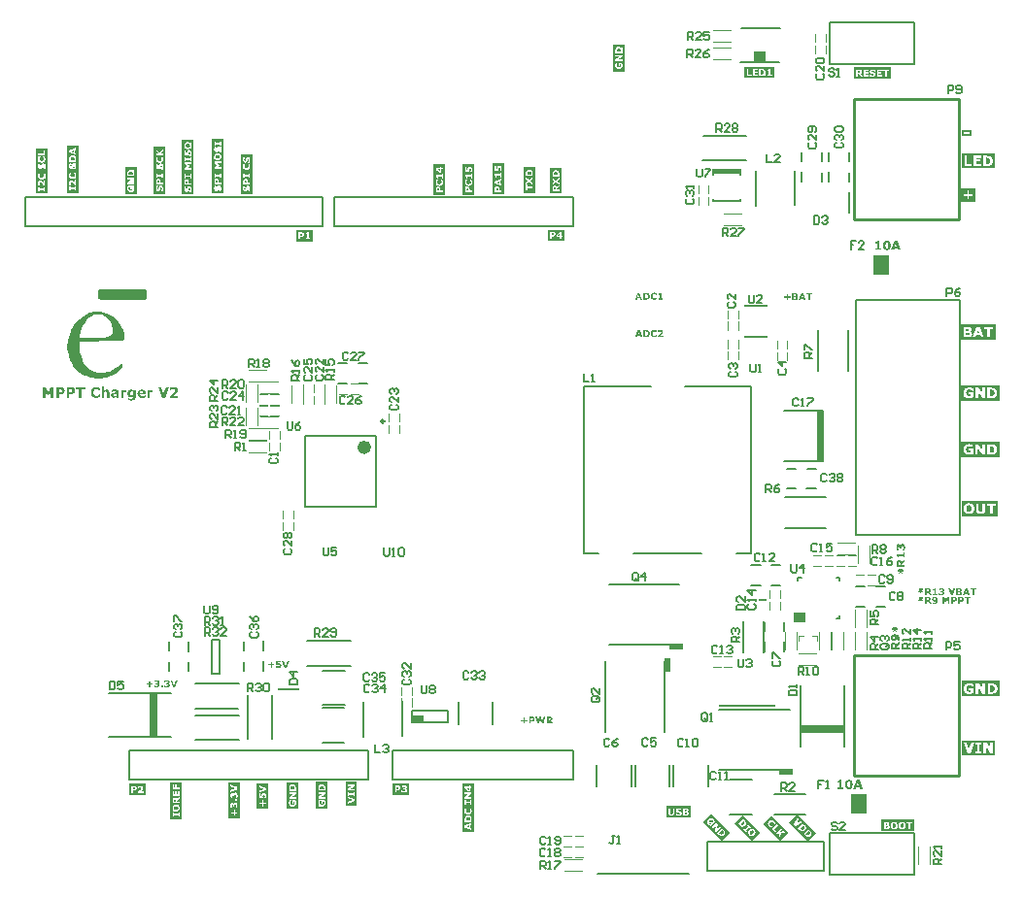
<source format=gto>
G04*
G04 #@! TF.GenerationSoftware,Altium Limited,Altium Designer,19.0.15 (446)*
G04*
G04 Layer_Color=65535*
%FSLAX25Y25*%
%MOIN*%
G70*
G01*
G75*
%ADD10C,0.00984*%
%ADD11C,0.02362*%
%ADD12C,0.00787*%
%ADD13C,0.00394*%
%ADD14C,0.01000*%
%ADD15C,0.00500*%
%ADD16R,0.05201X0.07122*%
%ADD17R,0.07697X0.01039*%
%ADD18R,0.03858X0.03819*%
%ADD19R,0.03142X0.00780*%
%ADD20R,0.15158X0.02638*%
%ADD21R,0.19685X0.00787*%
%ADD22R,0.04870X0.02343*%
%ADD23R,0.02343X0.04870*%
%ADD24R,0.02165X0.17126*%
%ADD25R,0.08268X0.01063*%
%ADD26R,0.01039X0.07697*%
%ADD27R,0.10236X0.01654*%
%ADD28R,0.03858X0.03898*%
%ADD29R,0.04102X0.02468*%
%ADD30R,0.02638X0.15158*%
G36*
X434211Y202134D02*
X434710Y202465D01*
X434888Y202203D01*
X434320Y201876D01*
X434888Y201544D01*
X434714Y201282D01*
X434207Y201628D01*
X434226Y201067D01*
X433891D01*
X433902Y201613D01*
X433403Y201282D01*
X433228Y201544D01*
X433793Y201872D01*
X433232Y202207D01*
X433403Y202472D01*
X433902Y202134D01*
X433891Y202684D01*
X434226D01*
X434211Y202134D01*
D02*
G37*
G36*
X445022Y200227D02*
X444345D01*
X443486Y202578D01*
X444119D01*
X444691Y200918D01*
X445262Y202578D01*
X445885D01*
X445022Y200227D01*
D02*
G37*
G36*
X441215Y202622D02*
X441265D01*
X441327Y202614D01*
X441393Y202607D01*
X441458Y202600D01*
X441524Y202585D01*
X441531D01*
X441553Y202578D01*
X441582Y202571D01*
X441622Y202556D01*
X441666Y202542D01*
X441713Y202527D01*
X441757Y202505D01*
X441801Y202483D01*
X441808Y202480D01*
X441822Y202469D01*
X441844Y202451D01*
X441873Y202429D01*
X441906Y202403D01*
X441939Y202371D01*
X441968Y202334D01*
X441994Y202294D01*
X441997Y202291D01*
X442004Y202276D01*
X442015Y202251D01*
X442026Y202221D01*
X442037Y202185D01*
X442048Y202138D01*
X442055Y202090D01*
X442059Y202036D01*
Y202032D01*
Y202028D01*
Y202017D01*
Y202003D01*
X442052Y201967D01*
X442044Y201919D01*
X442030Y201865D01*
X442008Y201806D01*
X441975Y201748D01*
X441935Y201686D01*
X441932Y201679D01*
X441913Y201661D01*
X441888Y201635D01*
X441852Y201606D01*
X441804Y201573D01*
X441750Y201541D01*
X441688Y201512D01*
X441615Y201493D01*
Y201468D01*
X441618D01*
X441630Y201464D01*
X441644D01*
X441666Y201457D01*
X441691Y201453D01*
X441720Y201446D01*
X441786Y201424D01*
X441790D01*
X441801Y201417D01*
X441819Y201410D01*
X441841Y201399D01*
X441895Y201370D01*
X441950Y201330D01*
X441953Y201326D01*
X441964Y201319D01*
X441975Y201304D01*
X441994Y201286D01*
X442015Y201264D01*
X442033Y201235D01*
X442073Y201173D01*
X442077Y201169D01*
X442081Y201158D01*
X442088Y201137D01*
X442099Y201111D01*
X442106Y201078D01*
X442114Y201038D01*
X442117Y200991D01*
X442121Y200940D01*
Y200933D01*
Y200911D01*
X442117Y200878D01*
X442114Y200838D01*
X442103Y200791D01*
X442092Y200736D01*
X442073Y200682D01*
X442052Y200627D01*
X442048Y200620D01*
X442041Y200605D01*
X442023Y200576D01*
X442001Y200543D01*
X441975Y200507D01*
X441939Y200463D01*
X441899Y200423D01*
X441852Y200383D01*
X441844Y200379D01*
X441830Y200369D01*
X441801Y200350D01*
X441764Y200329D01*
X441717Y200303D01*
X441666Y200278D01*
X441604Y200252D01*
X441538Y200230D01*
X441535D01*
X441531Y200227D01*
X441520D01*
X441506Y200223D01*
X441469Y200216D01*
X441418Y200205D01*
X441353Y200194D01*
X441280Y200187D01*
X441196Y200183D01*
X441105Y200179D01*
X441033D01*
X441003Y200183D01*
X440934Y200187D01*
X440854Y200190D01*
X440770Y200201D01*
X440687Y200212D01*
X440603Y200227D01*
X440599D01*
X440596Y200230D01*
X440585D01*
X440570Y200234D01*
X440530Y200245D01*
X440483Y200256D01*
X440428Y200270D01*
X440374Y200285D01*
X440315Y200307D01*
X440265Y200325D01*
Y200846D01*
X440323D01*
X440330Y200842D01*
X440348Y200831D01*
X440377Y200816D01*
X440417Y200795D01*
X440465Y200773D01*
X440519Y200747D01*
X440581Y200725D01*
X440650Y200700D01*
X440654D01*
X440658Y200696D01*
X440668D01*
X440683Y200693D01*
X440720Y200682D01*
X440763Y200671D01*
X440818Y200660D01*
X440876Y200653D01*
X440938Y200645D01*
X440996Y200642D01*
X441029D01*
X441054Y200645D01*
X441083D01*
X441116Y200649D01*
X441193Y200656D01*
X441196D01*
X441211Y200660D01*
X441233Y200663D01*
X441258Y200671D01*
X441316Y200689D01*
X441375Y200722D01*
X441378Y200725D01*
X441386Y200729D01*
X441407Y200747D01*
X441440Y200780D01*
X441469Y200816D01*
Y200820D01*
X441477Y200827D01*
X441480Y200838D01*
X441488Y200856D01*
X441495Y200882D01*
X441498Y200907D01*
X441506Y200940D01*
Y200980D01*
Y200984D01*
Y200998D01*
X441502Y201016D01*
X441498Y201038D01*
X441484Y201089D01*
X441473Y201115D01*
X441455Y201137D01*
X441451Y201140D01*
X441447Y201148D01*
X441436Y201155D01*
X441422Y201169D01*
X441382Y201195D01*
X441331Y201217D01*
X441327D01*
X441316Y201220D01*
X441302Y201224D01*
X441280Y201231D01*
X441251Y201235D01*
X441222Y201239D01*
X441185Y201242D01*
X441145Y201246D01*
X441105D01*
X441080Y201250D01*
X440814D01*
Y201668D01*
X441022D01*
X441058Y201672D01*
X441094D01*
X441167Y201675D01*
X441182D01*
X441200Y201679D01*
X441222Y201683D01*
X441276Y201694D01*
X441327Y201712D01*
X441331D01*
X441338Y201715D01*
X441353Y201723D01*
X441367Y201734D01*
X441400Y201755D01*
X441433Y201788D01*
Y201792D01*
X441440Y201799D01*
X441444Y201810D01*
X441451Y201825D01*
X441458Y201847D01*
X441462Y201872D01*
X441469Y201901D01*
Y201934D01*
Y201937D01*
Y201945D01*
Y201959D01*
X441466Y201974D01*
X441455Y202010D01*
X441433Y202047D01*
Y202050D01*
X441426Y202054D01*
X441407Y202072D01*
X441378Y202094D01*
X441338Y202116D01*
X441335D01*
X441327Y202119D01*
X441313Y202123D01*
X441298Y202130D01*
X441276Y202138D01*
X441251Y202141D01*
X441193Y202152D01*
X441189D01*
X441178Y202156D01*
X441164D01*
X441145Y202160D01*
X441098Y202163D01*
X441025D01*
X440996Y202160D01*
X440956Y202156D01*
X440905Y202152D01*
X440850Y202141D01*
X440792Y202130D01*
X440727Y202112D01*
X440723D01*
X440720Y202109D01*
X440698Y202101D01*
X440665Y202090D01*
X440621Y202076D01*
X440567Y202054D01*
X440512Y202028D01*
X440454Y201999D01*
X440392Y201967D01*
X440334D01*
Y202476D01*
X440341Y202480D01*
X440355Y202483D01*
X440385Y202494D01*
X440425Y202509D01*
X440476Y202523D01*
X440534Y202538D01*
X440603Y202556D01*
X440683Y202574D01*
X440687D01*
X440694Y202578D01*
X440705D01*
X440723Y202582D01*
X440741Y202585D01*
X440767Y202589D01*
X440821Y202600D01*
X440891Y202611D01*
X440967Y202618D01*
X441051Y202622D01*
X441134Y202625D01*
X441171D01*
X441215Y202622D01*
D02*
G37*
G36*
X453041Y202123D02*
X452306D01*
Y200227D01*
X451698D01*
Y202123D01*
X450962D01*
Y202578D01*
X453041D01*
Y202123D01*
D02*
G37*
G36*
X450861Y200227D02*
X450227D01*
X450063Y200700D01*
X449197D01*
X449033Y200227D01*
X448422D01*
X449288Y202578D01*
X449991D01*
X450861Y200227D01*
D02*
G37*
G36*
X447290Y202574D02*
X447359D01*
X447428Y202571D01*
X447494Y202564D01*
X447523Y202560D01*
X447548Y202556D01*
X447555D01*
X447570Y202553D01*
X447595Y202549D01*
X447632Y202538D01*
X447668Y202527D01*
X447716Y202513D01*
X447763Y202494D01*
X447810Y202472D01*
X447818Y202469D01*
X447832Y202462D01*
X447854Y202447D01*
X447883Y202425D01*
X447916Y202400D01*
X447949Y202367D01*
X447981Y202331D01*
X448007Y202291D01*
X448010Y202287D01*
X448018Y202272D01*
X448029Y202247D01*
X448043Y202214D01*
X448054Y202178D01*
X448065Y202134D01*
X448072Y202083D01*
X448076Y202028D01*
Y202021D01*
Y201999D01*
X448072Y201970D01*
X448065Y201930D01*
X448054Y201883D01*
X448036Y201832D01*
X448014Y201781D01*
X447985Y201730D01*
X447981Y201723D01*
X447967Y201708D01*
X447949Y201686D01*
X447919Y201657D01*
X447883Y201624D01*
X447839Y201588D01*
X447788Y201555D01*
X447730Y201526D01*
Y201512D01*
X447734D01*
X447741Y201508D01*
X447752D01*
X447766Y201504D01*
X447810Y201490D01*
X447861Y201471D01*
X447919Y201446D01*
X447981Y201413D01*
X448039Y201373D01*
X448094Y201322D01*
X448101Y201315D01*
X448116Y201297D01*
X448138Y201264D01*
X448163Y201220D01*
X448189Y201169D01*
X448211Y201104D01*
X448225Y201027D01*
X448232Y200944D01*
Y200940D01*
Y200936D01*
Y200915D01*
X448229Y200882D01*
X448225Y200842D01*
X448214Y200795D01*
X448203Y200744D01*
X448185Y200689D01*
X448163Y200638D01*
X448160Y200631D01*
X448152Y200616D01*
X448134Y200591D01*
X448112Y200561D01*
X448087Y200525D01*
X448054Y200489D01*
X448018Y200452D01*
X447974Y200416D01*
X447967Y200412D01*
X447949Y200398D01*
X447923Y200383D01*
X447883Y200361D01*
X447839Y200336D01*
X447788Y200310D01*
X447730Y200289D01*
X447668Y200270D01*
X447661D01*
X447650Y200267D01*
X447639Y200263D01*
X447603Y200256D01*
X447552Y200249D01*
X447490Y200241D01*
X447421Y200234D01*
X447337Y200230D01*
X447246Y200227D01*
X446219D01*
Y202578D01*
X447228D01*
X447290Y202574D01*
D02*
G37*
G36*
X439249Y200638D02*
X439733D01*
Y200227D01*
X438164D01*
Y200638D01*
X438659D01*
Y201883D01*
X438164D01*
Y202265D01*
X438233D01*
X438266Y202269D01*
X438303D01*
X438379Y202276D01*
X438383D01*
X438397Y202280D01*
X438415Y202283D01*
X438441Y202287D01*
X438499Y202301D01*
X438554Y202323D01*
X438557Y202327D01*
X438568Y202331D01*
X438583Y202338D01*
X438597Y202352D01*
X438637Y202381D01*
X438656Y202403D01*
X438674Y202425D01*
X438677Y202429D01*
X438681Y202436D01*
X438688Y202451D01*
X438696Y202469D01*
X438706Y202491D01*
X438714Y202520D01*
X438721Y202549D01*
X438725Y202585D01*
X439249D01*
Y200638D01*
D02*
G37*
G36*
X436650Y202574D02*
X436705Y202571D01*
X436763Y202567D01*
X436825Y202560D01*
X436883Y202553D01*
X436890D01*
X436908Y202549D01*
X436938Y202542D01*
X436977Y202531D01*
X437021Y202516D01*
X437069Y202498D01*
X437116Y202476D01*
X437167Y202451D01*
X437174Y202447D01*
X437189Y202436D01*
X437214Y202418D01*
X437243Y202396D01*
X437276Y202363D01*
X437312Y202331D01*
X437349Y202291D01*
X437378Y202243D01*
X437382Y202236D01*
X437389Y202221D01*
X437403Y202196D01*
X437418Y202160D01*
X437432Y202112D01*
X437447Y202058D01*
X437454Y201999D01*
X437458Y201930D01*
Y201926D01*
Y201919D01*
Y201905D01*
Y201887D01*
X437454Y201865D01*
X437451Y201839D01*
X437443Y201781D01*
X437429Y201712D01*
X437407Y201643D01*
X437374Y201570D01*
X437334Y201504D01*
X437327Y201497D01*
X437312Y201479D01*
X437283Y201446D01*
X437247Y201410D01*
X437200Y201366D01*
X437138Y201319D01*
X437072Y201275D01*
X436992Y201231D01*
X437778Y200227D01*
X437032D01*
X436391Y201089D01*
X436119D01*
Y200227D01*
X435511D01*
Y202578D01*
X436599D01*
X436650Y202574D01*
D02*
G37*
G36*
X434211Y199159D02*
X434710Y199491D01*
X434888Y199229D01*
X434320Y198901D01*
X434888Y198570D01*
X434714Y198308D01*
X434207Y198653D01*
X434226Y198093D01*
X433891D01*
X433902Y198639D01*
X433403Y198308D01*
X433228Y198570D01*
X433793Y198897D01*
X433232Y199232D01*
X433403Y199498D01*
X433902Y199159D01*
X433891Y199709D01*
X434226D01*
X434211Y199159D01*
D02*
G37*
G36*
X443919Y197252D02*
X443311D01*
Y198825D01*
X442874Y197805D01*
X442452D01*
X442019Y198825D01*
Y197252D01*
X441447D01*
Y199603D01*
X442150D01*
X442681Y198424D01*
X443209Y199603D01*
X443919D01*
Y197252D01*
D02*
G37*
G36*
X438936Y199647D02*
X438987Y199644D01*
X439049Y199636D01*
X439114Y199625D01*
X439180Y199611D01*
X439245Y199593D01*
X439249D01*
X439253Y199589D01*
X439274Y199582D01*
X439307Y199567D01*
X439347Y199549D01*
X439391Y199523D01*
X439442Y199494D01*
X439493Y199458D01*
X439540Y199414D01*
X439547Y199407D01*
X439566Y199389D01*
X439591Y199360D01*
X439624Y199320D01*
X439657Y199272D01*
X439693Y199210D01*
X439729Y199145D01*
X439758Y199068D01*
Y199065D01*
X439762Y199057D01*
X439766Y199047D01*
X439769Y199032D01*
X439777Y199010D01*
X439780Y198985D01*
X439788Y198959D01*
X439795Y198926D01*
X439810Y198850D01*
X439820Y198766D01*
X439828Y198668D01*
X439831Y198559D01*
Y198555D01*
Y198544D01*
Y198530D01*
Y198508D01*
X439828Y198482D01*
Y198450D01*
X439824Y198417D01*
X439820Y198377D01*
X439813Y198293D01*
X439798Y198198D01*
X439780Y198104D01*
X439755Y198005D01*
Y198002D01*
X439751Y197995D01*
X439748Y197980D01*
X439740Y197966D01*
X439733Y197944D01*
X439722Y197918D01*
X439697Y197860D01*
X439664Y197791D01*
X439624Y197722D01*
X439576Y197649D01*
X439522Y197580D01*
X439518Y197576D01*
X439515Y197572D01*
X439504Y197561D01*
X439493Y197550D01*
X439456Y197514D01*
X439409Y197474D01*
X439347Y197427D01*
X439278Y197379D01*
X439194Y197336D01*
X439107Y197296D01*
X439103D01*
X439096Y197292D01*
X439081Y197288D01*
X439063Y197281D01*
X439038Y197274D01*
X439012Y197267D01*
X438980Y197259D01*
X438943Y197252D01*
X438900Y197241D01*
X438856Y197234D01*
X438758Y197219D01*
X438648Y197208D01*
X438528Y197205D01*
X438484D01*
X438452Y197208D01*
X438415D01*
X438372Y197212D01*
X438324Y197216D01*
X438273Y197219D01*
X438266D01*
X438252Y197223D01*
X438230D01*
X438201Y197227D01*
X438142Y197238D01*
X438117Y197241D01*
X438099Y197245D01*
Y197707D01*
X438164D01*
X438168Y197703D01*
X438179Y197696D01*
X438197Y197693D01*
X438215Y197685D01*
X438237Y197674D01*
X438266Y197667D01*
X438295Y197656D01*
X438299D01*
X438310Y197652D01*
X438332Y197649D01*
X438357Y197645D01*
X438393Y197642D01*
X438434Y197638D01*
X438481Y197634D01*
X438579D01*
X438612Y197638D01*
X438648Y197642D01*
X438688Y197645D01*
X438776Y197663D01*
X438779D01*
X438798Y197671D01*
X438819Y197678D01*
X438848Y197685D01*
X438878Y197700D01*
X438914Y197718D01*
X438950Y197736D01*
X438983Y197762D01*
X438987Y197765D01*
X438998Y197773D01*
X439016Y197791D01*
X439038Y197809D01*
X439060Y197834D01*
X439085Y197864D01*
X439111Y197900D01*
X439132Y197936D01*
X439136Y197940D01*
X439143Y197955D01*
X439154Y197980D01*
X439165Y198009D01*
X439180Y198049D01*
X439194Y198093D01*
X439205Y198140D01*
X439216Y198195D01*
X439209Y198191D01*
X439194Y198184D01*
X439165Y198169D01*
X439132Y198151D01*
X439092Y198133D01*
X439049Y198111D01*
X438958Y198075D01*
X438954D01*
X438936Y198067D01*
X438910Y198064D01*
X438878Y198056D01*
X438834Y198049D01*
X438787Y198042D01*
X438728Y198038D01*
X438666Y198035D01*
X438619D01*
X438586Y198038D01*
X438546Y198042D01*
X438503Y198046D01*
X438412Y198064D01*
X438408D01*
X438390Y198071D01*
X438368Y198078D01*
X438339Y198089D01*
X438306Y198104D01*
X438270Y198122D01*
X438193Y198166D01*
X438186Y198169D01*
X438171Y198184D01*
X438146Y198202D01*
X438117Y198231D01*
X438084Y198268D01*
X438048Y198308D01*
X438015Y198355D01*
X437982Y198410D01*
X437979Y198417D01*
X437971Y198439D01*
X437957Y198471D01*
X437946Y198515D01*
X437931Y198570D01*
X437917Y198635D01*
X437909Y198712D01*
X437906Y198795D01*
Y198799D01*
Y198814D01*
X437909Y198832D01*
Y198857D01*
X437913Y198890D01*
X437920Y198926D01*
X437928Y198970D01*
X437938Y199014D01*
X437953Y199061D01*
X437971Y199112D01*
X437990Y199163D01*
X438015Y199214D01*
X438048Y199265D01*
X438081Y199316D01*
X438121Y199363D01*
X438168Y199411D01*
X438171Y199414D01*
X438179Y199422D01*
X438193Y199432D01*
X438215Y199447D01*
X438241Y199465D01*
X438273Y199487D01*
X438310Y199509D01*
X438353Y199531D01*
X438401Y199553D01*
X438452Y199574D01*
X438506Y199596D01*
X438568Y199614D01*
X438634Y199629D01*
X438703Y199640D01*
X438779Y199647D01*
X438856Y199651D01*
X438892D01*
X438936Y199647D01*
D02*
G37*
G36*
X451108Y199148D02*
X450373D01*
Y197252D01*
X449765D01*
Y199148D01*
X449030D01*
Y199603D01*
X451108D01*
Y199148D01*
D02*
G37*
G36*
X447967Y199600D02*
X448018D01*
X448080Y199593D01*
X448141Y199585D01*
X448207Y199578D01*
X448265Y199563D01*
X448273D01*
X448291Y199556D01*
X448320Y199545D01*
X448360Y199534D01*
X448400Y199516D01*
X448447Y199498D01*
X448494Y199472D01*
X448538Y199447D01*
X448546Y199443D01*
X448560Y199429D01*
X448586Y199411D01*
X448618Y199381D01*
X448655Y199345D01*
X448691Y199305D01*
X448724Y199258D01*
X448757Y199207D01*
X448760Y199199D01*
X448768Y199181D01*
X448782Y199148D01*
X448797Y199108D01*
X448807Y199057D01*
X448822Y198999D01*
X448829Y198930D01*
X448833Y198857D01*
Y198850D01*
Y198832D01*
X448829Y198799D01*
X448826Y198759D01*
X448818Y198712D01*
X448807Y198661D01*
X448793Y198606D01*
X448775Y198548D01*
X448771Y198541D01*
X448764Y198522D01*
X448753Y198497D01*
X448735Y198460D01*
X448713Y198421D01*
X448687Y198380D01*
X448655Y198337D01*
X448618Y198297D01*
X448611Y198289D01*
X448593Y198275D01*
X448564Y198249D01*
X448527Y198220D01*
X448480Y198184D01*
X448425Y198151D01*
X448367Y198115D01*
X448302Y198086D01*
X448298D01*
X448294Y198082D01*
X448283Y198078D01*
X448273Y198075D01*
X448232Y198064D01*
X448185Y198053D01*
X448123Y198038D01*
X448047Y198027D01*
X447963Y198020D01*
X447872Y198016D01*
X447497D01*
Y197252D01*
X446889D01*
Y199603D01*
X447923D01*
X447967Y199600D01*
D02*
G37*
G36*
X445593D02*
X445644D01*
X445706Y199593D01*
X445768Y199585D01*
X445834Y199578D01*
X445892Y199563D01*
X445899D01*
X445917Y199556D01*
X445947Y199545D01*
X445987Y199534D01*
X446027Y199516D01*
X446074Y199498D01*
X446121Y199472D01*
X446165Y199447D01*
X446172Y199443D01*
X446187Y199429D01*
X446212Y199411D01*
X446245Y199381D01*
X446281Y199345D01*
X446318Y199305D01*
X446351Y199258D01*
X446383Y199207D01*
X446387Y199199D01*
X446394Y199181D01*
X446409Y199148D01*
X446423Y199108D01*
X446434Y199057D01*
X446449Y198999D01*
X446456Y198930D01*
X446460Y198857D01*
Y198850D01*
Y198832D01*
X446456Y198799D01*
X446453Y198759D01*
X446445Y198712D01*
X446434Y198661D01*
X446420Y198606D01*
X446402Y198548D01*
X446398Y198541D01*
X446391Y198522D01*
X446380Y198497D01*
X446361Y198460D01*
X446340Y198421D01*
X446314Y198380D01*
X446281Y198337D01*
X446245Y198297D01*
X446238Y198289D01*
X446219Y198275D01*
X446190Y198249D01*
X446154Y198220D01*
X446107Y198184D01*
X446052Y198151D01*
X445994Y198115D01*
X445928Y198086D01*
X445925D01*
X445921Y198082D01*
X445910Y198078D01*
X445899Y198075D01*
X445859Y198064D01*
X445812Y198053D01*
X445750Y198038D01*
X445674Y198027D01*
X445590Y198020D01*
X445499Y198016D01*
X445124D01*
Y197252D01*
X444516D01*
Y199603D01*
X445550D01*
X445593Y199600D01*
D02*
G37*
G36*
X436650D02*
X436705Y199596D01*
X436763Y199593D01*
X436825Y199585D01*
X436883Y199578D01*
X436890D01*
X436908Y199574D01*
X436938Y199567D01*
X436977Y199556D01*
X437021Y199542D01*
X437069Y199523D01*
X437116Y199502D01*
X437167Y199476D01*
X437174Y199472D01*
X437189Y199461D01*
X437214Y199443D01*
X437243Y199422D01*
X437276Y199389D01*
X437312Y199356D01*
X437349Y199316D01*
X437378Y199269D01*
X437382Y199261D01*
X437389Y199247D01*
X437403Y199221D01*
X437418Y199185D01*
X437432Y199138D01*
X437447Y199083D01*
X437454Y199025D01*
X437458Y198956D01*
Y198952D01*
Y198945D01*
Y198930D01*
Y198912D01*
X437454Y198890D01*
X437451Y198865D01*
X437443Y198806D01*
X437429Y198737D01*
X437407Y198668D01*
X437374Y198595D01*
X437334Y198530D01*
X437327Y198522D01*
X437312Y198504D01*
X437283Y198471D01*
X437247Y198435D01*
X437200Y198391D01*
X437138Y198344D01*
X437072Y198300D01*
X436992Y198257D01*
X437778Y197252D01*
X437032D01*
X436391Y198115D01*
X436119D01*
Y197252D01*
X435511D01*
Y199603D01*
X436599D01*
X436650Y199600D01*
D02*
G37*
G36*
X398142Y118423D02*
X395366Y115647D01*
X388847Y122165D01*
X391623Y124942D01*
X398142Y118423D01*
D02*
G37*
G36*
X388750Y118709D02*
X385907Y115866D01*
X380034Y121738D01*
X382877Y124581D01*
X388750Y118709D01*
D02*
G37*
G36*
X378876Y118740D02*
X376032Y115897D01*
X370152Y121778D01*
X372995Y124621D01*
X378876Y118740D01*
D02*
G37*
G36*
X151217Y271663D02*
X151277D01*
X151348Y271658D01*
X151485Y271642D01*
X151496D01*
X151518Y271636D01*
X151550Y271631D01*
X151594Y271625D01*
X151643Y271614D01*
X151698Y271603D01*
X151813Y271576D01*
X151818D01*
X151840Y271571D01*
X151867Y271560D01*
X151911Y271549D01*
X151954Y271533D01*
X152004Y271516D01*
X152102Y271472D01*
X152107D01*
X152124Y271462D01*
X152151Y271451D01*
X152178Y271440D01*
X152255Y271407D01*
X152331Y271374D01*
Y270517D01*
X152216D01*
X152211Y270528D01*
X152195Y270539D01*
X152178Y270555D01*
X152124Y270593D01*
X152053Y270648D01*
X152047Y270654D01*
X152036Y270664D01*
X152015Y270675D01*
X151987Y270697D01*
X151954Y270719D01*
X151916Y270746D01*
X151829Y270801D01*
X151823Y270806D01*
X151807Y270812D01*
X151780Y270828D01*
X151747Y270845D01*
X151703Y270866D01*
X151654Y270888D01*
X151545Y270932D01*
X151540D01*
X151518Y270943D01*
X151490Y270948D01*
X151452Y270959D01*
X151403Y270970D01*
X151348Y270976D01*
X151223Y270987D01*
X151190D01*
X151152Y270981D01*
X151108D01*
X151048Y270970D01*
X150988Y270959D01*
X150923Y270943D01*
X150857Y270921D01*
X150852D01*
X150830Y270910D01*
X150797Y270894D01*
X150753Y270872D01*
X150704Y270845D01*
X150649Y270812D01*
X150595Y270774D01*
X150540Y270724D01*
X150535Y270719D01*
X150518Y270697D01*
X150491Y270670D01*
X150458Y270626D01*
X150420Y270577D01*
X150382Y270517D01*
X150344Y270446D01*
X150311Y270364D01*
X150305Y270353D01*
X150300Y270326D01*
X150284Y270277D01*
X150273Y270217D01*
X150256Y270135D01*
X150240Y270042D01*
X150234Y269938D01*
X150229Y269824D01*
Y269818D01*
Y269807D01*
Y269791D01*
Y269769D01*
X150234Y269709D01*
X150240Y269632D01*
X150251Y269545D01*
X150267Y269452D01*
X150289Y269359D01*
X150322Y269272D01*
X150327Y269261D01*
X150338Y269234D01*
X150360Y269196D01*
X150387Y269146D01*
X150420Y269086D01*
X150458Y269032D01*
X150507Y268972D01*
X150557Y268923D01*
X150562Y268917D01*
X150584Y268901D01*
X150611Y268879D01*
X150649Y268852D01*
X150699Y268819D01*
X150748Y268792D01*
X150808Y268759D01*
X150873Y268737D01*
X150884D01*
X150906Y268726D01*
X150939Y268721D01*
X150988Y268710D01*
X151037Y268699D01*
X151097Y268693D01*
X151228Y268682D01*
X151256D01*
X151288Y268688D01*
X151332D01*
X151381Y268693D01*
X151436Y268704D01*
X151556Y268731D01*
X151561D01*
X151583Y268742D01*
X151616Y268753D01*
X151654Y268764D01*
X151703Y268786D01*
X151752Y268808D01*
X151856Y268863D01*
X151862Y268868D01*
X151878Y268874D01*
X151900Y268890D01*
X151927Y268906D01*
X151993Y268955D01*
X152069Y269010D01*
X152075Y269016D01*
X152085Y269021D01*
X152102Y269037D01*
X152129Y269054D01*
X152178Y269097D01*
X152233Y269146D01*
X152331D01*
Y268300D01*
X152326D01*
X152309Y268289D01*
X152282Y268278D01*
X152249Y268262D01*
X152211Y268246D01*
X152167Y268229D01*
X152075Y268185D01*
X152069D01*
X152053Y268180D01*
X152031Y268169D01*
X151998Y268158D01*
X151960Y268142D01*
X151916Y268126D01*
X151823Y268098D01*
X151818D01*
X151796Y268093D01*
X151758Y268082D01*
X151720Y268071D01*
X151665Y268060D01*
X151610Y268049D01*
X151496Y268027D01*
X151490D01*
X151469Y268022D01*
X151436Y268016D01*
X151387D01*
X151332Y268011D01*
X151261Y268005D01*
X151174Y268000D01*
X151015D01*
X150977Y268005D01*
X150939D01*
X150841Y268016D01*
X150731Y268027D01*
X150611Y268049D01*
X150480Y268076D01*
X150355Y268115D01*
X150349D01*
X150338Y268120D01*
X150322Y268126D01*
X150300Y268136D01*
X150234Y268164D01*
X150158Y268202D01*
X150071Y268251D01*
X149972Y268306D01*
X149874Y268377D01*
X149781Y268459D01*
Y268464D01*
X149770Y268470D01*
X149743Y268502D01*
X149699Y268551D01*
X149650Y268617D01*
X149590Y268699D01*
X149530Y268797D01*
X149470Y268906D01*
X149416Y269032D01*
Y269037D01*
X149410Y269048D01*
X149405Y269065D01*
X149394Y269092D01*
X149383Y269125D01*
X149372Y269163D01*
X149361Y269212D01*
X149350Y269261D01*
X149328Y269376D01*
X149306Y269512D01*
X149290Y269665D01*
X149285Y269829D01*
Y269834D01*
Y269845D01*
Y269873D01*
Y269900D01*
X149290Y269938D01*
Y269982D01*
X149301Y270080D01*
X149312Y270200D01*
X149334Y270326D01*
X149366Y270457D01*
X149405Y270588D01*
Y270593D01*
X149410Y270604D01*
X149416Y270621D01*
X149426Y270648D01*
X149443Y270675D01*
X149459Y270708D01*
X149497Y270790D01*
X149547Y270883D01*
X149612Y270981D01*
X149688Y271079D01*
X149770Y271178D01*
X149776Y271183D01*
X149781Y271188D01*
X149814Y271216D01*
X149863Y271259D01*
X149929Y271309D01*
X150011Y271369D01*
X150109Y271429D01*
X150218Y271489D01*
X150338Y271538D01*
X150344D01*
X150355Y271543D01*
X150371Y271549D01*
X150398Y271560D01*
X150431Y271571D01*
X150469Y271582D01*
X150513Y271593D01*
X150562Y271603D01*
X150671Y271625D01*
X150797Y271647D01*
X150933Y271663D01*
X151081Y271669D01*
X151163D01*
X151217Y271663D01*
D02*
G37*
G36*
X170508Y270735D02*
X170579D01*
X170611Y270730D01*
Y269916D01*
X170535D01*
X170524Y269922D01*
X170513D01*
X170491Y269927D01*
X170469Y269933D01*
X170437D01*
X170404Y269938D01*
X170360Y269944D01*
X170338D01*
X170316Y269949D01*
X170289D01*
X170224Y269955D01*
X170092D01*
X170049Y269949D01*
X170000D01*
X169945Y269944D01*
X169836Y269927D01*
X169831D01*
X169814Y269922D01*
X169787Y269916D01*
X169749Y269911D01*
X169705Y269900D01*
X169656Y269884D01*
X169541Y269845D01*
Y268071D01*
X168684D01*
Y270730D01*
X169541D01*
Y270337D01*
X169546Y270342D01*
X169552Y270348D01*
X169568Y270359D01*
X169590Y270375D01*
X169639Y270419D01*
X169705Y270468D01*
X169781Y270522D01*
X169863Y270572D01*
X169945Y270621D01*
X170027Y270659D01*
X170038Y270664D01*
X170060Y270670D01*
X170104Y270686D01*
X170153Y270703D01*
X170213Y270713D01*
X170278Y270730D01*
X170344Y270735D01*
X170409Y270741D01*
X170469D01*
X170508Y270735D01*
D02*
G37*
G36*
X161477D02*
X161548D01*
X161580Y270730D01*
Y269916D01*
X161504D01*
X161493Y269922D01*
X161482D01*
X161460Y269927D01*
X161438Y269933D01*
X161406D01*
X161373Y269938D01*
X161329Y269944D01*
X161307D01*
X161286Y269949D01*
X161258D01*
X161193Y269955D01*
X161062D01*
X161018Y269949D01*
X160969D01*
X160914Y269944D01*
X160805Y269927D01*
X160800D01*
X160783Y269922D01*
X160756Y269916D01*
X160718Y269911D01*
X160674Y269900D01*
X160625Y269884D01*
X160510Y269845D01*
Y268071D01*
X159653D01*
Y270730D01*
X160510D01*
Y270337D01*
X160516Y270342D01*
X160521Y270348D01*
X160538Y270359D01*
X160559Y270375D01*
X160608Y270419D01*
X160674Y270468D01*
X160750Y270522D01*
X160832Y270571D01*
X160914Y270621D01*
X160996Y270659D01*
X161007Y270664D01*
X161029Y270670D01*
X161073Y270686D01*
X161122Y270703D01*
X161182Y270713D01*
X161247Y270730D01*
X161313Y270735D01*
X161378Y270741D01*
X161438Y270741D01*
X161477Y270735D01*
D02*
G37*
G36*
X136503Y268071D02*
X135591D01*
Y270430D01*
X134936Y268901D01*
X134302D01*
X133652Y270430D01*
Y268071D01*
X132795D01*
Y271598D01*
X133849D01*
X134646Y269829D01*
X135438Y271598D01*
X136503D01*
Y268071D01*
D02*
G37*
G36*
X174712Y268071D02*
X173696D01*
X172408Y271598D01*
X173358D01*
X174215Y269108D01*
X175072Y271598D01*
X176006D01*
X174712Y268071D01*
D02*
G37*
G36*
X177851Y271664D02*
X177906Y271658D01*
X177971Y271653D01*
X178042Y271647D01*
X178119Y271636D01*
X178282Y271603D01*
X178452Y271554D01*
X178534Y271522D01*
X178616Y271483D01*
X178687Y271440D01*
X178758Y271391D01*
X178763Y271385D01*
X178774Y271380D01*
X178790Y271363D01*
X178812Y271341D01*
X178840Y271309D01*
X178867Y271276D01*
X178900Y271232D01*
X178932Y271188D01*
X178965Y271134D01*
X178998Y271074D01*
X179025Y271008D01*
X179052Y270937D01*
X179074Y270861D01*
X179091Y270779D01*
X179102Y270692D01*
X179107Y270599D01*
Y270593D01*
Y270583D01*
Y270566D01*
Y270544D01*
X179102Y270512D01*
X179096Y270479D01*
X179085Y270397D01*
X179063Y270299D01*
X179036Y270189D01*
X178992Y270080D01*
X178938Y269966D01*
Y269960D01*
X178932Y269955D01*
X178921Y269938D01*
X178905Y269916D01*
X178867Y269856D01*
X178812Y269774D01*
X178736Y269682D01*
X178648Y269578D01*
X178545Y269463D01*
X178425Y269343D01*
X178414Y269332D01*
X178386Y269310D01*
X178348Y269272D01*
X178294Y269223D01*
X178228Y269168D01*
X178152Y269108D01*
X177993Y268977D01*
X177982Y268972D01*
X177960Y268950D01*
X177917Y268923D01*
X177873Y268890D01*
X177769Y268813D01*
X177720Y268775D01*
X177682Y268748D01*
X179271D01*
Y268071D01*
X176497D01*
Y268655D01*
X176503Y268661D01*
X176514Y268666D01*
X176530Y268677D01*
X176552Y268693D01*
X176579Y268715D01*
X176612Y268742D01*
X176694Y268802D01*
X176792Y268874D01*
X176896Y268955D01*
X177010Y269048D01*
X177130Y269141D01*
X177136Y269146D01*
X177147Y269152D01*
X177163Y269168D01*
X177185Y269185D01*
X177245Y269234D01*
X177316Y269294D01*
X177398Y269365D01*
X177485Y269436D01*
X177567Y269512D01*
X177644Y269589D01*
X177649Y269594D01*
X177655Y269600D01*
X177671Y269616D01*
X177693Y269638D01*
X177742Y269687D01*
X177802Y269753D01*
X177868Y269829D01*
X177933Y269911D01*
X177999Y269993D01*
X178048Y270069D01*
X178053Y270080D01*
X178070Y270108D01*
X178086Y270146D01*
X178113Y270200D01*
X178135Y270260D01*
X178152Y270331D01*
X178168Y270402D01*
X178173Y270479D01*
Y270484D01*
Y270490D01*
Y270517D01*
X178168Y270561D01*
X178152Y270615D01*
X178135Y270675D01*
X178108Y270735D01*
X178070Y270795D01*
X178015Y270850D01*
X178009Y270855D01*
X177988Y270872D01*
X177950Y270894D01*
X177900Y270921D01*
X177840Y270943D01*
X177764Y270965D01*
X177671Y270981D01*
X177567Y270987D01*
X177529D01*
X177485Y270981D01*
X177431Y270976D01*
X177360Y270965D01*
X177283Y270948D01*
X177196Y270926D01*
X177109Y270894D01*
X177098Y270888D01*
X177070Y270877D01*
X177021Y270855D01*
X176961Y270828D01*
X176896Y270795D01*
X176819Y270757D01*
X176661Y270664D01*
X176590D01*
Y271445D01*
X176595Y271451D01*
X176623Y271456D01*
X176661Y271473D01*
X176716Y271494D01*
X176781Y271516D01*
X176868Y271538D01*
X176967Y271565D01*
X177081Y271593D01*
X177087D01*
X177098Y271598D01*
X177114D01*
X177141Y271603D01*
X177169Y271609D01*
X177201Y271614D01*
X177289Y271631D01*
X177387Y271647D01*
X177502Y271658D01*
X177622Y271664D01*
X177742Y271669D01*
X177807D01*
X177851Y271664D01*
D02*
G37*
G36*
X157611Y270806D02*
X157671D01*
X157737Y270801D01*
X157813Y270795D01*
X157895Y270784D01*
X158064Y270757D01*
X158239Y270713D01*
X158321Y270692D01*
X158403Y270659D01*
X158474Y270621D01*
X158539Y270583D01*
X158545D01*
X158556Y270571D01*
X158572Y270561D01*
X158588Y270539D01*
X158616Y270517D01*
X158643Y270484D01*
X158670Y270451D01*
X158703Y270413D01*
X158736Y270364D01*
X158763Y270315D01*
X158790Y270255D01*
X158818Y270195D01*
X158834Y270124D01*
X158850Y270053D01*
X158861Y269971D01*
X158867Y269884D01*
Y268071D01*
X158020D01*
Y268349D01*
X158015D01*
X158010Y268338D01*
X157993Y268327D01*
X157971Y268317D01*
X157917Y268278D01*
X157846Y268224D01*
X157840Y268218D01*
X157829Y268213D01*
X157808Y268197D01*
X157786Y268185D01*
X157726Y268147D01*
X157655Y268109D01*
X157649D01*
X157633Y268098D01*
X157606Y268093D01*
X157573Y268076D01*
X157535Y268065D01*
X157491Y268049D01*
X157393Y268027D01*
X157387D01*
X157371Y268022D01*
X157343Y268016D01*
X157305D01*
X157262Y268011D01*
X157212Y268005D01*
X157098Y268000D01*
X157060D01*
X157038Y268005D01*
X157005D01*
X156967Y268011D01*
X156879Y268027D01*
X156776Y268060D01*
X156672Y268098D01*
X156568Y268158D01*
X156514Y268191D01*
X156464Y268235D01*
Y268240D01*
X156454Y268246D01*
X156426Y268278D01*
X156383Y268327D01*
X156339Y268398D01*
X156295Y268486D01*
X156251Y268590D01*
X156224Y268704D01*
X156219Y268770D01*
X156213Y268835D01*
Y268841D01*
Y268846D01*
Y268863D01*
Y268884D01*
X156219Y268939D01*
X156230Y269005D01*
X156246Y269081D01*
X156268Y269157D01*
X156295Y269239D01*
X156339Y269310D01*
X156344Y269321D01*
X156361Y269343D01*
X156393Y269376D01*
X156437Y269414D01*
X156486Y269463D01*
X156552Y269512D01*
X156623Y269556D01*
X156710Y269600D01*
X156716D01*
X156721Y269605D01*
X156754Y269616D01*
X156803Y269638D01*
X156874Y269660D01*
X156956Y269687D01*
X157054Y269709D01*
X157169Y269736D01*
X157294Y269753D01*
X157311D01*
X157327Y269758D01*
X157354Y269763D01*
X157387D01*
X157425Y269769D01*
X157518Y269780D01*
X157627Y269791D01*
X157747Y269802D01*
X157884Y269813D01*
X158020Y269824D01*
Y269834D01*
Y269845D01*
Y269873D01*
X158010Y269911D01*
X157999Y269955D01*
X157977Y270009D01*
X157944Y270058D01*
X157900Y270102D01*
X157840Y270140D01*
X157835Y270146D01*
X157808Y270157D01*
X157769Y270167D01*
X157709Y270184D01*
X157638Y270200D01*
X157545Y270217D01*
X157442Y270222D01*
X157316Y270228D01*
X157278D01*
X157234Y270222D01*
X157180Y270217D01*
X157114Y270211D01*
X157038Y270195D01*
X156950Y270178D01*
X156863Y270151D01*
X156852Y270146D01*
X156825Y270140D01*
X156781Y270124D01*
X156732Y270108D01*
X156623Y270069D01*
X156568Y270053D01*
X156524Y270037D01*
X156448D01*
Y270675D01*
X156454D01*
X156475Y270681D01*
X156508Y270692D01*
X156552Y270703D01*
X156612Y270713D01*
X156683Y270730D01*
X156776Y270746D01*
X156879Y270763D01*
X156896D01*
X156912Y270768D01*
X156934D01*
X156994Y270779D01*
X157070Y270790D01*
X157163Y270795D01*
X157267Y270806D01*
X157376Y270812D01*
X157562D01*
X157611Y270806D01*
D02*
G37*
G36*
X153811Y270441D02*
X153822Y270446D01*
X153849Y270468D01*
X153893Y270501D01*
X153947Y270544D01*
X154013Y270588D01*
X154089Y270632D01*
X154166Y270675D01*
X154242Y270713D01*
X154253Y270719D01*
X154280Y270730D01*
X154324Y270746D01*
X154379Y270763D01*
X154450Y270779D01*
X154526Y270795D01*
X154613Y270806D01*
X154706Y270812D01*
X154750D01*
X154777Y270806D01*
X154815D01*
X154854Y270801D01*
X154952Y270779D01*
X155061Y270752D01*
X155170Y270703D01*
X155280Y270642D01*
X155329Y270599D01*
X155378Y270555D01*
X155383Y270550D01*
X155389Y270544D01*
X155400Y270528D01*
X155416Y270506D01*
X155432Y270484D01*
X155454Y270451D01*
X155476Y270413D01*
X155503Y270370D01*
X155525Y270315D01*
X155547Y270260D01*
X155569Y270200D01*
X155585Y270129D01*
X155602Y270058D01*
X155613Y269976D01*
X155623Y269895D01*
Y269802D01*
Y268071D01*
X154766D01*
Y269392D01*
Y269398D01*
Y269420D01*
Y269452D01*
Y269496D01*
X154761Y269545D01*
X154755Y269600D01*
X154745Y269714D01*
Y269720D01*
X154739Y269742D01*
Y269769D01*
X154734Y269807D01*
X154717Y269884D01*
X154701Y269922D01*
X154690Y269955D01*
Y269960D01*
X154684Y269971D01*
X154657Y270004D01*
X154613Y270042D01*
X154553Y270080D01*
X154548D01*
X154537Y270086D01*
X154515Y270096D01*
X154488Y270102D01*
X154450Y270113D01*
X154406Y270118D01*
X154357Y270124D01*
X154259D01*
X154226Y270118D01*
X154193Y270113D01*
X154149Y270108D01*
X154062Y270086D01*
X154057D01*
X154040Y270080D01*
X154018Y270069D01*
X153986Y270058D01*
X153953Y270037D01*
X153909Y270015D01*
X153811Y269960D01*
Y268071D01*
X152954D01*
Y271756D01*
X153811D01*
Y270441D01*
D02*
G37*
G36*
X147286Y270916D02*
X146183D01*
Y268071D01*
X145271D01*
Y270916D01*
X144168D01*
Y271598D01*
X147286D01*
Y270916D01*
D02*
G37*
G36*
X142574Y271593D02*
X142651D01*
X142743Y271582D01*
X142836Y271571D01*
X142935Y271560D01*
X143022Y271538D01*
X143033D01*
X143060Y271527D01*
X143104Y271511D01*
X143164Y271494D01*
X143224Y271467D01*
X143295Y271440D01*
X143366Y271402D01*
X143431Y271363D01*
X143442Y271358D01*
X143464Y271336D01*
X143502Y271309D01*
X143552Y271265D01*
X143606Y271210D01*
X143661Y271150D01*
X143710Y271079D01*
X143759Y271003D01*
X143764Y270992D01*
X143775Y270965D01*
X143797Y270916D01*
X143819Y270855D01*
X143835Y270779D01*
X143857Y270692D01*
X143868Y270588D01*
X143874Y270479D01*
Y270468D01*
Y270441D01*
X143868Y270391D01*
X143863Y270331D01*
X143852Y270260D01*
X143835Y270184D01*
X143814Y270102D01*
X143786Y270015D01*
X143781Y270004D01*
X143770Y269976D01*
X143754Y269938D01*
X143726Y269884D01*
X143693Y269824D01*
X143655Y269763D01*
X143606Y269698D01*
X143552Y269638D01*
X143541Y269627D01*
X143513Y269605D01*
X143470Y269567D01*
X143415Y269523D01*
X143344Y269469D01*
X143262Y269420D01*
X143175Y269365D01*
X143077Y269321D01*
X143071D01*
X143066Y269316D01*
X143049Y269310D01*
X143033Y269305D01*
X142973Y269288D01*
X142902Y269272D01*
X142809Y269250D01*
X142694Y269234D01*
X142569Y269223D01*
X142432Y269217D01*
X141870D01*
Y268071D01*
X140958D01*
Y271598D01*
X142509D01*
X142574Y271593D01*
D02*
G37*
G36*
X139014D02*
X139091D01*
X139183Y271582D01*
X139276Y271571D01*
X139375Y271560D01*
X139462Y271538D01*
X139473D01*
X139500Y271527D01*
X139544Y271511D01*
X139604Y271494D01*
X139664Y271467D01*
X139735Y271440D01*
X139806Y271402D01*
X139871Y271363D01*
X139882Y271358D01*
X139904Y271336D01*
X139942Y271309D01*
X139992Y271265D01*
X140046Y271210D01*
X140101Y271150D01*
X140150Y271079D01*
X140199Y271003D01*
X140205Y270992D01*
X140215Y270965D01*
X140237Y270916D01*
X140259Y270855D01*
X140276Y270779D01*
X140297Y270692D01*
X140308Y270588D01*
X140314Y270479D01*
Y270468D01*
Y270441D01*
X140308Y270391D01*
X140303Y270331D01*
X140292Y270260D01*
X140276Y270184D01*
X140254Y270102D01*
X140226Y270015D01*
X140221Y270004D01*
X140210Y269976D01*
X140194Y269938D01*
X140166Y269884D01*
X140134Y269824D01*
X140095Y269763D01*
X140046Y269698D01*
X139992Y269638D01*
X139981Y269627D01*
X139953Y269605D01*
X139910Y269567D01*
X139855Y269523D01*
X139784Y269469D01*
X139702Y269420D01*
X139615Y269365D01*
X139516Y269321D01*
X139511D01*
X139506Y269316D01*
X139489Y269310D01*
X139473Y269305D01*
X139413Y269288D01*
X139342Y269272D01*
X139249Y269250D01*
X139134Y269234D01*
X139009Y269223D01*
X138872Y269217D01*
X138310D01*
Y268071D01*
X137398D01*
Y271598D01*
X138949D01*
X139014Y271593D01*
D02*
G37*
G36*
X166887Y270806D02*
X166937Y270801D01*
X167002Y270795D01*
X167068Y270784D01*
X167144Y270768D01*
X167303Y270730D01*
X167384Y270703D01*
X167466Y270670D01*
X167543Y270632D01*
X167619Y270588D01*
X167690Y270539D01*
X167756Y270479D01*
X167761Y270473D01*
X167772Y270462D01*
X167788Y270446D01*
X167805Y270419D01*
X167832Y270386D01*
X167859Y270342D01*
X167887Y270293D01*
X167920Y270238D01*
X167952Y270173D01*
X167980Y270102D01*
X168007Y270026D01*
X168034Y269944D01*
X168051Y269851D01*
X168067Y269753D01*
X168078Y269649D01*
X168083Y269534D01*
Y269239D01*
X166129D01*
Y269234D01*
Y269223D01*
X166134Y269207D01*
Y269190D01*
X166145Y269130D01*
X166167Y269059D01*
X166194Y268983D01*
X166232Y268901D01*
X166292Y268824D01*
X166363Y268759D01*
X166374Y268753D01*
X166407Y268731D01*
X166456Y268710D01*
X166527Y268677D01*
X166620Y268650D01*
X166729Y268622D01*
X166860Y268601D01*
X167013Y268595D01*
X167057D01*
X167111Y268601D01*
X167177Y268606D01*
X167259Y268617D01*
X167346Y268639D01*
X167439Y268661D01*
X167532Y268693D01*
X167537D01*
X167543Y268699D01*
X167576Y268710D01*
X167619Y268731D01*
X167679Y268759D01*
X167745Y268786D01*
X167810Y268824D01*
X167876Y268863D01*
X167936Y268906D01*
X168034D01*
Y268218D01*
X168029D01*
X168023Y268213D01*
X168007Y268207D01*
X167985Y268202D01*
X167930Y268180D01*
X167859Y268153D01*
X167772Y268126D01*
X167679Y268104D01*
X167586Y268076D01*
X167488Y268055D01*
X167477D01*
X167444Y268044D01*
X167390Y268038D01*
X167319Y268027D01*
X167237Y268016D01*
X167139Y268011D01*
X167035Y268000D01*
X166844D01*
X166789Y268005D01*
X166724Y268011D01*
X166642Y268016D01*
X166560Y268027D01*
X166467Y268044D01*
X166270Y268087D01*
X166167Y268115D01*
X166063Y268147D01*
X165965Y268191D01*
X165866Y268240D01*
X165774Y268295D01*
X165692Y268355D01*
X165686Y268360D01*
X165675Y268371D01*
X165654Y268393D01*
X165626Y268420D01*
X165594Y268459D01*
X165555Y268502D01*
X165517Y268557D01*
X165479Y268617D01*
X165441Y268688D01*
X165402Y268764D01*
X165364Y268846D01*
X165331Y268939D01*
X165304Y269037D01*
X165282Y269146D01*
X165271Y269261D01*
X165266Y269381D01*
Y269387D01*
Y269409D01*
X165271Y269447D01*
Y269491D01*
X165277Y269545D01*
X165288Y269611D01*
X165299Y269682D01*
X165315Y269758D01*
X165337Y269840D01*
X165364Y269927D01*
X165397Y270015D01*
X165435Y270102D01*
X165484Y270184D01*
X165539Y270271D01*
X165599Y270348D01*
X165670Y270424D01*
X165675Y270430D01*
X165686Y270441D01*
X165714Y270462D01*
X165746Y270484D01*
X165785Y270512D01*
X165834Y270544D01*
X165894Y270583D01*
X165959Y270621D01*
X166036Y270654D01*
X166118Y270692D01*
X166210Y270724D01*
X166309Y270752D01*
X166412Y270774D01*
X166527Y270795D01*
X166647Y270806D01*
X166778Y270812D01*
X166838D01*
X166887Y270806D01*
D02*
G37*
G36*
X163207D02*
X163268Y270801D01*
X163328Y270790D01*
X163464Y270757D01*
X163475D01*
X163497Y270746D01*
X163530Y270735D01*
X163573Y270719D01*
X163622Y270703D01*
X163677Y270675D01*
X163792Y270615D01*
X163819Y270730D01*
X164654D01*
Y268371D01*
Y268366D01*
Y268355D01*
Y268333D01*
Y268311D01*
X164649Y268278D01*
Y268240D01*
X164644Y268153D01*
X164627Y268055D01*
X164611Y267951D01*
X164583Y267847D01*
X164545Y267749D01*
Y267743D01*
X164540Y267738D01*
X164523Y267705D01*
X164502Y267661D01*
X164469Y267601D01*
X164425Y267536D01*
X164371Y267470D01*
X164310Y267405D01*
X164245Y267345D01*
X164234Y267339D01*
X164212Y267323D01*
X164168Y267296D01*
X164114Y267263D01*
X164048Y267230D01*
X163966Y267192D01*
X163879Y267159D01*
X163781Y267132D01*
X163770D01*
X163753Y267126D01*
X163732Y267121D01*
X163677Y267110D01*
X163601Y267099D01*
X163508Y267088D01*
X163404Y267077D01*
X163289Y267072D01*
X163164Y267066D01*
X163060D01*
X162989Y267072D01*
X162907Y267077D01*
X162814Y267083D01*
X162716Y267093D01*
X162618Y267105D01*
X162607D01*
X162574Y267110D01*
X162525Y267115D01*
X162460Y267126D01*
X162389Y267137D01*
X162312Y267148D01*
X162230Y267164D01*
X162154Y267181D01*
Y267847D01*
X162263D01*
X162285Y267836D01*
X162318Y267825D01*
X162361Y267809D01*
X162416Y267792D01*
X162481Y267776D01*
X162552Y267754D01*
X162634Y267738D01*
X162645D01*
X162672Y267727D01*
X162716Y267721D01*
X162771Y267710D01*
X162836Y267700D01*
X162902Y267694D01*
X163044Y267683D01*
X163082D01*
X163126Y267689D01*
X163180D01*
X163240Y267694D01*
X163306Y267705D01*
X163366Y267716D01*
X163426Y267732D01*
X163431D01*
X163448Y267743D01*
X163475Y267749D01*
X163508Y267765D01*
X163584Y267803D01*
X163622Y267825D01*
X163655Y267852D01*
X163661Y267858D01*
X163666Y267869D01*
X163677Y267885D01*
X163693Y267907D01*
X163710Y267934D01*
X163732Y267967D01*
X163759Y268049D01*
Y268055D01*
X163764Y268071D01*
X163770Y268093D01*
X163781Y268126D01*
X163786Y268169D01*
X163792Y268213D01*
X163797Y268267D01*
Y268327D01*
Y268382D01*
X163792Y268377D01*
X163770Y268360D01*
X163737Y268338D01*
X163693Y268306D01*
X163644Y268273D01*
X163584Y268240D01*
X163524Y268207D01*
X163453Y268180D01*
X163442Y268175D01*
X163420Y268169D01*
X163382Y268158D01*
X163333Y268147D01*
X163268Y268131D01*
X163197Y268120D01*
X163120Y268115D01*
X163033Y268109D01*
X162978D01*
X162940Y268115D01*
X162896Y268120D01*
X162842Y268126D01*
X162782Y268136D01*
X162716Y268153D01*
X162580Y268191D01*
X162503Y268218D01*
X162432Y268251D01*
X162361Y268289D01*
X162296Y268333D01*
X162230Y268382D01*
X162170Y268442D01*
X162165Y268448D01*
X162159Y268459D01*
X162143Y268480D01*
X162121Y268508D01*
X162099Y268540D01*
X162077Y268584D01*
X162050Y268639D01*
X162023Y268699D01*
X161990Y268764D01*
X161963Y268841D01*
X161941Y268928D01*
X161919Y269021D01*
X161897Y269119D01*
X161881Y269228D01*
X161875Y269343D01*
X161870Y269469D01*
Y269474D01*
Y269485D01*
Y269501D01*
Y269523D01*
X161875Y269589D01*
X161881Y269665D01*
X161892Y269753D01*
X161908Y269851D01*
X161930Y269949D01*
X161957Y270042D01*
Y270047D01*
X161963Y270053D01*
X161974Y270080D01*
X161995Y270129D01*
X162023Y270184D01*
X162061Y270249D01*
X162105Y270320D01*
X162159Y270391D01*
X162219Y270457D01*
X162225Y270462D01*
X162247Y270484D01*
X162279Y270517D01*
X162328Y270555D01*
X162383Y270593D01*
X162449Y270637D01*
X162525Y270681D01*
X162607Y270719D01*
X162618Y270724D01*
X162645Y270735D01*
X162694Y270746D01*
X162754Y270768D01*
X162820Y270784D01*
X162902Y270795D01*
X162989Y270806D01*
X163076Y270812D01*
X163153D01*
X163207Y270806D01*
D02*
G37*
G36*
X342637Y304088D02*
X342677D01*
X342725Y304084D01*
X342816Y304074D01*
X342823D01*
X342838Y304070D01*
X342860Y304066D01*
X342889Y304063D01*
X342921Y304055D01*
X342958Y304048D01*
X343034Y304030D01*
X343038D01*
X343053Y304026D01*
X343071Y304019D01*
X343100Y304012D01*
X343129Y304001D01*
X343162Y303990D01*
X343227Y303961D01*
X343231D01*
X343242Y303953D01*
X343260Y303946D01*
X343278Y303939D01*
X343329Y303917D01*
X343380Y303895D01*
Y303324D01*
X343304D01*
X343300Y303331D01*
X343289Y303338D01*
X343278Y303349D01*
X343242Y303375D01*
X343194Y303411D01*
X343191Y303415D01*
X343183Y303422D01*
X343169Y303429D01*
X343151Y303444D01*
X343129Y303458D01*
X343103Y303477D01*
X343045Y303513D01*
X343041Y303517D01*
X343031Y303520D01*
X343012Y303531D01*
X342991Y303542D01*
X342962Y303557D01*
X342929Y303571D01*
X342856Y303600D01*
X342852D01*
X342838Y303608D01*
X342819Y303611D01*
X342794Y303619D01*
X342761Y303626D01*
X342725Y303629D01*
X342641Y303637D01*
X342619D01*
X342594Y303633D01*
X342565D01*
X342525Y303626D01*
X342485Y303619D01*
X342441Y303608D01*
X342397Y303593D01*
X342394D01*
X342379Y303586D01*
X342357Y303575D01*
X342328Y303560D01*
X342295Y303542D01*
X342259Y303520D01*
X342222Y303495D01*
X342186Y303462D01*
X342182Y303458D01*
X342172Y303444D01*
X342153Y303426D01*
X342131Y303396D01*
X342106Y303364D01*
X342081Y303324D01*
X342055Y303276D01*
X342033Y303222D01*
X342030Y303214D01*
X342026Y303196D01*
X342015Y303164D01*
X342008Y303123D01*
X341997Y303069D01*
X341986Y303007D01*
X341982Y302938D01*
X341979Y302861D01*
Y302858D01*
Y302850D01*
Y302839D01*
Y302825D01*
X341982Y302785D01*
X341986Y302734D01*
X341993Y302676D01*
X342004Y302614D01*
X342019Y302552D01*
X342040Y302494D01*
X342044Y302486D01*
X342052Y302468D01*
X342066Y302443D01*
X342084Y302410D01*
X342106Y302370D01*
X342131Y302334D01*
X342164Y302293D01*
X342197Y302261D01*
X342201Y302257D01*
X342215Y302246D01*
X342233Y302232D01*
X342259Y302213D01*
X342292Y302192D01*
X342324Y302173D01*
X342365Y302151D01*
X342408Y302137D01*
X342415D01*
X342430Y302130D01*
X342452Y302126D01*
X342485Y302119D01*
X342517Y302112D01*
X342557Y302108D01*
X342645Y302101D01*
X342663D01*
X342685Y302104D01*
X342714D01*
X342747Y302108D01*
X342783Y302115D01*
X342863Y302133D01*
X342867D01*
X342881Y302141D01*
X342903Y302148D01*
X342929Y302155D01*
X342962Y302170D01*
X342994Y302184D01*
X343063Y302221D01*
X343067Y302224D01*
X343078Y302228D01*
X343092Y302239D01*
X343111Y302250D01*
X343154Y302283D01*
X343205Y302319D01*
X343209Y302323D01*
X343216Y302326D01*
X343227Y302337D01*
X343245Y302348D01*
X343278Y302377D01*
X343315Y302410D01*
X343380D01*
Y301846D01*
X343376D01*
X343366Y301838D01*
X343347Y301831D01*
X343325Y301820D01*
X343300Y301809D01*
X343271Y301799D01*
X343209Y301769D01*
X343205D01*
X343194Y301766D01*
X343180Y301758D01*
X343158Y301751D01*
X343132Y301740D01*
X343103Y301729D01*
X343041Y301711D01*
X343038D01*
X343023Y301708D01*
X342998Y301700D01*
X342972Y301693D01*
X342936Y301686D01*
X342900Y301678D01*
X342823Y301664D01*
X342819D01*
X342805Y301660D01*
X342783Y301657D01*
X342750D01*
X342714Y301653D01*
X342667Y301649D01*
X342608Y301646D01*
X342503D01*
X342477Y301649D01*
X342452D01*
X342386Y301657D01*
X342314Y301664D01*
X342233Y301678D01*
X342146Y301696D01*
X342062Y301722D01*
X342059D01*
X342052Y301726D01*
X342040Y301729D01*
X342026Y301737D01*
X341982Y301755D01*
X341931Y301780D01*
X341873Y301813D01*
X341808Y301849D01*
X341742Y301897D01*
X341680Y301951D01*
Y301955D01*
X341673Y301959D01*
X341655Y301980D01*
X341626Y302013D01*
X341593Y302057D01*
X341553Y302112D01*
X341513Y302177D01*
X341473Y302250D01*
X341436Y302334D01*
Y302337D01*
X341433Y302344D01*
X341429Y302355D01*
X341422Y302374D01*
X341414Y302395D01*
X341407Y302421D01*
X341400Y302454D01*
X341393Y302486D01*
X341378Y302563D01*
X341364Y302654D01*
X341353Y302756D01*
X341349Y302865D01*
Y302869D01*
Y302876D01*
Y302894D01*
Y302912D01*
X341353Y302938D01*
Y302967D01*
X341360Y303032D01*
X341367Y303113D01*
X341382Y303196D01*
X341404Y303284D01*
X341429Y303371D01*
Y303375D01*
X341433Y303382D01*
X341436Y303393D01*
X341444Y303411D01*
X341455Y303429D01*
X341465Y303451D01*
X341491Y303506D01*
X341524Y303568D01*
X341567Y303633D01*
X341618Y303698D01*
X341673Y303764D01*
X341676Y303768D01*
X341680Y303771D01*
X341702Y303790D01*
X341735Y303819D01*
X341778Y303851D01*
X341833Y303891D01*
X341899Y303931D01*
X341971Y303972D01*
X342052Y304004D01*
X342055D01*
X342062Y304008D01*
X342073Y304012D01*
X342091Y304019D01*
X342113Y304026D01*
X342139Y304033D01*
X342168Y304041D01*
X342201Y304048D01*
X342273Y304063D01*
X342357Y304077D01*
X342448Y304088D01*
X342547Y304092D01*
X342601D01*
X342637Y304088D01*
D02*
G37*
G36*
X345033Y302104D02*
X345517D01*
Y301693D01*
X343948D01*
Y302104D01*
X344443D01*
Y303349D01*
X343948D01*
Y303731D01*
X344017D01*
X344050Y303735D01*
X344086D01*
X344163Y303742D01*
X344166D01*
X344181Y303746D01*
X344199Y303749D01*
X344225Y303753D01*
X344283Y303768D01*
X344337Y303790D01*
X344341Y303793D01*
X344352Y303797D01*
X344367Y303804D01*
X344381Y303819D01*
X344421Y303848D01*
X344439Y303870D01*
X344458Y303891D01*
X344461Y303895D01*
X344465Y303902D01*
X344472Y303917D01*
X344479Y303935D01*
X344490Y303957D01*
X344497Y303986D01*
X344505Y304015D01*
X344509Y304052D01*
X345033D01*
Y302104D01*
D02*
G37*
G36*
X339751Y304041D02*
X339820Y304037D01*
X339897Y304033D01*
X339980Y304023D01*
X340064Y304012D01*
X340144Y303993D01*
X340148D01*
X340155Y303990D01*
X340166D01*
X340180Y303986D01*
X340217Y303975D01*
X340268Y303961D01*
X340322Y303939D01*
X340381Y303917D01*
X340443Y303891D01*
X340497Y303859D01*
X340501D01*
X340508Y303851D01*
X340519Y303844D01*
X340537Y303833D01*
X340559Y303815D01*
X340581Y303797D01*
X340635Y303753D01*
X340697Y303695D01*
X340763Y303626D01*
X340825Y303549D01*
X340879Y303458D01*
Y303455D01*
X340887Y303447D01*
X340894Y303433D01*
X340901Y303415D01*
X340912Y303389D01*
X340923Y303360D01*
X340938Y303327D01*
X340952Y303291D01*
X340963Y303247D01*
X340978Y303204D01*
X341000Y303102D01*
X341014Y302989D01*
X341021Y302865D01*
Y302861D01*
Y302850D01*
Y302832D01*
X341018Y302810D01*
Y302781D01*
X341014Y302748D01*
X341010Y302709D01*
X341003Y302668D01*
X340985Y302577D01*
X340956Y302479D01*
X340919Y302377D01*
X340868Y302275D01*
Y302272D01*
X340861Y302264D01*
X340854Y302250D01*
X340843Y302232D01*
X340828Y302210D01*
X340810Y302188D01*
X340767Y302130D01*
X340712Y302064D01*
X340646Y301999D01*
X340574Y301937D01*
X340490Y301878D01*
X340486D01*
X340483Y301875D01*
X340461Y301860D01*
X340424Y301842D01*
X340377Y301820D01*
X340322Y301799D01*
X340257Y301773D01*
X340188Y301751D01*
X340111Y301733D01*
X340100D01*
X340090Y301729D01*
X340075Y301726D01*
X340057Y301722D01*
X340031D01*
X340006Y301718D01*
X339973Y301715D01*
X339904Y301708D01*
X339820Y301700D01*
X339725Y301696D01*
X339624Y301693D01*
X338797D01*
Y304044D01*
X339722D01*
X339751Y304041D01*
D02*
G37*
G36*
X338462Y301693D02*
X337829D01*
X337665Y302166D01*
X336799D01*
X336635Y301693D01*
X336024D01*
X336890Y304044D01*
X337593D01*
X338462Y301693D01*
D02*
G37*
G36*
X342677Y291253D02*
X342717D01*
X342764Y291250D01*
X342855Y291239D01*
X342863D01*
X342877Y291235D01*
X342899Y291232D01*
X342928Y291228D01*
X342961Y291221D01*
X342997Y291213D01*
X343074Y291195D01*
X343077D01*
X343092Y291192D01*
X343110Y291184D01*
X343139Y291177D01*
X343168Y291166D01*
X343201Y291155D01*
X343267Y291126D01*
X343270D01*
X343281Y291119D01*
X343299Y291111D01*
X343318Y291104D01*
X343369Y291082D01*
X343419Y291060D01*
Y290489D01*
X343343D01*
X343339Y290496D01*
X343328Y290504D01*
X343318Y290514D01*
X343281Y290540D01*
X343234Y290576D01*
X343230Y290580D01*
X343223Y290587D01*
X343208Y290595D01*
X343190Y290609D01*
X343168Y290624D01*
X343143Y290642D01*
X343085Y290678D01*
X343081Y290682D01*
X343070Y290686D01*
X343052Y290697D01*
X343030Y290707D01*
X343001Y290722D01*
X342968Y290737D01*
X342895Y290766D01*
X342892D01*
X342877Y290773D01*
X342859Y290776D01*
X342833Y290784D01*
X342801Y290791D01*
X342764Y290795D01*
X342681Y290802D01*
X342659D01*
X342633Y290798D01*
X342604D01*
X342564Y290791D01*
X342524Y290784D01*
X342480Y290773D01*
X342437Y290758D01*
X342433D01*
X342418Y290751D01*
X342397Y290740D01*
X342368Y290726D01*
X342335Y290707D01*
X342298Y290686D01*
X342262Y290660D01*
X342226Y290627D01*
X342222Y290624D01*
X342211Y290609D01*
X342193Y290591D01*
X342171Y290562D01*
X342145Y290529D01*
X342120Y290489D01*
X342094Y290442D01*
X342073Y290387D01*
X342069Y290380D01*
X342065Y290362D01*
X342054Y290329D01*
X342047Y290289D01*
X342036Y290234D01*
X342025Y290172D01*
X342022Y290103D01*
X342018Y290027D01*
Y290023D01*
Y290016D01*
Y290005D01*
Y289990D01*
X342022Y289950D01*
X342025Y289899D01*
X342033Y289841D01*
X342043Y289779D01*
X342058Y289717D01*
X342080Y289659D01*
X342084Y289652D01*
X342091Y289634D01*
X342105Y289608D01*
X342124Y289575D01*
X342145Y289535D01*
X342171Y289499D01*
X342204Y289459D01*
X342236Y289426D01*
X342240Y289422D01*
X342255Y289411D01*
X342273Y289397D01*
X342298Y289379D01*
X342331Y289357D01*
X342364Y289339D01*
X342404Y289317D01*
X342448Y289302D01*
X342455D01*
X342469Y289295D01*
X342491Y289291D01*
X342524Y289284D01*
X342557Y289277D01*
X342597Y289273D01*
X342684Y289266D01*
X342702D01*
X342724Y289270D01*
X342753D01*
X342786Y289273D01*
X342823Y289281D01*
X342903Y289299D01*
X342906D01*
X342921Y289306D01*
X342943Y289313D01*
X342968Y289321D01*
X343001Y289335D01*
X343034Y289350D01*
X343103Y289386D01*
X343106Y289390D01*
X343117Y289393D01*
X343132Y289404D01*
X343150Y289415D01*
X343194Y289448D01*
X343245Y289484D01*
X343248Y289488D01*
X343256Y289492D01*
X343267Y289503D01*
X343285Y289513D01*
X343318Y289543D01*
X343354Y289575D01*
X343419D01*
Y289011D01*
X343416D01*
X343405Y289004D01*
X343387Y288997D01*
X343365Y288986D01*
X343339Y288975D01*
X343310Y288964D01*
X343248Y288935D01*
X343245D01*
X343234Y288931D01*
X343219Y288924D01*
X343197Y288916D01*
X343172Y288906D01*
X343143Y288895D01*
X343081Y288877D01*
X343077D01*
X343063Y288873D01*
X343037Y288865D01*
X343012Y288858D01*
X342975Y288851D01*
X342939Y288844D01*
X342863Y288829D01*
X342859D01*
X342844Y288825D01*
X342823Y288822D01*
X342790D01*
X342753Y288818D01*
X342706Y288815D01*
X342648Y288811D01*
X342542D01*
X342517Y288815D01*
X342491D01*
X342426Y288822D01*
X342353Y288829D01*
X342273Y288844D01*
X342185Y288862D01*
X342102Y288887D01*
X342098D01*
X342091Y288891D01*
X342080Y288895D01*
X342065Y288902D01*
X342022Y288920D01*
X341971Y288946D01*
X341913Y288978D01*
X341847Y289015D01*
X341781Y289062D01*
X341720Y289117D01*
Y289120D01*
X341712Y289124D01*
X341694Y289146D01*
X341665Y289179D01*
X341632Y289222D01*
X341592Y289277D01*
X341552Y289342D01*
X341512Y289415D01*
X341476Y289499D01*
Y289503D01*
X341472Y289510D01*
X341468Y289521D01*
X341461Y289539D01*
X341454Y289561D01*
X341446Y289586D01*
X341439Y289619D01*
X341432Y289652D01*
X341417Y289728D01*
X341403Y289819D01*
X341392Y289921D01*
X341388Y290030D01*
Y290034D01*
Y290041D01*
Y290059D01*
Y290078D01*
X341392Y290103D01*
Y290132D01*
X341399Y290198D01*
X341406Y290278D01*
X341421Y290362D01*
X341443Y290449D01*
X341468Y290536D01*
Y290540D01*
X341472Y290547D01*
X341476Y290558D01*
X341483Y290576D01*
X341494Y290595D01*
X341505Y290616D01*
X341530Y290671D01*
X341563Y290733D01*
X341607Y290798D01*
X341658Y290864D01*
X341712Y290929D01*
X341716Y290933D01*
X341720Y290937D01*
X341741Y290955D01*
X341774Y290984D01*
X341818Y291017D01*
X341872Y291057D01*
X341938Y291097D01*
X342011Y291137D01*
X342091Y291170D01*
X342094D01*
X342102Y291173D01*
X342113Y291177D01*
X342131Y291184D01*
X342153Y291192D01*
X342178Y291199D01*
X342207Y291206D01*
X342240Y291213D01*
X342313Y291228D01*
X342397Y291243D01*
X342488Y291253D01*
X342586Y291257D01*
X342640D01*
X342677Y291253D01*
D02*
G37*
G36*
X344759D02*
X344795Y291250D01*
X344839Y291246D01*
X344886Y291243D01*
X344937Y291235D01*
X345046Y291213D01*
X345159Y291181D01*
X345214Y291159D01*
X345269Y291133D01*
X345316Y291104D01*
X345363Y291071D01*
X345367Y291068D01*
X345374Y291064D01*
X345385Y291053D01*
X345400Y291039D01*
X345418Y291017D01*
X345436Y290995D01*
X345458Y290966D01*
X345480Y290937D01*
X345501Y290900D01*
X345523Y290860D01*
X345542Y290817D01*
X345560Y290769D01*
X345574Y290718D01*
X345585Y290664D01*
X345592Y290605D01*
X345596Y290544D01*
Y290540D01*
Y290533D01*
Y290522D01*
Y290507D01*
X345592Y290485D01*
X345589Y290463D01*
X345582Y290409D01*
X345567Y290343D01*
X345549Y290271D01*
X345520Y290198D01*
X345483Y290121D01*
Y290118D01*
X345480Y290114D01*
X345472Y290103D01*
X345462Y290089D01*
X345436Y290049D01*
X345400Y289994D01*
X345349Y289932D01*
X345290Y289863D01*
X345221Y289787D01*
X345141Y289706D01*
X345134Y289699D01*
X345116Y289685D01*
X345090Y289659D01*
X345054Y289626D01*
X345010Y289590D01*
X344959Y289550D01*
X344854Y289462D01*
X344846Y289459D01*
X344832Y289444D01*
X344803Y289426D01*
X344774Y289404D01*
X344704Y289353D01*
X344672Y289328D01*
X344646Y289310D01*
X345705D01*
Y288858D01*
X343856D01*
Y289248D01*
X343860Y289251D01*
X343867Y289255D01*
X343878Y289262D01*
X343893Y289273D01*
X343911Y289288D01*
X343933Y289306D01*
X343987Y289346D01*
X344053Y289393D01*
X344122Y289448D01*
X344198Y289510D01*
X344279Y289572D01*
X344282Y289575D01*
X344289Y289579D01*
X344300Y289590D01*
X344315Y289601D01*
X344355Y289634D01*
X344402Y289674D01*
X344457Y289721D01*
X344515Y289768D01*
X344570Y289819D01*
X344621Y289870D01*
X344624Y289874D01*
X344628Y289878D01*
X344639Y289888D01*
X344653Y289903D01*
X344686Y289936D01*
X344726Y289979D01*
X344770Y290030D01*
X344813Y290085D01*
X344857Y290140D01*
X344890Y290191D01*
X344894Y290198D01*
X344905Y290216D01*
X344916Y290242D01*
X344934Y290278D01*
X344948Y290318D01*
X344959Y290365D01*
X344970Y290413D01*
X344974Y290463D01*
Y290467D01*
Y290471D01*
Y290489D01*
X344970Y290518D01*
X344959Y290554D01*
X344948Y290595D01*
X344930Y290635D01*
X344905Y290675D01*
X344868Y290711D01*
X344865Y290715D01*
X344850Y290726D01*
X344825Y290740D01*
X344792Y290758D01*
X344752Y290773D01*
X344701Y290788D01*
X344639Y290798D01*
X344570Y290802D01*
X344544D01*
X344515Y290798D01*
X344479Y290795D01*
X344431Y290788D01*
X344380Y290776D01*
X344322Y290762D01*
X344264Y290740D01*
X344257Y290737D01*
X344238Y290729D01*
X344206Y290715D01*
X344166Y290697D01*
X344122Y290675D01*
X344071Y290649D01*
X343965Y290587D01*
X343918D01*
Y291108D01*
X343922Y291111D01*
X343940Y291115D01*
X343965Y291126D01*
X344002Y291141D01*
X344045Y291155D01*
X344104Y291170D01*
X344169Y291188D01*
X344246Y291206D01*
X344249D01*
X344257Y291210D01*
X344268D01*
X344286Y291213D01*
X344304Y291217D01*
X344326Y291221D01*
X344384Y291232D01*
X344449Y291243D01*
X344526Y291250D01*
X344606Y291253D01*
X344686Y291257D01*
X344730D01*
X344759Y291253D01*
D02*
G37*
G36*
X339790Y291206D02*
X339860Y291202D01*
X339936Y291199D01*
X340020Y291188D01*
X340103Y291177D01*
X340183Y291159D01*
X340187D01*
X340194Y291155D01*
X340205D01*
X340220Y291151D01*
X340256Y291141D01*
X340307Y291126D01*
X340362Y291104D01*
X340420Y291082D01*
X340482Y291057D01*
X340536Y291024D01*
X340540D01*
X340547Y291017D01*
X340558Y291009D01*
X340577Y290999D01*
X340598Y290980D01*
X340620Y290962D01*
X340675Y290918D01*
X340737Y290860D01*
X340802Y290791D01*
X340864Y290715D01*
X340919Y290624D01*
Y290620D01*
X340926Y290613D01*
X340933Y290598D01*
X340941Y290580D01*
X340951Y290554D01*
X340962Y290525D01*
X340977Y290493D01*
X340992Y290456D01*
X341002Y290413D01*
X341017Y290369D01*
X341039Y290267D01*
X341053Y290154D01*
X341061Y290030D01*
Y290027D01*
Y290016D01*
Y289998D01*
X341057Y289976D01*
Y289947D01*
X341053Y289914D01*
X341050Y289874D01*
X341042Y289834D01*
X341024Y289743D01*
X340995Y289645D01*
X340959Y289543D01*
X340908Y289441D01*
Y289437D01*
X340901Y289430D01*
X340893Y289415D01*
X340882Y289397D01*
X340868Y289375D01*
X340850Y289353D01*
X340806Y289295D01*
X340751Y289230D01*
X340686Y289164D01*
X340613Y289102D01*
X340529Y289044D01*
X340526D01*
X340522Y289040D01*
X340500Y289026D01*
X340464Y289007D01*
X340416Y288986D01*
X340362Y288964D01*
X340296Y288938D01*
X340227Y288916D01*
X340151Y288898D01*
X340140D01*
X340129Y288895D01*
X340114Y288891D01*
X340096Y288887D01*
X340071D01*
X340045Y288884D01*
X340012Y288880D01*
X339943Y288873D01*
X339860Y288865D01*
X339765Y288862D01*
X339663Y288858D01*
X338837D01*
Y291210D01*
X339761D01*
X339790Y291206D01*
D02*
G37*
G36*
X338502Y288858D02*
X337868D01*
X337705Y289332D01*
X336838D01*
X336674Y288858D01*
X336063D01*
X336929Y291210D01*
X337632D01*
X338502Y288858D01*
D02*
G37*
G36*
X396746Y303432D02*
X396011D01*
Y301535D01*
X395403D01*
Y303432D01*
X394667D01*
Y303887D01*
X396746D01*
Y303432D01*
D02*
G37*
G36*
X394566Y301535D02*
X393932D01*
X393768Y302009D01*
X392902D01*
X392738Y301535D01*
X392127D01*
X392993Y303887D01*
X393695D01*
X394566Y301535D01*
D02*
G37*
G36*
X390995Y303883D02*
X391064D01*
X391133Y303880D01*
X391198Y303872D01*
X391228Y303869D01*
X391253Y303865D01*
X391260D01*
X391275Y303861D01*
X391300Y303858D01*
X391337Y303847D01*
X391373Y303836D01*
X391421Y303821D01*
X391468Y303803D01*
X391515Y303781D01*
X391522Y303778D01*
X391537Y303770D01*
X391559Y303756D01*
X391588Y303734D01*
X391621Y303709D01*
X391653Y303676D01*
X391686Y303639D01*
X391712Y303599D01*
X391715Y303596D01*
X391723Y303581D01*
X391734Y303556D01*
X391748Y303523D01*
X391759Y303486D01*
X391770Y303443D01*
X391777Y303392D01*
X391781Y303337D01*
Y303330D01*
Y303308D01*
X391777Y303279D01*
X391770Y303239D01*
X391759Y303192D01*
X391741Y303141D01*
X391719Y303090D01*
X391690Y303039D01*
X391686Y303031D01*
X391672Y303017D01*
X391653Y302995D01*
X391624Y302966D01*
X391588Y302933D01*
X391544Y302897D01*
X391493Y302864D01*
X391435Y302835D01*
Y302820D01*
X391439D01*
X391446Y302817D01*
X391457D01*
X391472Y302813D01*
X391515Y302799D01*
X391566Y302780D01*
X391624Y302755D01*
X391686Y302722D01*
X391744Y302682D01*
X391799Y302631D01*
X391806Y302624D01*
X391821Y302606D01*
X391843Y302573D01*
X391868Y302529D01*
X391894Y302478D01*
X391915Y302413D01*
X391930Y302336D01*
X391937Y302253D01*
Y302249D01*
Y302245D01*
Y302223D01*
X391934Y302191D01*
X391930Y302151D01*
X391919Y302103D01*
X391908Y302052D01*
X391890Y301998D01*
X391868Y301947D01*
X391865Y301940D01*
X391857Y301925D01*
X391839Y301899D01*
X391817Y301870D01*
X391792Y301834D01*
X391759Y301798D01*
X391723Y301761D01*
X391679Y301725D01*
X391672Y301721D01*
X391653Y301707D01*
X391628Y301692D01*
X391588Y301670D01*
X391544Y301645D01*
X391493Y301619D01*
X391435Y301597D01*
X391373Y301579D01*
X391366D01*
X391355Y301575D01*
X391344Y301572D01*
X391308Y301565D01*
X391257Y301557D01*
X391195Y301550D01*
X391126Y301543D01*
X391042Y301539D01*
X390951Y301535D01*
X389925D01*
Y303887D01*
X390933D01*
X390995Y303883D01*
D02*
G37*
G36*
X388439Y302795D02*
X389280D01*
Y302369D01*
X388439D01*
Y301532D01*
X388006D01*
Y302369D01*
X387165D01*
Y302795D01*
X388006D01*
Y303632D01*
X388439D01*
Y302795D01*
D02*
G37*
G36*
X304636Y156102D02*
X303966D01*
X303540Y157631D01*
X303132Y156102D01*
X302459D01*
X301829Y158454D01*
X302459D01*
X302823Y156834D01*
X303256Y158454D01*
X303860D01*
X304275Y156834D01*
X304654Y158454D01*
X305269D01*
X304636Y156102D01*
D02*
G37*
G36*
X306812Y158450D02*
X306867Y158447D01*
X306925Y158443D01*
X306987Y158436D01*
X307045Y158428D01*
X307053D01*
X307071Y158425D01*
X307100Y158417D01*
X307140Y158406D01*
X307184Y158392D01*
X307231Y158374D01*
X307278Y158352D01*
X307329Y158326D01*
X307337Y158323D01*
X307351Y158312D01*
X307377Y158294D01*
X307406Y158272D01*
X307438Y158239D01*
X307475Y158206D01*
X307511Y158166D01*
X307540Y158119D01*
X307544Y158112D01*
X307551Y158097D01*
X307566Y158072D01*
X307580Y158035D01*
X307595Y157988D01*
X307610Y157933D01*
X307617Y157875D01*
X307621Y157806D01*
Y157802D01*
Y157795D01*
Y157780D01*
Y157762D01*
X307617Y157740D01*
X307613Y157715D01*
X307606Y157657D01*
X307591Y157588D01*
X307570Y157518D01*
X307537Y157446D01*
X307497Y157380D01*
X307489Y157373D01*
X307475Y157354D01*
X307446Y157322D01*
X307409Y157285D01*
X307362Y157242D01*
X307300Y157194D01*
X307235Y157151D01*
X307155Y157107D01*
X307941Y156102D01*
X307195D01*
X306554Y156965D01*
X306281D01*
Y156102D01*
X305673D01*
Y158454D01*
X306761D01*
X306812Y158450D01*
D02*
G37*
G36*
X300726D02*
X300777D01*
X300839Y158443D01*
X300901Y158436D01*
X300967Y158428D01*
X301025Y158414D01*
X301032D01*
X301050Y158406D01*
X301079Y158396D01*
X301119Y158385D01*
X301160Y158366D01*
X301207Y158348D01*
X301254Y158323D01*
X301298Y158297D01*
X301305Y158294D01*
X301320Y158279D01*
X301345Y158261D01*
X301378Y158232D01*
X301414Y158195D01*
X301451Y158155D01*
X301483Y158108D01*
X301516Y158057D01*
X301520Y158050D01*
X301527Y158031D01*
X301542Y157999D01*
X301556Y157959D01*
X301567Y157908D01*
X301582Y157850D01*
X301589Y157780D01*
X301593Y157708D01*
Y157700D01*
Y157682D01*
X301589Y157649D01*
X301585Y157609D01*
X301578Y157562D01*
X301567Y157511D01*
X301553Y157456D01*
X301534Y157398D01*
X301531Y157391D01*
X301523Y157373D01*
X301513Y157347D01*
X301494Y157311D01*
X301472Y157271D01*
X301447Y157231D01*
X301414Y157187D01*
X301378Y157147D01*
X301371Y157140D01*
X301352Y157125D01*
X301323Y157100D01*
X301287Y157071D01*
X301240Y157034D01*
X301185Y157001D01*
X301127Y156965D01*
X301061Y156936D01*
X301058D01*
X301054Y156932D01*
X301043Y156929D01*
X301032Y156925D01*
X300992Y156914D01*
X300945Y156903D01*
X300883Y156889D01*
X300806Y156878D01*
X300723Y156870D01*
X300632Y156867D01*
X300257D01*
Y156102D01*
X299649D01*
Y158454D01*
X300683D01*
X300726Y158450D01*
D02*
G37*
G36*
X298164Y157362D02*
X299005D01*
Y156936D01*
X298164D01*
Y156099D01*
X297731D01*
Y156936D01*
X296890D01*
Y157362D01*
X297731D01*
Y158199D01*
X298164D01*
Y157362D01*
D02*
G37*
G36*
X216452Y175315D02*
X215775D01*
X214916Y177666D01*
X215549D01*
X216121Y176007D01*
X216692Y177666D01*
X217314D01*
X216452Y175315D01*
D02*
G37*
G36*
X214599Y177215D02*
X213496D01*
Y176829D01*
X213514D01*
X213529Y176833D01*
X213565D01*
X213616Y176837D01*
X213645D01*
X213664Y176840D01*
X213784D01*
X213820Y176837D01*
X213867D01*
X213922Y176829D01*
X213977Y176822D01*
X214038Y176815D01*
X214097Y176800D01*
X214104D01*
X214122Y176793D01*
X214151Y176786D01*
X214188Y176775D01*
X214228Y176760D01*
X214275Y176742D01*
X214319Y176720D01*
X214362Y176698D01*
X214370Y176695D01*
X214384Y176684D01*
X214413Y176662D01*
X214442Y176636D01*
X214479Y176603D01*
X214515Y176564D01*
X214552Y176520D01*
X214584Y176469D01*
X214588Y176462D01*
X214599Y176443D01*
X214610Y176414D01*
X214628Y176371D01*
X214643Y176320D01*
X214653Y176258D01*
X214665Y176189D01*
X214668Y176109D01*
Y176105D01*
Y176101D01*
Y176090D01*
Y176079D01*
X214665Y176043D01*
X214661Y175999D01*
X214650Y175945D01*
X214639Y175890D01*
X214621Y175828D01*
X214599Y175770D01*
X214595Y175763D01*
X214588Y175744D01*
X214570Y175715D01*
X214548Y175679D01*
X214519Y175635D01*
X214486Y175592D01*
X214446Y175544D01*
X214399Y175501D01*
X214391Y175497D01*
X214373Y175482D01*
X214344Y175461D01*
X214304Y175435D01*
X214253Y175406D01*
X214195Y175373D01*
X214133Y175348D01*
X214064Y175322D01*
X214060D01*
X214057Y175319D01*
X214046D01*
X214031Y175315D01*
X214013Y175311D01*
X213991Y175304D01*
X213940Y175297D01*
X213875Y175286D01*
X213802Y175275D01*
X213718Y175271D01*
X213631Y175268D01*
X213583D01*
X213562Y175271D01*
X213532D01*
X213467Y175275D01*
X213390Y175282D01*
X213310Y175289D01*
X213230Y175300D01*
X213154Y175315D01*
X213150D01*
X213147Y175319D01*
X213136D01*
X213121Y175322D01*
X213085Y175329D01*
X213041Y175340D01*
X212990Y175355D01*
X212939Y175373D01*
X212884Y175391D01*
X212837Y175410D01*
Y175930D01*
X212903D01*
X212910Y175926D01*
X212928Y175916D01*
X212957Y175901D01*
X212994Y175879D01*
X213041Y175857D01*
X213092Y175832D01*
X213150Y175806D01*
X213212Y175785D01*
X213216D01*
X213219Y175781D01*
X213241Y175777D01*
X213274Y175766D01*
X213318Y175759D01*
X213365Y175748D01*
X213423Y175737D01*
X213481Y175734D01*
X213543Y175730D01*
X213583D01*
X213609Y175734D01*
X213642D01*
X213678Y175741D01*
X213762Y175752D01*
X213765D01*
X213780Y175755D01*
X213802Y175763D01*
X213827Y175770D01*
X213889Y175795D01*
X213918Y175810D01*
X213944Y175832D01*
X213947Y175836D01*
X213955Y175839D01*
X213977Y175865D01*
X214002Y175894D01*
X214028Y175930D01*
Y175934D01*
X214031Y175941D01*
X214038Y175952D01*
X214042Y175970D01*
X214049Y175992D01*
X214053Y176017D01*
X214057Y176050D01*
Y176087D01*
Y176090D01*
Y176101D01*
X214053Y176116D01*
Y176138D01*
X214038Y176181D01*
X214031Y176207D01*
X214017Y176229D01*
Y176232D01*
X214009Y176240D01*
X213991Y176261D01*
X213962Y176294D01*
X213922Y176323D01*
X213918Y176327D01*
X213907Y176330D01*
X213889Y176341D01*
X213864Y176352D01*
X213835Y176363D01*
X213798Y176374D01*
X213758Y176385D01*
X213714Y176392D01*
X213711D01*
X213693Y176396D01*
X213671Y176400D01*
X213642Y176403D01*
X213609D01*
X213573Y176407D01*
X213496Y176411D01*
X213445D01*
X213409Y176407D01*
X213369Y176403D01*
X213321Y176400D01*
X213223Y176385D01*
X213216D01*
X213201Y176382D01*
X213176Y176378D01*
X213147Y176371D01*
X213110Y176363D01*
X213070Y176356D01*
X212994Y176338D01*
X212925D01*
Y177666D01*
X214599D01*
Y177215D01*
D02*
G37*
G36*
X211392Y176574D02*
X212233D01*
Y176148D01*
X211392D01*
Y175311D01*
X210959D01*
Y176148D01*
X210118D01*
Y176574D01*
X210959D01*
Y177412D01*
X211392D01*
Y176574D01*
D02*
G37*
G36*
X178149Y168622D02*
X177472D01*
X176613Y170974D01*
X177246D01*
X177818Y169314D01*
X178389Y170974D01*
X179012D01*
X178149Y168622D01*
D02*
G37*
G36*
X175448Y171017D02*
X175499D01*
X175561Y171010D01*
X175627Y171003D01*
X175692Y170995D01*
X175758Y170981D01*
X175765D01*
X175787Y170974D01*
X175816Y170966D01*
X175856Y170952D01*
X175900Y170937D01*
X175947Y170923D01*
X175990Y170901D01*
X176034Y170879D01*
X176041Y170875D01*
X176056Y170864D01*
X176078Y170846D01*
X176107Y170824D01*
X176140Y170799D01*
X176172Y170766D01*
X176202Y170730D01*
X176227Y170690D01*
X176231Y170686D01*
X176238Y170671D01*
X176249Y170646D01*
X176260Y170617D01*
X176271Y170580D01*
X176282Y170533D01*
X176289Y170486D01*
X176293Y170431D01*
Y170428D01*
Y170424D01*
Y170413D01*
Y170398D01*
X176285Y170362D01*
X176278Y170315D01*
X176263Y170260D01*
X176242Y170202D01*
X176209Y170144D01*
X176169Y170082D01*
X176165Y170074D01*
X176147Y170056D01*
X176121Y170031D01*
X176085Y170002D01*
X176038Y169969D01*
X175983Y169936D01*
X175921Y169907D01*
X175848Y169889D01*
Y169863D01*
X175852D01*
X175863Y169860D01*
X175878D01*
X175900Y169852D01*
X175925Y169849D01*
X175954Y169842D01*
X176020Y169820D01*
X176023D01*
X176034Y169812D01*
X176052Y169805D01*
X176074Y169794D01*
X176129Y169765D01*
X176183Y169725D01*
X176187Y169721D01*
X176198Y169714D01*
X176209Y169700D01*
X176227Y169681D01*
X176249Y169659D01*
X176267Y169630D01*
X176307Y169569D01*
X176311Y169565D01*
X176314Y169554D01*
X176322Y169532D01*
X176333Y169507D01*
X176340Y169474D01*
X176347Y169434D01*
X176351Y169386D01*
X176355Y169335D01*
Y169328D01*
Y169306D01*
X176351Y169274D01*
X176347Y169234D01*
X176336Y169186D01*
X176325Y169132D01*
X176307Y169077D01*
X176285Y169023D01*
X176282Y169015D01*
X176274Y169001D01*
X176256Y168972D01*
X176234Y168939D01*
X176209Y168902D01*
X176172Y168859D01*
X176132Y168819D01*
X176085Y168779D01*
X176078Y168775D01*
X176063Y168764D01*
X176034Y168746D01*
X175998Y168724D01*
X175950Y168699D01*
X175900Y168673D01*
X175838Y168648D01*
X175772Y168626D01*
X175768D01*
X175765Y168622D01*
X175754D01*
X175739Y168618D01*
X175703Y168611D01*
X175652Y168600D01*
X175586Y168589D01*
X175514Y168582D01*
X175430Y168578D01*
X175339Y168575D01*
X175266D01*
X175237Y168578D01*
X175168Y168582D01*
X175088Y168586D01*
X175004Y168597D01*
X174920Y168607D01*
X174837Y168622D01*
X174833D01*
X174829Y168626D01*
X174818D01*
X174804Y168629D01*
X174764Y168640D01*
X174716Y168651D01*
X174662Y168666D01*
X174607Y168680D01*
X174549Y168702D01*
X174498Y168720D01*
Y169241D01*
X174556D01*
X174564Y169237D01*
X174582Y169226D01*
X174611Y169212D01*
X174651Y169190D01*
X174698Y169168D01*
X174753Y169143D01*
X174815Y169121D01*
X174884Y169095D01*
X174888D01*
X174891Y169092D01*
X174902D01*
X174917Y169088D01*
X174953Y169077D01*
X174997Y169066D01*
X175051Y169055D01*
X175110Y169048D01*
X175171Y169041D01*
X175230Y169037D01*
X175262D01*
X175288Y169041D01*
X175317D01*
X175350Y169044D01*
X175426Y169052D01*
X175430D01*
X175444Y169055D01*
X175466Y169059D01*
X175492Y169066D01*
X175550Y169084D01*
X175608Y169117D01*
X175612Y169121D01*
X175619Y169124D01*
X175641Y169143D01*
X175674Y169175D01*
X175703Y169212D01*
Y169215D01*
X175710Y169223D01*
X175714Y169234D01*
X175721Y169252D01*
X175728Y169277D01*
X175732Y169303D01*
X175739Y169335D01*
Y169376D01*
Y169379D01*
Y169394D01*
X175736Y169412D01*
X175732Y169434D01*
X175717Y169485D01*
X175707Y169510D01*
X175688Y169532D01*
X175685Y169536D01*
X175681Y169543D01*
X175670Y169550D01*
X175656Y169565D01*
X175616Y169590D01*
X175565Y169612D01*
X175561D01*
X175550Y169616D01*
X175536Y169619D01*
X175514Y169627D01*
X175485Y169630D01*
X175455Y169634D01*
X175419Y169638D01*
X175379Y169641D01*
X175339D01*
X175313Y169645D01*
X175048D01*
Y170063D01*
X175255D01*
X175292Y170067D01*
X175328D01*
X175401Y170071D01*
X175415D01*
X175434Y170074D01*
X175455Y170078D01*
X175510Y170089D01*
X175561Y170107D01*
X175565D01*
X175572Y170111D01*
X175586Y170118D01*
X175601Y170129D01*
X175634Y170151D01*
X175666Y170184D01*
Y170187D01*
X175674Y170194D01*
X175677Y170205D01*
X175685Y170220D01*
X175692Y170242D01*
X175696Y170267D01*
X175703Y170297D01*
Y170329D01*
Y170333D01*
Y170340D01*
Y170355D01*
X175699Y170369D01*
X175688Y170406D01*
X175666Y170442D01*
Y170446D01*
X175659Y170449D01*
X175641Y170467D01*
X175612Y170489D01*
X175572Y170511D01*
X175568D01*
X175561Y170515D01*
X175546Y170519D01*
X175532Y170526D01*
X175510Y170533D01*
X175485Y170537D01*
X175426Y170548D01*
X175423D01*
X175412Y170551D01*
X175397D01*
X175379Y170555D01*
X175332Y170559D01*
X175259D01*
X175230Y170555D01*
X175190Y170551D01*
X175139Y170548D01*
X175084Y170537D01*
X175026Y170526D01*
X174960Y170508D01*
X174957D01*
X174953Y170504D01*
X174931Y170497D01*
X174899Y170486D01*
X174855Y170471D01*
X174800Y170449D01*
X174746Y170424D01*
X174687Y170395D01*
X174626Y170362D01*
X174567D01*
Y170872D01*
X174574Y170875D01*
X174589Y170879D01*
X174618Y170890D01*
X174658Y170904D01*
X174709Y170919D01*
X174767Y170933D01*
X174837Y170952D01*
X174917Y170970D01*
X174920D01*
X174928Y170974D01*
X174938D01*
X174957Y170977D01*
X174975Y170981D01*
X175000Y170984D01*
X175055Y170995D01*
X175124Y171006D01*
X175201Y171013D01*
X175284Y171017D01*
X175368Y171021D01*
X175404D01*
X175448Y171017D01*
D02*
G37*
G36*
X171979D02*
X172030D01*
X172092Y171010D01*
X172158Y171003D01*
X172223Y170995D01*
X172289Y170981D01*
X172296D01*
X172318Y170974D01*
X172347Y170966D01*
X172387Y170952D01*
X172431Y170937D01*
X172478Y170923D01*
X172521Y170901D01*
X172565Y170879D01*
X172573Y170875D01*
X172587Y170864D01*
X172609Y170846D01*
X172638Y170824D01*
X172671Y170799D01*
X172704Y170766D01*
X172733Y170730D01*
X172758Y170690D01*
X172762Y170686D01*
X172769Y170671D01*
X172780Y170646D01*
X172791Y170617D01*
X172802Y170580D01*
X172813Y170533D01*
X172820Y170486D01*
X172824Y170431D01*
Y170428D01*
Y170424D01*
Y170413D01*
Y170398D01*
X172816Y170362D01*
X172809Y170315D01*
X172794Y170260D01*
X172773Y170202D01*
X172740Y170144D01*
X172700Y170082D01*
X172696Y170074D01*
X172678Y170056D01*
X172653Y170031D01*
X172616Y170002D01*
X172569Y169969D01*
X172514Y169936D01*
X172452Y169907D01*
X172380Y169889D01*
Y169863D01*
X172383D01*
X172394Y169860D01*
X172409D01*
X172431Y169852D01*
X172456Y169849D01*
X172485Y169842D01*
X172551Y169820D01*
X172554D01*
X172565Y169812D01*
X172583Y169805D01*
X172605Y169794D01*
X172660Y169765D01*
X172714Y169725D01*
X172718Y169721D01*
X172729Y169714D01*
X172740Y169700D01*
X172758Y169681D01*
X172780Y169659D01*
X172798Y169630D01*
X172838Y169569D01*
X172842Y169565D01*
X172845Y169554D01*
X172853Y169532D01*
X172864Y169507D01*
X172871Y169474D01*
X172878Y169434D01*
X172882Y169386D01*
X172886Y169335D01*
Y169328D01*
Y169306D01*
X172882Y169274D01*
X172878Y169234D01*
X172867Y169186D01*
X172856Y169132D01*
X172838Y169077D01*
X172816Y169023D01*
X172813Y169015D01*
X172806Y169001D01*
X172787Y168972D01*
X172765Y168939D01*
X172740Y168902D01*
X172704Y168859D01*
X172663Y168819D01*
X172616Y168779D01*
X172609Y168775D01*
X172594Y168764D01*
X172565Y168746D01*
X172529Y168724D01*
X172482Y168699D01*
X172431Y168673D01*
X172369Y168648D01*
X172303Y168626D01*
X172300D01*
X172296Y168622D01*
X172285D01*
X172270Y168618D01*
X172234Y168611D01*
X172183Y168600D01*
X172117Y168589D01*
X172045Y168582D01*
X171961Y168578D01*
X171870Y168575D01*
X171797D01*
X171768Y168578D01*
X171699Y168582D01*
X171619Y168586D01*
X171535Y168597D01*
X171451Y168607D01*
X171368Y168622D01*
X171364D01*
X171360Y168626D01*
X171350D01*
X171335Y168629D01*
X171295Y168640D01*
X171247Y168651D01*
X171193Y168666D01*
X171138Y168680D01*
X171080Y168702D01*
X171029Y168720D01*
Y169241D01*
X171087D01*
X171095Y169237D01*
X171113Y169226D01*
X171142Y169212D01*
X171182Y169190D01*
X171229Y169168D01*
X171284Y169143D01*
X171346Y169121D01*
X171415Y169095D01*
X171419D01*
X171422Y169092D01*
X171433D01*
X171448Y169088D01*
X171484Y169077D01*
X171528Y169066D01*
X171582Y169055D01*
X171641Y169048D01*
X171703Y169041D01*
X171761Y169037D01*
X171793D01*
X171819Y169041D01*
X171848D01*
X171881Y169044D01*
X171957Y169052D01*
X171961D01*
X171976Y169055D01*
X171997Y169059D01*
X172023Y169066D01*
X172081Y169084D01*
X172139Y169117D01*
X172143Y169121D01*
X172150Y169124D01*
X172172Y169143D01*
X172205Y169175D01*
X172234Y169212D01*
Y169215D01*
X172241Y169223D01*
X172245Y169234D01*
X172252Y169252D01*
X172259Y169277D01*
X172263Y169303D01*
X172270Y169335D01*
Y169376D01*
Y169379D01*
Y169394D01*
X172267Y169412D01*
X172263Y169434D01*
X172248Y169485D01*
X172238Y169510D01*
X172219Y169532D01*
X172216Y169536D01*
X172212Y169543D01*
X172201Y169550D01*
X172187Y169565D01*
X172147Y169590D01*
X172096Y169612D01*
X172092D01*
X172081Y169616D01*
X172066Y169619D01*
X172045Y169627D01*
X172016Y169630D01*
X171986Y169634D01*
X171950Y169638D01*
X171910Y169641D01*
X171870D01*
X171844Y169645D01*
X171579D01*
Y170063D01*
X171786D01*
X171823Y170067D01*
X171859D01*
X171932Y170071D01*
X171946D01*
X171965Y170074D01*
X171986Y170078D01*
X172041Y170089D01*
X172092Y170107D01*
X172096D01*
X172103Y170111D01*
X172117Y170118D01*
X172132Y170129D01*
X172165Y170151D01*
X172198Y170184D01*
Y170187D01*
X172205Y170194D01*
X172208Y170205D01*
X172216Y170220D01*
X172223Y170242D01*
X172227Y170267D01*
X172234Y170297D01*
Y170329D01*
Y170333D01*
Y170340D01*
Y170355D01*
X172230Y170369D01*
X172219Y170406D01*
X172198Y170442D01*
Y170446D01*
X172190Y170449D01*
X172172Y170467D01*
X172143Y170489D01*
X172103Y170511D01*
X172099D01*
X172092Y170515D01*
X172078Y170519D01*
X172063Y170526D01*
X172041Y170533D01*
X172016Y170537D01*
X171957Y170548D01*
X171954D01*
X171943Y170551D01*
X171928D01*
X171910Y170555D01*
X171863Y170559D01*
X171790D01*
X171761Y170555D01*
X171721Y170551D01*
X171670Y170548D01*
X171615Y170537D01*
X171557Y170526D01*
X171491Y170508D01*
X171488D01*
X171484Y170504D01*
X171462Y170497D01*
X171430Y170486D01*
X171386Y170471D01*
X171331Y170449D01*
X171277Y170424D01*
X171218Y170395D01*
X171157Y170362D01*
X171098D01*
Y170872D01*
X171106Y170875D01*
X171120Y170879D01*
X171149Y170890D01*
X171189Y170904D01*
X171240Y170919D01*
X171299Y170933D01*
X171368Y170952D01*
X171448Y170970D01*
X171451D01*
X171459Y170974D01*
X171470D01*
X171488Y170977D01*
X171506Y170981D01*
X171531Y170984D01*
X171586Y170995D01*
X171655Y171006D01*
X171732Y171013D01*
X171815Y171017D01*
X171899Y171021D01*
X171935D01*
X171979Y171017D01*
D02*
G37*
G36*
X173985Y168622D02*
X173395D01*
Y169245D01*
X173985D01*
Y168622D01*
D02*
G37*
G36*
X169621Y169881D02*
X170461D01*
Y169456D01*
X169621D01*
Y168618D01*
X169187D01*
Y169456D01*
X168347D01*
Y169881D01*
X169187D01*
Y170719D01*
X169621D01*
Y169881D01*
D02*
G37*
G36*
X425898Y189377D02*
X425483Y188770D01*
X426156Y188791D01*
Y188389D01*
X425500Y188402D01*
X425898Y187804D01*
X425583Y187594D01*
X425190Y188271D01*
X424788Y187598D01*
X424469Y187804D01*
X424875Y188402D01*
X424216Y188389D01*
Y188791D01*
X424875Y188774D01*
X424478Y189373D01*
X424792Y189587D01*
X425186Y188905D01*
X425583Y189587D01*
X425898Y189377D01*
D02*
G37*
G36*
X427827Y209377D02*
X427412Y208770D01*
X428085Y208791D01*
Y208389D01*
X427429Y208402D01*
X427827Y207804D01*
X427513Y207594D01*
X427119Y208271D01*
X426717Y207598D01*
X426398Y207804D01*
X426805Y208402D01*
X426145Y208389D01*
Y208791D01*
X426805Y208774D01*
X426407Y209373D01*
X426722Y209587D01*
X427115Y208905D01*
X427513Y209587D01*
X427827Y209377D01*
D02*
G37*
G36*
X332449Y389338D02*
Y380039D01*
X328428D01*
Y389338D01*
X332449D01*
D02*
G37*
G36*
X168200Y305151D02*
X168364Y305041D01*
Y304987D01*
X168418Y304877D01*
X168473Y304604D01*
Y304385D01*
Y304112D01*
Y302636D01*
Y302581D01*
Y302526D01*
Y302253D01*
X168418Y301925D01*
X168364Y301815D01*
X168309Y301761D01*
X168145D01*
X168036Y301706D01*
X152616D01*
X152233Y301761D01*
X152069D01*
X151960Y301815D01*
Y301870D01*
X151905Y301979D01*
X151850Y302198D01*
Y302417D01*
Y302636D01*
Y304112D01*
Y304167D01*
Y304221D01*
Y304549D01*
X151905Y304877D01*
Y304987D01*
X151960Y305041D01*
X152014Y305096D01*
X152179Y305151D01*
X152342D01*
X152561Y305205D01*
X167926D01*
X168200Y305151D01*
D02*
G37*
G36*
X152156Y297616D02*
X152430D01*
X152813Y297506D01*
X153688Y297342D01*
X154617Y297014D01*
X155711Y296522D01*
X156257Y296194D01*
X156804Y295866D01*
X157351Y295428D01*
X157898Y294936D01*
X157952Y294882D01*
X158007Y294827D01*
X158171Y294663D01*
X158335Y294444D01*
X158827Y293897D01*
X159374Y293132D01*
X159866Y292202D01*
X160359Y291163D01*
X160687Y289961D01*
X160741Y289304D01*
X160796Y288648D01*
Y288539D01*
Y288320D01*
X160687Y288047D01*
X160577Y287828D01*
X160522Y287773D01*
X160413D01*
X160249Y287719D01*
X160030Y287664D01*
X159702D01*
X159210Y287609D01*
X158609D01*
X145485Y287390D01*
Y287336D01*
Y287172D01*
Y286898D01*
Y286625D01*
X145431Y285914D01*
Y285586D01*
Y285258D01*
Y285203D01*
Y285094D01*
Y284875D01*
X145485Y284657D01*
Y284328D01*
X145540Y283946D01*
X145704Y283071D01*
X145978Y282086D01*
X146360Y281048D01*
X146907Y279954D01*
X147618Y278970D01*
X147727Y278860D01*
X148001Y278587D01*
X148493Y278150D01*
X149094Y277712D01*
X149915Y277275D01*
X150844Y276837D01*
X151883Y276564D01*
X152430Y276509D01*
X153031Y276454D01*
X153359D01*
X153578Y276509D01*
X154180Y276564D01*
X154945Y276783D01*
X155820Y277056D01*
X156804Y277493D01*
X157789Y278150D01*
X158335Y278532D01*
X158827Y278970D01*
X158882Y279025D01*
X158937Y279079D01*
X159265Y279352D01*
X159593Y279571D01*
X159757Y279626D01*
X159866Y279681D01*
X159921D01*
X160085Y279571D01*
X160194Y279407D01*
X160249Y279188D01*
X160304Y278970D01*
X160249Y278915D01*
X160140Y278696D01*
X159866Y278314D01*
X159538Y277931D01*
X159046Y277439D01*
X158445Y276892D01*
X157734Y276400D01*
X156914Y275908D01*
X156804Y275853D01*
X156476Y275689D01*
X155984Y275525D01*
X155328Y275306D01*
X154562Y275033D01*
X153633Y274869D01*
X152649Y274705D01*
X151555Y274650D01*
X151118D01*
X150844Y274705D01*
X150461Y274759D01*
X150024Y274814D01*
X148985Y275033D01*
X147837Y275416D01*
X147235Y275689D01*
X146579Y275962D01*
X145978Y276345D01*
X145376Y276728D01*
X144775Y277220D01*
X144173Y277767D01*
X144118Y277821D01*
X144064Y277931D01*
X143900Y278095D01*
X143736Y278314D01*
X143517Y278642D01*
X143244Y279025D01*
X142970Y279462D01*
X142697Y279899D01*
X142423Y280446D01*
X142150Y281048D01*
X141658Y282415D01*
X141330Y283946D01*
X141275Y284766D01*
X141220Y285641D01*
Y285695D01*
Y285859D01*
Y286133D01*
X141275Y286516D01*
X141330Y286953D01*
X141384Y287445D01*
X141494Y288047D01*
X141658Y288648D01*
X142041Y290015D01*
X142314Y290726D01*
X142587Y291437D01*
X142970Y292148D01*
X143408Y292859D01*
X143900Y293569D01*
X144501Y294226D01*
X144556Y294280D01*
X144665Y294390D01*
X144829Y294554D01*
X145048Y294772D01*
X145376Y295046D01*
X145759Y295319D01*
X146634Y295975D01*
X147673Y296577D01*
X148876Y297124D01*
X149532Y297342D01*
X150188Y297506D01*
X150844Y297616D01*
X151555Y297670D01*
X151883D01*
X152156Y297616D01*
D02*
G37*
G36*
X180559Y123386D02*
X176538D01*
Y136008D01*
X180559D01*
Y123386D01*
D02*
G37*
G36*
X200402Y123661D02*
X196381D01*
Y135901D01*
X200402D01*
Y123661D01*
D02*
G37*
G36*
X210205Y135700D02*
Y126929D01*
X206231D01*
Y135700D01*
X210205D01*
D02*
G37*
G36*
X220480Y126772D02*
X216459D01*
Y136071D01*
X220480D01*
Y126772D01*
D02*
G37*
G36*
X230559Y126811D02*
X226538D01*
Y136110D01*
X230559D01*
Y126811D01*
D02*
G37*
G36*
X240591Y127874D02*
X236664D01*
Y136092D01*
X240591D01*
Y127874D01*
D02*
G37*
G36*
X280756Y118819D02*
X276735D01*
Y135682D01*
X280756D01*
Y118819D01*
D02*
G37*
G36*
X270874Y337717D02*
X266853D01*
Y348180D01*
X270874D01*
Y337717D01*
D02*
G37*
G36*
X280913Y337717D02*
X276893D01*
Y348096D01*
X280913D01*
Y337717D01*
D02*
G37*
G36*
X291032Y337913D02*
X287051D01*
Y348464D01*
X291032D01*
Y337913D01*
D02*
G37*
G36*
X301693Y338386D02*
X297767D01*
Y347095D01*
X301693D01*
Y338386D01*
D02*
G37*
G36*
X310787Y346910D02*
Y338110D01*
X306861D01*
Y346910D01*
X310787D01*
D02*
G37*
G36*
X134417Y338150D02*
X130397D01*
Y353680D01*
X134417D01*
Y338150D01*
D02*
G37*
G36*
X145047Y338307D02*
X141026D01*
Y354664D01*
X145047D01*
Y338307D01*
D02*
G37*
G36*
X165008Y337795D02*
X160987D01*
Y347094D01*
X165008D01*
Y337795D01*
D02*
G37*
G36*
X174850Y338071D02*
X170830D01*
Y354155D01*
X174850D01*
Y338071D01*
D02*
G37*
G36*
X184536Y337913D02*
X180515D01*
Y356585D01*
X184536D01*
Y337913D01*
D02*
G37*
G36*
X194811Y338150D02*
X190790D01*
Y356792D01*
X194811D01*
Y338150D01*
D02*
G37*
G36*
X204732Y337992D02*
X200711D01*
Y351466D01*
X204732D01*
Y337992D01*
D02*
G37*
G36*
X459544Y346772D02*
X448228D01*
Y351874D01*
X459544D01*
Y346772D01*
D02*
G37*
G36*
X451453Y357764D02*
X448071D01*
Y360021D01*
X451453D01*
Y357764D01*
D02*
G37*
G36*
X452661Y335310D02*
X447913D01*
Y340035D01*
X452661D01*
Y335310D01*
D02*
G37*
G36*
X459642Y293094D02*
Y287992D01*
X447835D01*
Y293094D01*
X459642D01*
D02*
G37*
G36*
X461035Y272299D02*
Y267055D01*
X447874D01*
Y272299D01*
X461035D01*
D02*
G37*
G36*
X460996Y252889D02*
Y247646D01*
X447835D01*
Y252889D01*
X460996D01*
D02*
G37*
G36*
X460568Y227331D02*
X447953D01*
Y232575D01*
X460568D01*
Y227331D01*
D02*
G37*
G36*
X461114Y165520D02*
X447953D01*
Y170764D01*
X461114D01*
Y165520D01*
D02*
G37*
G36*
X459531Y145276D02*
X447992D01*
Y150378D01*
X459531D01*
Y145276D01*
D02*
G37*
G36*
X414080Y133701D02*
X413257D01*
X413044Y134316D01*
X411918D01*
X411705Y133701D01*
X410910D01*
X412036Y136756D01*
X412949D01*
X414080Y133701D01*
D02*
G37*
G36*
X406843Y134235D02*
X407472D01*
Y133701D01*
X405433D01*
Y134235D01*
X406076D01*
Y135853D01*
X405433D01*
Y136350D01*
X405523D01*
X405566Y136354D01*
X405613D01*
X405712Y136364D01*
X405717D01*
X405736Y136369D01*
X405759Y136373D01*
X405793Y136378D01*
X405868Y136397D01*
X405939Y136425D01*
X405944Y136430D01*
X405958Y136435D01*
X405977Y136444D01*
X405996Y136463D01*
X406048Y136501D01*
X406072Y136529D01*
X406095Y136558D01*
X406100Y136562D01*
X406105Y136572D01*
X406114Y136591D01*
X406124Y136615D01*
X406138Y136643D01*
X406147Y136681D01*
X406157Y136718D01*
X406161Y136766D01*
X406843D01*
Y134235D01*
D02*
G37*
G36*
X409458Y136813D02*
X409491D01*
X409572Y136804D01*
X409666Y136794D01*
X409766Y136775D01*
X409860Y136747D01*
X409955Y136714D01*
X409960D01*
X409964Y136709D01*
X409993Y136695D01*
X410040Y136671D01*
X410092Y136638D01*
X410154Y136591D01*
X410220Y136539D01*
X410281Y136477D01*
X410343Y136402D01*
X410348Y136392D01*
X410366Y136364D01*
X410395Y136321D01*
X410428Y136265D01*
X410461Y136194D01*
X410499Y136108D01*
X410532Y136014D01*
X410560Y135905D01*
Y135900D01*
X410565Y135891D01*
Y135877D01*
X410570Y135853D01*
X410579Y135825D01*
X410584Y135792D01*
X410589Y135754D01*
X410598Y135711D01*
X410608Y135612D01*
X410622Y135498D01*
X410627Y135366D01*
X410631Y135229D01*
Y135224D01*
Y135210D01*
Y135191D01*
Y135162D01*
Y135129D01*
X410627Y135091D01*
Y135044D01*
X410622Y134997D01*
X410612Y134888D01*
X410603Y134774D01*
X410584Y134656D01*
X410560Y134538D01*
Y134533D01*
X410556Y134524D01*
X410551Y134510D01*
X410546Y134486D01*
X410532Y134434D01*
X410508Y134363D01*
X410475Y134283D01*
X410437Y134197D01*
X410395Y134117D01*
X410343Y134037D01*
X410338Y134027D01*
X410314Y134003D01*
X410281Y133970D01*
X410239Y133923D01*
X410182Y133876D01*
X410116Y133828D01*
X410035Y133781D01*
X409950Y133739D01*
X409945D01*
X409941Y133734D01*
X409927Y133729D01*
X409908Y133724D01*
X409884Y133715D01*
X409856Y133705D01*
X409789Y133691D01*
X409704Y133672D01*
X409605Y133653D01*
X409491Y133644D01*
X409368Y133639D01*
X409312D01*
X409283Y133644D01*
X409245D01*
X409165Y133653D01*
X409075Y133663D01*
X408976Y133682D01*
X408877Y133705D01*
X408782Y133739D01*
X408777D01*
X408772Y133743D01*
X408744Y133757D01*
X408697Y133781D01*
X408645Y133814D01*
X408578Y133857D01*
X408517Y133909D01*
X408451Y133970D01*
X408389Y134041D01*
Y134046D01*
X408385Y134051D01*
X408366Y134079D01*
X408337Y134122D01*
X408304Y134178D01*
X408271Y134254D01*
X408233Y134339D01*
X408200Y134434D01*
X408172Y134543D01*
Y134547D01*
X408167Y134557D01*
Y134571D01*
X408162Y134595D01*
X408157Y134623D01*
X408153Y134656D01*
X408143Y134699D01*
X408139Y134741D01*
X408124Y134841D01*
X408115Y134959D01*
X408110Y135087D01*
X408106Y135229D01*
Y135233D01*
Y135248D01*
Y135266D01*
Y135295D01*
Y135328D01*
X408110Y135371D01*
Y135413D01*
X408115Y135465D01*
X408120Y135574D01*
X408134Y135687D01*
X408148Y135806D01*
X408172Y135919D01*
Y135924D01*
X408177Y135933D01*
X408181Y135948D01*
X408186Y135967D01*
X408200Y136023D01*
X408228Y136089D01*
X408257Y136170D01*
X408295Y136250D01*
X408342Y136335D01*
X408394Y136416D01*
X408403Y136425D01*
X408422Y136449D01*
X408456Y136482D01*
X408498Y136529D01*
X408555Y136577D01*
X408626Y136624D01*
X408702Y136671D01*
X408787Y136714D01*
X408791D01*
X408796Y136718D01*
X408810Y136723D01*
X408829Y136728D01*
X408853Y136737D01*
X408881Y136747D01*
X408952Y136766D01*
X409033Y136785D01*
X409132Y136804D01*
X409245Y136813D01*
X409368Y136818D01*
X409425D01*
X409458Y136813D01*
D02*
G37*
G36*
X427111Y318779D02*
X426288D01*
X426075Y319394D01*
X424949D01*
X424736Y318779D01*
X423942D01*
X425068Y321835D01*
X425981D01*
X427111Y318779D01*
D02*
G37*
G36*
X419874Y319314D02*
X420503D01*
Y318779D01*
X418465D01*
Y319314D01*
X419108D01*
Y320932D01*
X418465D01*
Y321428D01*
X418554D01*
X418597Y321433D01*
X418644D01*
X418744Y321443D01*
X418748D01*
X418767Y321447D01*
X418791Y321452D01*
X418824Y321457D01*
X418900Y321476D01*
X418971Y321504D01*
X418975Y321509D01*
X418990Y321514D01*
X419008Y321523D01*
X419027Y321542D01*
X419079Y321580D01*
X419103Y321608D01*
X419127Y321637D01*
X419132Y321641D01*
X419136Y321651D01*
X419146Y321670D01*
X419155Y321693D01*
X419169Y321722D01*
X419179Y321759D01*
X419188Y321797D01*
X419193Y321845D01*
X419874D01*
Y319314D01*
D02*
G37*
G36*
X422490Y321892D02*
X422523D01*
X422603Y321882D01*
X422698Y321873D01*
X422797Y321854D01*
X422892Y321826D01*
X422986Y321793D01*
X422991D01*
X422996Y321788D01*
X423024Y321774D01*
X423072Y321750D01*
X423124Y321717D01*
X423185Y321670D01*
X423251Y321618D01*
X423313Y321556D01*
X423374Y321480D01*
X423379Y321471D01*
X423398Y321443D01*
X423426Y321400D01*
X423459Y321343D01*
X423493Y321272D01*
X423530Y321187D01*
X423563Y321093D01*
X423592Y320984D01*
Y320979D01*
X423597Y320970D01*
Y320955D01*
X423601Y320932D01*
X423611Y320903D01*
X423616Y320870D01*
X423620Y320832D01*
X423630Y320790D01*
X423639Y320690D01*
X423653Y320577D01*
X423658Y320444D01*
X423663Y320307D01*
Y320303D01*
Y320288D01*
Y320269D01*
Y320241D01*
Y320208D01*
X423658Y320170D01*
Y320123D01*
X423653Y320076D01*
X423644Y319967D01*
X423634Y319853D01*
X423616Y319735D01*
X423592Y319617D01*
Y319612D01*
X423587Y319603D01*
X423582Y319588D01*
X423578Y319565D01*
X423563Y319513D01*
X423540Y319442D01*
X423507Y319361D01*
X423469Y319276D01*
X423426Y319196D01*
X423374Y319115D01*
X423370Y319106D01*
X423346Y319082D01*
X423313Y319049D01*
X423270Y319002D01*
X423213Y318954D01*
X423147Y318907D01*
X423067Y318860D01*
X422982Y318817D01*
X422977D01*
X422972Y318813D01*
X422958Y318808D01*
X422939Y318803D01*
X422916Y318794D01*
X422887Y318784D01*
X422821Y318770D01*
X422736Y318751D01*
X422636Y318732D01*
X422523Y318723D01*
X422400Y318718D01*
X422343D01*
X422315Y318723D01*
X422277D01*
X422196Y318732D01*
X422107Y318742D01*
X422007Y318761D01*
X421908Y318784D01*
X421813Y318817D01*
X421809D01*
X421804Y318822D01*
X421776Y318836D01*
X421728Y318860D01*
X421676Y318893D01*
X421610Y318936D01*
X421549Y318988D01*
X421482Y319049D01*
X421421Y319120D01*
Y319125D01*
X421416Y319130D01*
X421397Y319158D01*
X421369Y319200D01*
X421336Y319257D01*
X421303Y319333D01*
X421265Y319418D01*
X421232Y319513D01*
X421203Y319621D01*
Y319626D01*
X421199Y319636D01*
Y319650D01*
X421194Y319673D01*
X421189Y319702D01*
X421184Y319735D01*
X421175Y319778D01*
X421170Y319820D01*
X421156Y319919D01*
X421146Y320038D01*
X421142Y320165D01*
X421137Y320307D01*
Y320312D01*
Y320326D01*
Y320345D01*
Y320374D01*
Y320407D01*
X421142Y320449D01*
Y320492D01*
X421146Y320544D01*
X421151Y320653D01*
X421165Y320766D01*
X421180Y320884D01*
X421203Y320998D01*
Y321003D01*
X421208Y321012D01*
X421213Y321026D01*
X421217Y321045D01*
X421232Y321102D01*
X421260Y321168D01*
X421288Y321249D01*
X421326Y321329D01*
X421374Y321414D01*
X421426Y321495D01*
X421435Y321504D01*
X421454Y321528D01*
X421487Y321561D01*
X421530Y321608D01*
X421586Y321655D01*
X421657Y321703D01*
X421733Y321750D01*
X421818Y321793D01*
X421823D01*
X421828Y321797D01*
X421842Y321802D01*
X421861Y321807D01*
X421884Y321816D01*
X421913Y321826D01*
X421984Y321845D01*
X422064Y321864D01*
X422163Y321882D01*
X422277Y321892D01*
X422400Y321897D01*
X422457D01*
X422490Y321892D01*
D02*
G37*
G36*
X355242Y123772D02*
X346693D01*
Y127793D01*
X355242D01*
Y123772D01*
D02*
G37*
G36*
X368547Y118675D02*
X365704Y115832D01*
X359129Y122407D01*
X361972Y125251D01*
X368547Y118675D01*
D02*
G37*
G36*
X431939Y119087D02*
X420551D01*
Y123107D01*
X431939D01*
Y119087D01*
D02*
G37*
G36*
X423811Y377476D02*
X411142D01*
Y381493D01*
X423811D01*
Y377476D01*
D02*
G37*
G36*
X383767Y377756D02*
X373543D01*
Y381689D01*
X383767D01*
Y377756D01*
D02*
G37*
G36*
X258563Y131646D02*
X252835D01*
Y135667D01*
X258563D01*
Y131646D01*
D02*
G37*
G36*
X168073Y131535D02*
X162284D01*
Y135509D01*
X168073D01*
Y131535D01*
D02*
G37*
G36*
X311807Y321804D02*
X305984D01*
Y325737D01*
X311807D01*
Y321804D01*
D02*
G37*
G36*
X225326Y321693D02*
X219685D01*
Y325626D01*
X225326D01*
Y321693D01*
D02*
G37*
G36*
X427801Y217853D02*
X427848Y217848D01*
X427905Y217835D01*
X427971Y217822D01*
X428036Y217800D01*
X428102Y217774D01*
X428111Y217770D01*
X428128Y217761D01*
X428163Y217739D01*
X428202Y217713D01*
X428246Y217682D01*
X428299Y217639D01*
X428347Y217591D01*
X428395Y217534D01*
X428399Y217525D01*
X428412Y217508D01*
X428434Y217473D01*
X428460Y217429D01*
X428491Y217372D01*
X428521Y217311D01*
X428552Y217237D01*
X428578Y217158D01*
Y217154D01*
X428583Y217149D01*
Y217136D01*
X428587Y217119D01*
X428596Y217075D01*
X428609Y217014D01*
X428622Y216935D01*
X428631Y216848D01*
X428635Y216747D01*
X428640Y216638D01*
Y216551D01*
X428635Y216516D01*
X428631Y216433D01*
X428626Y216336D01*
X428613Y216236D01*
X428600Y216135D01*
X428583Y216035D01*
Y216031D01*
X428578Y216026D01*
Y216013D01*
X428574Y215996D01*
X428561Y215948D01*
X428548Y215891D01*
X428530Y215825D01*
X428513Y215760D01*
X428486Y215690D01*
X428465Y215629D01*
X427840D01*
Y215698D01*
X427844Y215707D01*
X427857Y215729D01*
X427875Y215764D01*
X427901Y215812D01*
X427927Y215869D01*
X427958Y215934D01*
X427984Y216009D01*
X428015Y216092D01*
Y216096D01*
X428019Y216100D01*
Y216113D01*
X428023Y216131D01*
X428036Y216175D01*
X428050Y216227D01*
X428063Y216293D01*
X428071Y216363D01*
X428080Y216437D01*
X428085Y216507D01*
Y216546D01*
X428080Y216577D01*
Y216612D01*
X428076Y216651D01*
X428067Y216743D01*
Y216747D01*
X428063Y216765D01*
X428058Y216791D01*
X428050Y216822D01*
X428028Y216891D01*
X427988Y216961D01*
X427984Y216966D01*
X427980Y216974D01*
X427958Y217001D01*
X427918Y217040D01*
X427875Y217075D01*
X427870D01*
X427862Y217084D01*
X427848Y217088D01*
X427827Y217097D01*
X427796Y217106D01*
X427766Y217110D01*
X427726Y217119D01*
X427678D01*
X427674D01*
X427656D01*
X427634Y217114D01*
X427608Y217110D01*
X427547Y217092D01*
X427516Y217079D01*
X427490Y217057D01*
X427486Y217053D01*
X427477Y217049D01*
X427468Y217036D01*
X427451Y217018D01*
X427420Y216970D01*
X427394Y216909D01*
Y216904D01*
X427390Y216891D01*
X427385Y216874D01*
X427377Y216848D01*
X427372Y216813D01*
X427368Y216778D01*
X427363Y216734D01*
X427359Y216686D01*
Y216638D01*
X427355Y216607D01*
Y216288D01*
X426852D01*
Y216537D01*
X426848Y216581D01*
Y216625D01*
X426843Y216712D01*
Y216730D01*
X426839Y216752D01*
X426835Y216778D01*
X426822Y216843D01*
X426800Y216904D01*
Y216909D01*
X426795Y216918D01*
X426787Y216935D01*
X426774Y216953D01*
X426747Y216992D01*
X426708Y217031D01*
X426704D01*
X426695Y217040D01*
X426682Y217044D01*
X426664Y217053D01*
X426638Y217062D01*
X426607Y217066D01*
X426573Y217075D01*
X426533D01*
X426529D01*
X426520D01*
X426503D01*
X426485Y217071D01*
X426441Y217057D01*
X426398Y217031D01*
X426393D01*
X426389Y217022D01*
X426367Y217001D01*
X426341Y216966D01*
X426315Y216918D01*
Y216913D01*
X426310Y216904D01*
X426306Y216887D01*
X426297Y216870D01*
X426288Y216843D01*
X426284Y216813D01*
X426271Y216743D01*
Y216739D01*
X426267Y216725D01*
Y216708D01*
X426262Y216686D01*
X426258Y216629D01*
Y216542D01*
X426262Y216507D01*
X426267Y216459D01*
X426271Y216398D01*
X426284Y216332D01*
X426297Y216262D01*
X426319Y216183D01*
Y216179D01*
X426323Y216175D01*
X426332Y216148D01*
X426345Y216109D01*
X426363Y216057D01*
X426389Y215991D01*
X426419Y215926D01*
X426454Y215856D01*
X426494Y215781D01*
Y215711D01*
X425882D01*
X425878Y215720D01*
X425873Y215738D01*
X425860Y215773D01*
X425843Y215821D01*
X425825Y215882D01*
X425808Y215952D01*
X425786Y216035D01*
X425764Y216131D01*
Y216135D01*
X425760Y216144D01*
Y216157D01*
X425755Y216179D01*
X425751Y216201D01*
X425747Y216231D01*
X425733Y216297D01*
X425720Y216380D01*
X425712Y216472D01*
X425707Y216572D01*
X425703Y216673D01*
Y216717D01*
X425707Y216769D01*
Y216830D01*
X425716Y216904D01*
X425725Y216983D01*
X425733Y217062D01*
X425751Y217141D01*
Y217149D01*
X425760Y217176D01*
X425768Y217210D01*
X425786Y217259D01*
X425803Y217311D01*
X425821Y217368D01*
X425847Y217420D01*
X425873Y217473D01*
X425878Y217481D01*
X425891Y217499D01*
X425913Y217525D01*
X425939Y217560D01*
X425969Y217599D01*
X426009Y217639D01*
X426053Y217674D01*
X426100Y217704D01*
X426105Y217709D01*
X426122Y217717D01*
X426153Y217730D01*
X426188Y217744D01*
X426232Y217757D01*
X426288Y217770D01*
X426345Y217778D01*
X426411Y217783D01*
X426415D01*
X426419D01*
X426433D01*
X426450D01*
X426494Y217774D01*
X426551Y217765D01*
X426616Y217748D01*
X426686Y217722D01*
X426756Y217682D01*
X426830Y217634D01*
X426839Y217630D01*
X426861Y217608D01*
X426892Y217578D01*
X426927Y217534D01*
X426966Y217477D01*
X427005Y217411D01*
X427040Y217337D01*
X427062Y217250D01*
X427093D01*
Y217254D01*
X427097Y217267D01*
Y217285D01*
X427106Y217311D01*
X427110Y217341D01*
X427119Y217376D01*
X427145Y217455D01*
Y217460D01*
X427154Y217473D01*
X427162Y217495D01*
X427176Y217521D01*
X427211Y217586D01*
X427259Y217652D01*
X427263Y217656D01*
X427272Y217669D01*
X427289Y217682D01*
X427311Y217704D01*
X427337Y217730D01*
X427372Y217752D01*
X427447Y217800D01*
X427451Y217805D01*
X427464Y217809D01*
X427490Y217818D01*
X427521Y217831D01*
X427560Y217840D01*
X427608Y217848D01*
X427665Y217853D01*
X427726Y217857D01*
X427735D01*
X427761D01*
X427801Y217853D01*
D02*
G37*
G36*
X428583Y213107D02*
X428089D01*
Y213701D01*
X426594D01*
Y213107D01*
X426135D01*
Y213190D01*
X426131Y213229D01*
Y213273D01*
X426122Y213365D01*
Y213369D01*
X426118Y213387D01*
X426114Y213408D01*
X426109Y213439D01*
X426092Y213509D01*
X426066Y213575D01*
X426061Y213579D01*
X426057Y213592D01*
X426048Y213610D01*
X426031Y213627D01*
X425996Y213675D01*
X425969Y213697D01*
X425943Y213719D01*
X425939Y213723D01*
X425930Y213727D01*
X425913Y213736D01*
X425891Y213745D01*
X425865Y213758D01*
X425830Y213767D01*
X425795Y213776D01*
X425751Y213780D01*
Y214409D01*
X428089D01*
Y214990D01*
X428583D01*
Y213107D01*
D02*
G37*
G36*
Y211748D02*
X427547Y210979D01*
Y210651D01*
X428583D01*
Y209921D01*
X425760D01*
Y211228D01*
X425764Y211289D01*
X425768Y211355D01*
X425773Y211424D01*
X425781Y211499D01*
X425790Y211569D01*
Y211578D01*
X425795Y211599D01*
X425803Y211634D01*
X425816Y211682D01*
X425834Y211735D01*
X425856Y211792D01*
X425882Y211848D01*
X425913Y211910D01*
X425917Y211918D01*
X425930Y211936D01*
X425952Y211966D01*
X425978Y212001D01*
X426018Y212041D01*
X426057Y212084D01*
X426105Y212128D01*
X426162Y212163D01*
X426170Y212167D01*
X426188Y212176D01*
X426219Y212194D01*
X426262Y212211D01*
X426319Y212229D01*
X426385Y212246D01*
X426454Y212255D01*
X426538Y212259D01*
X426542D01*
X426551D01*
X426568D01*
X426590D01*
X426616Y212255D01*
X426647Y212250D01*
X426717Y212242D01*
X426800Y212224D01*
X426883Y212198D01*
X426970Y212159D01*
X427049Y212111D01*
X427058Y212102D01*
X427079Y212084D01*
X427119Y212049D01*
X427162Y212006D01*
X427215Y211949D01*
X427272Y211875D01*
X427324Y211796D01*
X427377Y211700D01*
X428583Y212644D01*
Y211748D01*
D02*
G37*
G36*
X425216Y186797D02*
X425255D01*
X425294Y186793D01*
X425343Y186788D01*
X425443Y186779D01*
X425557Y186762D01*
X425670Y186740D01*
X425788Y186710D01*
X425793D01*
X425801Y186705D01*
X425819Y186701D01*
X425836Y186692D01*
X425863Y186683D01*
X425893Y186670D01*
X425963Y186640D01*
X426046Y186600D01*
X426129Y186552D01*
X426217Y186495D01*
X426300Y186430D01*
X426304Y186425D01*
X426308Y186421D01*
X426322Y186408D01*
X426335Y186395D01*
X426378Y186351D01*
X426426Y186294D01*
X426483Y186220D01*
X426540Y186137D01*
X426592Y186037D01*
X426641Y185932D01*
Y185927D01*
X426645Y185919D01*
X426649Y185901D01*
X426658Y185879D01*
X426667Y185849D01*
X426675Y185818D01*
X426684Y185779D01*
X426693Y185735D01*
X426706Y185683D01*
X426715Y185630D01*
X426732Y185512D01*
X426745Y185381D01*
X426750Y185237D01*
Y185185D01*
X426745Y185145D01*
Y185101D01*
X426741Y185049D01*
X426737Y184992D01*
X426732Y184931D01*
Y184922D01*
X426728Y184905D01*
Y184879D01*
X426723Y184844D01*
X426710Y184774D01*
X426706Y184743D01*
X426702Y184721D01*
X426147D01*
Y184800D01*
X426151Y184804D01*
X426160Y184817D01*
X426164Y184839D01*
X426173Y184861D01*
X426186Y184887D01*
X426195Y184922D01*
X426208Y184957D01*
Y184962D01*
X426212Y184975D01*
X426217Y185001D01*
X426221Y185031D01*
X426225Y185075D01*
X426230Y185123D01*
X426234Y185180D01*
Y185298D01*
X426230Y185337D01*
X426225Y185381D01*
X426221Y185429D01*
X426199Y185534D01*
Y185538D01*
X426190Y185560D01*
X426182Y185587D01*
X426173Y185622D01*
X426155Y185656D01*
X426134Y185700D01*
X426112Y185744D01*
X426081Y185783D01*
X426077Y185787D01*
X426068Y185801D01*
X426046Y185822D01*
X426024Y185849D01*
X425994Y185875D01*
X425959Y185906D01*
X425915Y185936D01*
X425871Y185962D01*
X425867Y185967D01*
X425849Y185975D01*
X425819Y185988D01*
X425784Y186002D01*
X425736Y186019D01*
X425683Y186037D01*
X425627Y186050D01*
X425561Y186063D01*
X425565Y186054D01*
X425574Y186037D01*
X425592Y186002D01*
X425613Y185962D01*
X425635Y185914D01*
X425662Y185862D01*
X425705Y185753D01*
Y185748D01*
X425714Y185726D01*
X425718Y185696D01*
X425727Y185656D01*
X425736Y185604D01*
X425745Y185547D01*
X425749Y185477D01*
X425753Y185403D01*
Y185346D01*
X425749Y185307D01*
X425745Y185259D01*
X425740Y185206D01*
X425718Y185097D01*
Y185093D01*
X425710Y185071D01*
X425701Y185045D01*
X425688Y185010D01*
X425670Y184970D01*
X425648Y184927D01*
X425596Y184835D01*
X425592Y184826D01*
X425574Y184809D01*
X425552Y184778D01*
X425517Y184743D01*
X425474Y184704D01*
X425426Y184660D01*
X425369Y184621D01*
X425303Y184581D01*
X425294Y184577D01*
X425268Y184568D01*
X425229Y184551D01*
X425176Y184538D01*
X425111Y184520D01*
X425032Y184503D01*
X424940Y184494D01*
X424840Y184490D01*
X424836D01*
X424818D01*
X424796Y184494D01*
X424766D01*
X424726Y184498D01*
X424683Y184507D01*
X424630Y184516D01*
X424578Y184529D01*
X424521Y184546D01*
X424460Y184568D01*
X424399Y184590D01*
X424337Y184621D01*
X424276Y184660D01*
X424215Y184699D01*
X424158Y184748D01*
X424101Y184804D01*
X424097Y184809D01*
X424088Y184817D01*
X424075Y184835D01*
X424058Y184861D01*
X424036Y184892D01*
X424010Y184931D01*
X423983Y184975D01*
X423957Y185027D01*
X423931Y185084D01*
X423905Y185145D01*
X423879Y185211D01*
X423857Y185285D01*
X423839Y185364D01*
X423826Y185447D01*
X423817Y185538D01*
X423813Y185630D01*
Y185674D01*
X423817Y185726D01*
X423822Y185787D01*
X423831Y185862D01*
X423844Y185941D01*
X423861Y186019D01*
X423883Y186098D01*
Y186102D01*
X423887Y186107D01*
X423896Y186133D01*
X423914Y186172D01*
X423935Y186220D01*
X423966Y186273D01*
X424001Y186334D01*
X424045Y186395D01*
X424097Y186452D01*
X424106Y186460D01*
X424128Y186482D01*
X424163Y186513D01*
X424211Y186552D01*
X424268Y186592D01*
X424342Y186635D01*
X424420Y186679D01*
X424512Y186714D01*
X424517D01*
X424525Y186718D01*
X424539Y186723D01*
X424556Y186727D01*
X424582Y186736D01*
X424613Y186740D01*
X424643Y186749D01*
X424683Y186758D01*
X424775Y186775D01*
X424875Y186788D01*
X424993Y186797D01*
X425124Y186801D01*
X425128D01*
X425142D01*
X425159D01*
X425185D01*
X425216Y186797D01*
D02*
G37*
G36*
X426693Y183441D02*
X425657Y182672D01*
Y182344D01*
X426693D01*
Y181614D01*
X423870D01*
Y182921D01*
X423874Y182982D01*
X423879Y183047D01*
X423883Y183117D01*
X423892Y183192D01*
X423901Y183262D01*
Y183270D01*
X423905Y183292D01*
X423914Y183327D01*
X423927Y183375D01*
X423944Y183428D01*
X423966Y183484D01*
X423992Y183541D01*
X424023Y183602D01*
X424027Y183611D01*
X424040Y183629D01*
X424062Y183659D01*
X424088Y183694D01*
X424128Y183734D01*
X424167Y183777D01*
X424215Y183821D01*
X424272Y183856D01*
X424281Y183860D01*
X424298Y183869D01*
X424329Y183887D01*
X424372Y183904D01*
X424429Y183922D01*
X424495Y183939D01*
X424565Y183948D01*
X424648Y183952D01*
X424652D01*
X424661D01*
X424678D01*
X424700D01*
X424726Y183948D01*
X424757Y183943D01*
X424827Y183935D01*
X424910Y183917D01*
X424993Y183891D01*
X425080Y183852D01*
X425159Y183803D01*
X425168Y183795D01*
X425190Y183777D01*
X425229Y183742D01*
X425273Y183699D01*
X425325Y183642D01*
X425382Y183568D01*
X425434Y183489D01*
X425487Y183393D01*
X426693Y184337D01*
Y183441D01*
D02*
G37*
%LPC*%
G36*
X449630Y201963D02*
X449343Y201133D01*
X449918D01*
X449630Y201963D01*
D02*
G37*
G36*
X447086Y202145D02*
X446827D01*
Y201650D01*
X447079D01*
X447119Y201654D01*
X447177D01*
X447195Y201657D01*
X447217D01*
X447268Y201668D01*
X447297Y201675D01*
X447319Y201683D01*
X447322D01*
X447333Y201690D01*
X447348Y201697D01*
X447363Y201708D01*
X447399Y201737D01*
X447417Y201755D01*
X447428Y201777D01*
Y201781D01*
X447432Y201788D01*
X447435Y201799D01*
X447443Y201817D01*
X447450Y201857D01*
X447453Y201912D01*
Y201916D01*
Y201923D01*
Y201934D01*
X447450Y201948D01*
X447443Y201985D01*
X447424Y202028D01*
Y202032D01*
X447417Y202039D01*
X447399Y202061D01*
X447384Y202076D01*
X447366Y202087D01*
X447344Y202101D01*
X447319Y202112D01*
X447315D01*
X447308Y202116D01*
X447293Y202119D01*
X447275Y202127D01*
X447250Y202130D01*
X447221Y202134D01*
X447191Y202138D01*
X447155Y202141D01*
X447115D01*
X447086Y202145D01*
D02*
G37*
G36*
X447137Y201242D02*
X446827D01*
Y200660D01*
X447250D01*
X447271Y200663D01*
X447301D01*
X447330Y200671D01*
X447366Y200678D01*
X447399Y200685D01*
X447435Y200700D01*
X447439Y200704D01*
X447450Y200707D01*
X447468Y200714D01*
X447486Y200729D01*
X447530Y200762D01*
X447552Y200784D01*
X447566Y200805D01*
Y200809D01*
X447574Y200816D01*
X447577Y200831D01*
X447584Y200849D01*
X447592Y200871D01*
X447595Y200896D01*
X447603Y200955D01*
Y200958D01*
Y200973D01*
X447599Y200995D01*
Y201020D01*
X447584Y201075D01*
X447574Y201100D01*
X447559Y201126D01*
X447555Y201129D01*
X447552Y201137D01*
X447541Y201148D01*
X447523Y201162D01*
X447504Y201177D01*
X447479Y201191D01*
X447446Y201206D01*
X447410Y201217D01*
X447406D01*
X447399Y201220D01*
X447381Y201224D01*
X447359Y201228D01*
X447333Y201231D01*
X447301Y201235D01*
X447261Y201239D01*
X447169D01*
X447137Y201242D01*
D02*
G37*
G36*
X436410Y202145D02*
X436119D01*
Y201515D01*
X436384D01*
X436424Y201519D01*
X436464D01*
X436504Y201522D01*
X436541Y201526D01*
X436544D01*
X436559Y201530D01*
X436577Y201533D01*
X436599Y201541D01*
X436650Y201559D01*
X436705Y201592D01*
X436708Y201595D01*
X436716Y201599D01*
X436726Y201610D01*
X436741Y201624D01*
X436774Y201657D01*
X436799Y201697D01*
Y201701D01*
X436803Y201708D01*
X436810Y201723D01*
X436814Y201741D01*
X436821Y201763D01*
X436825Y201792D01*
X436828Y201821D01*
Y201857D01*
Y201861D01*
Y201872D01*
Y201890D01*
X436825Y201908D01*
X436814Y201956D01*
X436792Y202007D01*
Y202010D01*
X436785Y202017D01*
X436777Y202028D01*
X436763Y202043D01*
X436745Y202061D01*
X436723Y202076D01*
X436697Y202094D01*
X436668Y202109D01*
X436664D01*
X436657Y202112D01*
X436643Y202116D01*
X436628Y202119D01*
X436606Y202127D01*
X436581Y202130D01*
X436522Y202138D01*
X436508D01*
X436490Y202141D01*
X436443D01*
X436410Y202145D01*
D02*
G37*
G36*
X438852Y199250D02*
X438830D01*
X438816Y199247D01*
X438776Y199243D01*
X438732Y199229D01*
X438728D01*
X438721Y199225D01*
X438714Y199218D01*
X438699Y199210D01*
X438663Y199188D01*
X438626Y199156D01*
X438623Y199152D01*
X438619Y199145D01*
X438608Y199134D01*
X438597Y199119D01*
X438586Y199101D01*
X438572Y199079D01*
X438546Y199021D01*
Y199017D01*
X438543Y199006D01*
X438539Y198988D01*
X438532Y198967D01*
X438528Y198937D01*
X438521Y198905D01*
X438517Y198868D01*
Y198825D01*
Y198821D01*
Y198806D01*
X438521Y198784D01*
Y198759D01*
X438532Y198701D01*
X438550Y198639D01*
Y198635D01*
X438557Y198628D01*
X438565Y198613D01*
X438576Y198599D01*
X438601Y198559D01*
X438641Y198522D01*
X438645D01*
X438652Y198515D01*
X438663Y198508D01*
X438677Y198497D01*
X438718Y198479D01*
X438768Y198460D01*
X438772D01*
X438783Y198457D01*
X438798D01*
X438819Y198453D01*
X438841Y198450D01*
X438870D01*
X438936Y198446D01*
X438961D01*
X438980Y198450D01*
X439005D01*
X439031Y198453D01*
X439089Y198460D01*
X439092D01*
X439103Y198464D01*
X439118Y198468D01*
X439140Y198471D01*
X439180Y198486D01*
X439202Y198493D01*
X439220Y198501D01*
Y198504D01*
Y198512D01*
Y198526D01*
X439223Y198548D01*
Y198555D01*
X439227Y198573D01*
Y198602D01*
Y198646D01*
Y198650D01*
Y198653D01*
Y198664D01*
Y198679D01*
X439223Y198715D01*
Y198759D01*
X439216Y198810D01*
X439209Y198861D01*
X439202Y198916D01*
X439187Y198963D01*
Y198970D01*
X439180Y198985D01*
X439173Y199006D01*
X439161Y199032D01*
X439129Y199098D01*
X439107Y199127D01*
X439085Y199156D01*
X439081Y199159D01*
X439078Y199163D01*
X439056Y199181D01*
X439023Y199207D01*
X438980Y199225D01*
X438976D01*
X438969Y199229D01*
X438958Y199232D01*
X438943Y199240D01*
X438903Y199247D01*
X438852Y199250D01*
D02*
G37*
G36*
X447701Y199163D02*
X447497D01*
Y198460D01*
X447723D01*
X447759Y198464D01*
X447799D01*
X447843Y198468D01*
X447883Y198471D01*
X447923Y198479D01*
X447927D01*
X447941Y198482D01*
X447959Y198486D01*
X447981Y198493D01*
X448036Y198519D01*
X448091Y198551D01*
X448094Y198555D01*
X448101Y198562D01*
X448109Y198570D01*
X448123Y198584D01*
X448149Y198624D01*
X448174Y198672D01*
Y198675D01*
X448178Y198686D01*
X448185Y198701D01*
X448189Y198723D01*
X448196Y198748D01*
X448200Y198777D01*
X448203Y198810D01*
Y198846D01*
Y198850D01*
Y198865D01*
X448200Y198883D01*
X448196Y198905D01*
X448189Y198930D01*
X448181Y198959D01*
X448167Y198988D01*
X448149Y199014D01*
X448145Y199017D01*
X448138Y199025D01*
X448127Y199039D01*
X448112Y199054D01*
X448072Y199087D01*
X448050Y199105D01*
X448025Y199116D01*
X448021D01*
X448010Y199123D01*
X447989Y199127D01*
X447967Y199134D01*
X447938Y199141D01*
X447908Y199148D01*
X447839Y199156D01*
X447821D01*
X447803Y199159D01*
X447741D01*
X447701Y199163D01*
D02*
G37*
G36*
X445328D02*
X445124D01*
Y198460D01*
X445350D01*
X445386Y198464D01*
X445426D01*
X445470Y198468D01*
X445510Y198471D01*
X445550Y198479D01*
X445553D01*
X445568Y198482D01*
X445586Y198486D01*
X445608Y198493D01*
X445663Y198519D01*
X445717Y198551D01*
X445721Y198555D01*
X445728Y198562D01*
X445735Y198570D01*
X445750Y198584D01*
X445775Y198624D01*
X445801Y198672D01*
Y198675D01*
X445805Y198686D01*
X445812Y198701D01*
X445816Y198723D01*
X445823Y198748D01*
X445826Y198777D01*
X445830Y198810D01*
Y198846D01*
Y198850D01*
Y198865D01*
X445826Y198883D01*
X445823Y198905D01*
X445816Y198930D01*
X445808Y198959D01*
X445794Y198988D01*
X445775Y199014D01*
X445772Y199017D01*
X445764Y199025D01*
X445754Y199039D01*
X445739Y199054D01*
X445699Y199087D01*
X445677Y199105D01*
X445652Y199116D01*
X445648D01*
X445637Y199123D01*
X445615Y199127D01*
X445593Y199134D01*
X445564Y199141D01*
X445535Y199148D01*
X445466Y199156D01*
X445448D01*
X445430Y199159D01*
X445368D01*
X445328Y199163D01*
D02*
G37*
G36*
X436410Y199170D02*
X436119D01*
Y198541D01*
X436384D01*
X436424Y198544D01*
X436464D01*
X436504Y198548D01*
X436541Y198551D01*
X436544D01*
X436559Y198555D01*
X436577Y198559D01*
X436599Y198566D01*
X436650Y198584D01*
X436705Y198617D01*
X436708Y198621D01*
X436716Y198624D01*
X436726Y198635D01*
X436741Y198650D01*
X436774Y198683D01*
X436799Y198723D01*
Y198726D01*
X436803Y198733D01*
X436810Y198748D01*
X436814Y198766D01*
X436821Y198788D01*
X436825Y198817D01*
X436828Y198846D01*
Y198883D01*
Y198886D01*
Y198897D01*
Y198916D01*
X436825Y198934D01*
X436814Y198981D01*
X436792Y199032D01*
Y199036D01*
X436785Y199043D01*
X436777Y199054D01*
X436763Y199068D01*
X436745Y199087D01*
X436723Y199101D01*
X436697Y199119D01*
X436668Y199134D01*
X436664D01*
X436657Y199138D01*
X436643Y199141D01*
X436628Y199145D01*
X436606Y199152D01*
X436581Y199156D01*
X436522Y199163D01*
X436508D01*
X436490Y199167D01*
X436443D01*
X436410Y199170D01*
D02*
G37*
G36*
X391623Y123828D02*
X390568Y121558D01*
X391047Y121079D01*
X393320Y122132D01*
X392879Y122572D01*
X391302Y121802D01*
X392071Y123380D01*
X391623Y123828D01*
D02*
G37*
G36*
X393556Y121895D02*
X391894Y120232D01*
X392478Y119648D01*
X392552Y119579D01*
X392622Y119514D01*
X392686Y119460D01*
X392740Y119416D01*
X392766Y119396D01*
X392787Y119380D01*
X392805Y119362D01*
X392820Y119352D01*
X392833Y119344D01*
X392843Y119339D01*
X392851Y119332D01*
X392918Y119290D01*
X392982Y119257D01*
X393047Y119229D01*
X393101Y119205D01*
X393150Y119187D01*
X393188Y119175D01*
X393214Y119169D01*
X393219D01*
X393222Y119167D01*
X393322Y119149D01*
X393417Y119141D01*
X393510D01*
X393595Y119149D01*
X393667Y119159D01*
X393695Y119162D01*
X393721Y119167D01*
X393742Y119172D01*
X393757Y119177D01*
X393767D01*
X393770Y119180D01*
X393878Y119216D01*
X393976Y119262D01*
X394066Y119311D01*
X394143Y119362D01*
X394177Y119386D01*
X394208Y119411D01*
X394233Y119432D01*
X394254Y119453D01*
X394272Y119465D01*
X394295Y119489D01*
X394377Y119581D01*
X394447Y119671D01*
X394503Y119759D01*
X394524Y119800D01*
X394547Y119839D01*
X394563Y119875D01*
X394576Y119908D01*
X394588Y119936D01*
X394599Y119962D01*
X394606Y119980D01*
X394612Y119996D01*
Y120006D01*
X394614Y120008D01*
X394640Y120111D01*
X394650Y120209D01*
X394653Y120304D01*
X394650Y120389D01*
X394642Y120459D01*
X394640Y120487D01*
X394637Y120516D01*
X394632Y120536D01*
X394630Y120549D01*
Y120559D01*
X394627Y120562D01*
X394612Y120624D01*
X394586Y120685D01*
X394560Y120742D01*
X394537Y120796D01*
X394511Y120842D01*
X394493Y120876D01*
X394485Y120889D01*
X394478Y120896D01*
X394475Y120904D01*
X394473Y120907D01*
X394429Y120976D01*
X394377Y121043D01*
X394326Y121110D01*
X394274Y121167D01*
X394228Y121218D01*
X394210Y121241D01*
X393556Y121895D01*
D02*
G37*
G36*
X395456Y119996D02*
X393793Y118333D01*
X394377Y117749D01*
X394452Y117679D01*
X394521Y117615D01*
X394586Y117561D01*
X394640Y117517D01*
X394666Y117496D01*
X394686Y117481D01*
X394704Y117463D01*
X394720Y117453D01*
X394733Y117445D01*
X394743Y117440D01*
X394751Y117432D01*
X394817Y117391D01*
X394882Y117357D01*
X394946Y117329D01*
X395000Y117306D01*
X395049Y117288D01*
X395088Y117275D01*
X395113Y117270D01*
X395119D01*
X395121Y117267D01*
X395222Y117249D01*
X395317Y117242D01*
X395409D01*
X395495Y117249D01*
X395567Y117260D01*
X395595Y117262D01*
X395621Y117267D01*
X395641Y117272D01*
X395657Y117278D01*
X395667D01*
X395670Y117280D01*
X395778Y117316D01*
X395875Y117362D01*
X395966Y117411D01*
X396043Y117463D01*
X396076Y117486D01*
X396107Y117512D01*
X396133Y117532D01*
X396153Y117553D01*
X396171Y117566D01*
X396195Y117589D01*
X396277Y117682D01*
X396346Y117772D01*
X396403Y117859D01*
X396424Y117901D01*
X396447Y117939D01*
X396462Y117975D01*
X396475Y118008D01*
X396488Y118037D01*
X396498Y118063D01*
X396506Y118081D01*
X396511Y118096D01*
Y118106D01*
X396514Y118109D01*
X396539Y118212D01*
X396550Y118310D01*
X396552Y118405D01*
X396550Y118490D01*
X396542Y118559D01*
X396539Y118588D01*
X396537Y118616D01*
X396532Y118637D01*
X396529Y118649D01*
Y118660D01*
X396527Y118662D01*
X396511Y118724D01*
X396485Y118786D01*
X396460Y118842D01*
X396437Y118896D01*
X396411Y118943D01*
X396393Y118976D01*
X396385Y118989D01*
X396377Y118997D01*
X396375Y119005D01*
X396372Y119007D01*
X396328Y119077D01*
X396277Y119144D01*
X396225Y119211D01*
X396174Y119267D01*
X396128Y119319D01*
X396110Y119342D01*
X395456Y119996D01*
D02*
G37*
%LPD*%
G36*
X393829Y120999D02*
X393868Y120956D01*
X393901Y120917D01*
X393930Y120889D01*
X393950Y120863D01*
X393963Y120845D01*
X393971Y120832D01*
X393973Y120829D01*
X394012Y120765D01*
X394027Y120734D01*
X394043Y120709D01*
X394051Y120685D01*
X394061Y120665D01*
X394066Y120654D01*
Y120649D01*
X394087Y120577D01*
X394094Y120508D01*
Y120446D01*
X394092Y120392D01*
X394087Y120346D01*
X394079Y120307D01*
X394074Y120286D01*
Y120281D01*
X394071Y120279D01*
X394045Y120212D01*
X394015Y120150D01*
X393978Y120093D01*
X393942Y120042D01*
X393909Y119998D01*
X393891Y119980D01*
X393881Y119965D01*
X393868Y119952D01*
X393860Y119944D01*
X393855Y119939D01*
X393852Y119936D01*
X393791Y119880D01*
X393731Y119831D01*
X393675Y119795D01*
X393626Y119766D01*
X393582Y119743D01*
X393549Y119730D01*
X393528Y119720D01*
X393523D01*
X393520Y119718D01*
X393459Y119702D01*
X393397Y119692D01*
X393338Y119689D01*
X393284Y119692D01*
X393240Y119700D01*
X393204Y119705D01*
X393180Y119707D01*
X393175D01*
X393173Y119710D01*
X393098Y119738D01*
X393065Y119751D01*
X393034Y119766D01*
X393011Y119779D01*
X392995Y119790D01*
X392982Y119797D01*
X392980Y119800D01*
X392946Y119823D01*
X392908Y119857D01*
X392869Y119890D01*
X392830Y119929D01*
X392794Y119959D01*
X392637Y120117D01*
X393675Y121154D01*
X393829Y120999D01*
D02*
G37*
G36*
X395729Y119100D02*
X395767Y119056D01*
X395801Y119018D01*
X395829Y118989D01*
X395850Y118964D01*
X395863Y118945D01*
X395870Y118933D01*
X395873Y118930D01*
X395911Y118866D01*
X395927Y118835D01*
X395942Y118809D01*
X395950Y118786D01*
X395960Y118765D01*
X395966Y118755D01*
Y118750D01*
X395986Y118678D01*
X395994Y118608D01*
Y118546D01*
X395991Y118492D01*
X395986Y118446D01*
X395978Y118407D01*
X395973Y118387D01*
Y118382D01*
X395971Y118379D01*
X395945Y118312D01*
X395914Y118251D01*
X395878Y118194D01*
X395842Y118142D01*
X395809Y118099D01*
X395790Y118081D01*
X395780Y118065D01*
X395767Y118052D01*
X395760Y118045D01*
X395754Y118039D01*
X395752Y118037D01*
X395690Y117980D01*
X395631Y117931D01*
X395574Y117895D01*
X395525Y117867D01*
X395482Y117844D01*
X395448Y117831D01*
X395427Y117821D01*
X395422D01*
X395420Y117818D01*
X395358Y117803D01*
X395296Y117792D01*
X395237Y117790D01*
X395183Y117792D01*
X395139Y117800D01*
X395103Y117805D01*
X395080Y117808D01*
X395075D01*
X395072Y117810D01*
X394998Y117839D01*
X394964Y117851D01*
X394933Y117867D01*
X394910Y117880D01*
X394895Y117890D01*
X394882Y117898D01*
X394879Y117901D01*
X394846Y117924D01*
X394807Y117957D01*
X394769Y117991D01*
X394730Y118029D01*
X394694Y118060D01*
X394537Y118217D01*
X395574Y119254D01*
X395729Y119100D01*
D02*
G37*
%LPC*%
G36*
X382875Y123007D02*
X382790Y122999D01*
X382707Y122989D01*
X382630Y122974D01*
X382563Y122953D01*
X382507Y122933D01*
X382484Y122925D01*
X382463Y122920D01*
X382445Y122912D01*
X382435Y122907D01*
X382427Y122904D01*
X382424Y122902D01*
X382345Y122858D01*
X382267Y122811D01*
X382198Y122763D01*
X382136Y122711D01*
X382084Y122670D01*
X382064Y122649D01*
X382043Y122634D01*
X382010Y122600D01*
X381935Y122521D01*
X381871Y122441D01*
X381817Y122366D01*
X381773Y122302D01*
X381755Y122274D01*
X381737Y122245D01*
X381724Y122222D01*
X381714Y122202D01*
X381706Y122184D01*
X381701Y122173D01*
X381698Y122166D01*
X381696Y122163D01*
X381662Y122078D01*
X381639Y121998D01*
X381621Y121923D01*
X381611Y121857D01*
X381603Y121802D01*
X381601Y121759D01*
X381598Y121730D01*
X381601Y121723D01*
X381598Y121720D01*
X381603Y121638D01*
X381616Y121558D01*
X381637Y121486D01*
X381655Y121422D01*
X381673Y121368D01*
X381691Y121324D01*
X381696Y121308D01*
X381701Y121298D01*
X381704Y121290D01*
X381706Y121288D01*
X381747Y121211D01*
X381796Y121136D01*
X381843Y121069D01*
X381889Y121012D01*
X381930Y120961D01*
X381948Y120943D01*
X381964Y120922D01*
X382038Y120848D01*
X382082Y120809D01*
X382118Y120778D01*
X382146Y120755D01*
X382170Y120732D01*
X382188Y120719D01*
X382200Y120711D01*
X382203Y120709D01*
X382267Y120665D01*
X382298Y120644D01*
X382329Y120624D01*
X382352Y120611D01*
X382375Y120598D01*
X382388Y120590D01*
X382391Y120588D01*
X382447Y120557D01*
X382476Y120544D01*
X382502Y120534D01*
X382522Y120523D01*
X382538Y120518D01*
X382548Y120513D01*
X382550Y120510D01*
X382615Y120487D01*
X382643Y120474D01*
X382669Y120464D01*
X382692Y120456D01*
X382710Y120449D01*
X382723Y120446D01*
X382725Y120443D01*
X383124Y120843D01*
X383078Y120889D01*
X383029Y120891D01*
X382985Y120894D01*
X382965Y120899D01*
X382949D01*
X382942Y120902D01*
X382937D01*
X382875Y120912D01*
X382821Y120920D01*
X382800Y120925D01*
X382782Y120927D01*
X382772Y120933D01*
X382767D01*
X382692Y120956D01*
X382659Y120969D01*
X382625Y120982D01*
X382602Y120994D01*
X382581Y121005D01*
X382566Y121010D01*
X382563Y121012D01*
X382494Y121056D01*
X382463Y121077D01*
X382437Y121097D01*
X382417Y121118D01*
X382399Y121131D01*
X382386Y121144D01*
X382329Y121211D01*
X382303Y121241D01*
X382285Y121270D01*
X382267Y121298D01*
X382254Y121316D01*
X382249Y121332D01*
X382244Y121337D01*
X382224Y121378D01*
X382211Y121422D01*
X382200Y121458D01*
X382193Y121496D01*
X382188Y121527D01*
X382185Y121550D01*
X382182Y121568D01*
Y121573D01*
Y121620D01*
X382188Y121671D01*
X382195Y121715D01*
X382208Y121759D01*
X382218Y121795D01*
X382226Y121823D01*
X382234Y121841D01*
X382236Y121849D01*
X382262Y121906D01*
X382296Y121959D01*
X382332Y122011D01*
X382368Y122057D01*
X382401Y122096D01*
X382427Y122127D01*
X382437Y122137D01*
X382445Y122145D01*
X382450Y122150D01*
X382453Y122153D01*
X382509Y122204D01*
X382561Y122250D01*
X382612Y122286D01*
X382659Y122317D01*
X382692Y122341D01*
X382723Y122356D01*
X382738Y122366D01*
X382746Y122369D01*
X382800Y122392D01*
X382852Y122407D01*
X382898Y122418D01*
X382939Y122423D01*
X382975Y122428D01*
X383001D01*
X383019Y122431D01*
X383024D01*
X383073Y122428D01*
X383117Y122420D01*
X383158Y122410D01*
X383194Y122400D01*
X383225Y122389D01*
X383248Y122382D01*
X383263Y122377D01*
X383266Y122374D01*
X383307Y122353D01*
X383346Y122330D01*
X383379Y122307D01*
X383413Y122284D01*
X383433Y122263D01*
X383454Y122248D01*
X383469Y122232D01*
X383523Y122168D01*
X383546Y122140D01*
X383564Y122111D01*
X383577Y122088D01*
X383588Y122073D01*
X383593Y122057D01*
X383595Y122055D01*
X383626Y121983D01*
X383639Y121949D01*
X383649Y121918D01*
X383657Y121895D01*
X383662Y121875D01*
X383667Y121864D01*
Y121859D01*
X383683Y121792D01*
X383688Y121761D01*
X383693Y121736D01*
X383696Y121712D01*
X383701Y121697D01*
Y121687D01*
Y121682D01*
X383709Y121622D01*
X383716Y121579D01*
Y121563D01*
X383719Y121550D01*
X383716Y121543D01*
X383770Y121488D01*
X384174Y121893D01*
X384154Y121944D01*
X384133Y121996D01*
X384126Y122014D01*
X384118Y122032D01*
X384115Y122045D01*
X384113Y122047D01*
X384087Y122114D01*
X384071Y122145D01*
X384059Y122173D01*
X384043Y122199D01*
X384035Y122217D01*
X384028Y122230D01*
X384025Y122232D01*
X383984Y122299D01*
X383963Y122330D01*
X383945Y122359D01*
X383927Y122382D01*
X383915Y122400D01*
X383907Y122413D01*
X383902Y122418D01*
X383845Y122490D01*
X383814Y122526D01*
X383786Y122554D01*
X383763Y122582D01*
X383724Y122621D01*
X383652Y122688D01*
X383580Y122745D01*
X383510Y122793D01*
X383449Y122835D01*
X383420Y122853D01*
X383395Y122868D01*
X383371Y122881D01*
X383351Y122891D01*
X383333Y122899D01*
X383323Y122904D01*
X383315Y122907D01*
X383312Y122909D01*
X383232Y122943D01*
X383153Y122966D01*
X383078Y122984D01*
X383011Y122994D01*
X382957Y123002D01*
X382913Y123004D01*
X382885Y123007D01*
X382880D01*
X382875D01*
D02*
G37*
G36*
X384594Y121684D02*
X382931Y120021D01*
X384131Y118822D01*
X384453Y119144D01*
X383683Y119913D01*
X385024Y121254D01*
X384594Y121684D01*
D02*
G37*
G36*
X386051Y120227D02*
X384388Y118565D01*
X384818Y118135D01*
X385359Y118675D01*
X385580Y118701D01*
X385410Y117543D01*
X385940Y117013D01*
X386151Y118588D01*
X387569Y118709D01*
X387070Y119208D01*
X385729Y119046D01*
X386481Y119798D01*
X386051Y120227D01*
D02*
G37*
G36*
X372962Y123474D02*
X371299Y121811D01*
X371884Y121227D01*
X371958Y121157D01*
X372028Y121093D01*
X372092Y121039D01*
X372146Y120995D01*
X372172Y120975D01*
X372192Y120959D01*
X372210Y120941D01*
X372226Y120931D01*
X372239Y120923D01*
X372249Y120918D01*
X372257Y120910D01*
X372324Y120869D01*
X372388Y120835D01*
X372452Y120807D01*
X372506Y120784D01*
X372555Y120766D01*
X372594Y120753D01*
X372620Y120748D01*
X372625D01*
X372627Y120745D01*
X372728Y120727D01*
X372823Y120720D01*
X372916D01*
X373001Y120727D01*
X373073Y120738D01*
X373101Y120740D01*
X373127Y120745D01*
X373147Y120751D01*
X373163Y120756D01*
X373173D01*
X373176Y120758D01*
X373284Y120794D01*
X373381Y120841D01*
X373471Y120890D01*
X373549Y120941D01*
X373582Y120964D01*
X373613Y120990D01*
X373639Y121010D01*
X373659Y121031D01*
X373677Y121044D01*
X373701Y121067D01*
X373783Y121160D01*
X373852Y121250D01*
X373909Y121337D01*
X373930Y121379D01*
X373953Y121417D01*
X373968Y121453D01*
X373981Y121487D01*
X373994Y121515D01*
X374004Y121541D01*
X374012Y121559D01*
X374017Y121574D01*
Y121584D01*
X374020Y121587D01*
X374045Y121690D01*
X374056Y121788D01*
X374058Y121883D01*
X374056Y121968D01*
X374048Y122037D01*
X374045Y122066D01*
X374043Y122094D01*
X374038Y122115D01*
X374035Y122128D01*
Y122138D01*
X374033Y122141D01*
X374017Y122202D01*
X373991Y122264D01*
X373966Y122321D01*
X373943Y122375D01*
X373917Y122421D01*
X373899Y122455D01*
X373891Y122467D01*
X373883Y122475D01*
X373881Y122483D01*
X373878Y122485D01*
X373834Y122555D01*
X373783Y122622D01*
X373731Y122689D01*
X373680Y122745D01*
X373634Y122797D01*
X373616Y122820D01*
X372962Y123474D01*
D02*
G37*
G36*
X374787Y121649D02*
X374491Y121353D01*
X374764Y121080D01*
X373693Y120009D01*
X373420Y120282D01*
X373124Y119986D01*
X374100Y119011D01*
X374396Y119307D01*
X374123Y119580D01*
X375194Y120650D01*
X375466Y120377D01*
X375762Y120673D01*
X374787Y121649D01*
D02*
G37*
G36*
X376040Y119994D02*
X375955Y119986D01*
X375873Y119976D01*
X375791Y119955D01*
X375713Y119930D01*
X375639Y119896D01*
X375569Y119863D01*
X375502Y119827D01*
X375438Y119788D01*
X375381Y119752D01*
X375332Y119713D01*
X375289Y119680D01*
X375250Y119651D01*
X375222Y119623D01*
X375199Y119605D01*
X375181Y119587D01*
X375111Y119513D01*
X375049Y119435D01*
X374995Y119361D01*
X374952Y119286D01*
X374910Y119214D01*
X374880Y119142D01*
X374851Y119072D01*
X374831Y119011D01*
X374813Y118951D01*
X374800Y118897D01*
X374792Y118849D01*
X374784Y118810D01*
X374779Y118774D01*
X374777Y118751D01*
Y118735D01*
Y118730D01*
X374779Y118645D01*
X374792Y118560D01*
X374813Y118478D01*
X374838Y118401D01*
X374867Y118326D01*
X374900Y118256D01*
X374936Y118190D01*
X374972Y118128D01*
X375013Y118071D01*
X375047Y118022D01*
X375080Y117979D01*
X375109Y117940D01*
X375137Y117912D01*
X375155Y117888D01*
X375173Y117870D01*
X375248Y117801D01*
X375325Y117739D01*
X375402Y117683D01*
X375477Y117639D01*
X375551Y117600D01*
X375623Y117569D01*
X375690Y117544D01*
X375755Y117520D01*
X375814Y117502D01*
X375870Y117492D01*
X375917Y117482D01*
X375958Y117477D01*
X375991Y117474D01*
X376014Y117472D01*
X376030D01*
X376035D01*
X376123Y117477D01*
X376205Y117492D01*
X376285Y117510D01*
X376365Y117538D01*
X376439Y117567D01*
X376511Y117603D01*
X376576Y117636D01*
X376640Y117675D01*
X376697Y117711D01*
X376746Y117750D01*
X376789Y117783D01*
X376828Y117811D01*
X376854Y117837D01*
X376877Y117855D01*
X376895Y117873D01*
X376967Y117950D01*
X377026Y118025D01*
X377083Y118102D01*
X377127Y118177D01*
X377165Y118251D01*
X377199Y118321D01*
X377227Y118390D01*
X377250Y118455D01*
X377263Y118514D01*
X377276Y118568D01*
X377286Y118614D01*
X377294Y118658D01*
X377296Y118692D01*
X377299Y118715D01*
Y118730D01*
Y118735D01*
X377296Y118820D01*
X377283Y118905D01*
X377263Y118988D01*
X377240Y119067D01*
X377209Y119139D01*
X377175Y119214D01*
X377139Y119281D01*
X377103Y119343D01*
X377065Y119397D01*
X377029Y119448D01*
X376995Y119492D01*
X376967Y119531D01*
X376939Y119559D01*
X376921Y119582D01*
X376903Y119600D01*
X376828Y119670D01*
X376751Y119731D01*
X376676Y119785D01*
X376601Y119829D01*
X376527Y119868D01*
X376455Y119899D01*
X376385Y119927D01*
X376323Y119948D01*
X376262Y119963D01*
X376208Y119976D01*
X376159Y119984D01*
X376117Y119989D01*
X376084Y119991D01*
X376061Y119994D01*
X376045D01*
X376040D01*
D02*
G37*
%LPD*%
G36*
X373235Y122578D02*
X373273Y122534D01*
X373307Y122496D01*
X373335Y122467D01*
X373356Y122442D01*
X373369Y122424D01*
X373376Y122411D01*
X373379Y122408D01*
X373417Y122344D01*
X373433Y122313D01*
X373448Y122287D01*
X373456Y122264D01*
X373466Y122243D01*
X373472Y122233D01*
Y122228D01*
X373492Y122156D01*
X373500Y122086D01*
Y122025D01*
X373497Y121971D01*
X373492Y121924D01*
X373484Y121886D01*
X373479Y121865D01*
Y121860D01*
X373477Y121857D01*
X373451Y121790D01*
X373420Y121729D01*
X373384Y121672D01*
X373348Y121621D01*
X373315Y121577D01*
X373296Y121559D01*
X373286Y121543D01*
X373273Y121530D01*
X373266Y121523D01*
X373260Y121518D01*
X373258Y121515D01*
X373196Y121458D01*
X373137Y121409D01*
X373080Y121373D01*
X373031Y121345D01*
X372988Y121322D01*
X372954Y121309D01*
X372934Y121299D01*
X372929D01*
X372926Y121296D01*
X372864Y121281D01*
X372802Y121271D01*
X372743Y121268D01*
X372689Y121271D01*
X372645Y121278D01*
X372609Y121283D01*
X372586Y121286D01*
X372581D01*
X372578Y121289D01*
X372504Y121317D01*
X372470Y121330D01*
X372439Y121345D01*
X372416Y121358D01*
X372401Y121368D01*
X372388Y121376D01*
X372385Y121379D01*
X372352Y121402D01*
X372313Y121435D01*
X372275Y121469D01*
X372236Y121507D01*
X372200Y121538D01*
X372043Y121695D01*
X373080Y122732D01*
X373235Y122578D01*
D02*
G37*
G36*
X376174Y119443D02*
X376179D01*
X376226D01*
X376269Y119440D01*
X376305Y119435D01*
X376339Y119428D01*
X376367Y119420D01*
X376388Y119415D01*
X376403Y119410D01*
X376406Y119407D01*
X376444Y119389D01*
X376478Y119371D01*
X376509Y119350D01*
X376540Y119330D01*
X376558Y119312D01*
X376578Y119296D01*
X376622Y119253D01*
X376643Y119222D01*
X376666Y119188D01*
X376684Y119160D01*
X376697Y119137D01*
X376707Y119116D01*
X376715Y119103D01*
Y119098D01*
X376730Y119057D01*
X376738Y119018D01*
X376746Y118980D01*
X376748Y118946D01*
X376751Y118913D01*
X376748Y118890D01*
Y118874D01*
Y118869D01*
X376743Y118823D01*
X376733Y118776D01*
X376720Y118733D01*
X376707Y118694D01*
X376692Y118658D01*
X376681Y118632D01*
X376671Y118617D01*
X376668Y118609D01*
X376640Y118555D01*
X376606Y118506D01*
X376571Y118455D01*
X376535Y118413D01*
X376501Y118375D01*
X376478Y118347D01*
X376467Y118336D01*
X376460Y118329D01*
X376455Y118323D01*
X376452Y118321D01*
X376401Y118269D01*
X376352Y118231D01*
X376305Y118195D01*
X376264Y118164D01*
X376231Y118141D01*
X376202Y118123D01*
X376187Y118112D01*
X376179Y118110D01*
X376130Y118087D01*
X376079Y118066D01*
X376032Y118051D01*
X375994Y118038D01*
X375958Y118033D01*
X375930Y118025D01*
X375912Y118022D01*
X375906D01*
X375863Y118020D01*
X375819Y118022D01*
X375780Y118030D01*
X375744Y118035D01*
X375716Y118043D01*
X375695Y118048D01*
X375682Y118056D01*
X375677D01*
X375639Y118074D01*
X375603Y118094D01*
X375572Y118115D01*
X375546Y118135D01*
X375523Y118154D01*
X375502Y118169D01*
X375489Y118182D01*
X375461Y118215D01*
X375435Y118246D01*
X375412Y118280D01*
X375394Y118308D01*
X375379Y118334D01*
X375368Y118354D01*
X375363Y118370D01*
X375361Y118372D01*
X375348Y118411D01*
X375338Y118452D01*
X375330Y118491D01*
X375327Y118524D01*
X375325Y118552D01*
X375327Y118576D01*
Y118591D01*
Y118596D01*
X375332Y118643D01*
X375343Y118689D01*
X375356Y118733D01*
X375371Y118774D01*
X375384Y118807D01*
X375394Y118833D01*
X375405Y118849D01*
X375407Y118856D01*
X375438Y118908D01*
X375474Y118959D01*
X375507Y119008D01*
X375543Y119049D01*
X375577Y119088D01*
X375600Y119116D01*
X375613Y119129D01*
X375621Y119137D01*
X375623Y119139D01*
X375626Y119142D01*
X375682Y119193D01*
X375734Y119240D01*
X375780Y119276D01*
X375827Y119307D01*
X375863Y119332D01*
X375891Y119350D01*
X375906Y119361D01*
X375914Y119363D01*
X375968Y119386D01*
X376020Y119407D01*
X376063Y119420D01*
X376102Y119433D01*
X376133Y119438D01*
X376159Y119443D01*
X376174D01*
D02*
G37*
%LPC*%
G36*
X158020Y269321D02*
X158015D01*
X157988Y269316D01*
X157955D01*
X157906Y269310D01*
X157851Y269305D01*
X157786Y269294D01*
X157720Y269288D01*
X157644Y269278D01*
X157633D01*
X157611Y269272D01*
X157573Y269267D01*
X157529Y269261D01*
X157431Y269245D01*
X157382Y269234D01*
X157338Y269223D01*
X157333D01*
X157316Y269217D01*
X157294Y269207D01*
X157267Y269190D01*
X157207Y269152D01*
X157174Y269130D01*
X157147Y269103D01*
Y269097D01*
X157136Y269086D01*
X157125Y269070D01*
X157114Y269048D01*
X157103Y269021D01*
X157092Y268988D01*
X157087Y268945D01*
X157081Y268901D01*
Y268895D01*
Y268890D01*
Y268852D01*
X157087Y268808D01*
X157092Y268764D01*
X157098Y268753D01*
X157109Y268731D01*
X157131Y268704D01*
X157163Y268666D01*
X157174Y268661D01*
X157202Y268644D01*
X157240Y268622D01*
X157294Y268601D01*
X157300D01*
X157311Y268595D01*
X157327D01*
X157354Y268590D01*
X157387Y268584D01*
X157425D01*
X157475Y268579D01*
X157551D01*
X157578Y268584D01*
X157611D01*
X157649Y268590D01*
X157693Y268601D01*
X157786Y268628D01*
X157791D01*
X157808Y268639D01*
X157835Y268650D01*
X157862Y268666D01*
X157939Y268710D01*
X158020Y268764D01*
Y269321D01*
D02*
G37*
G36*
X142176Y270937D02*
X141870D01*
Y269884D01*
X142208D01*
X142263Y269889D01*
X142323D01*
X142388Y269895D01*
X142449Y269900D01*
X142509Y269911D01*
X142514D01*
X142536Y269916D01*
X142563Y269922D01*
X142596Y269933D01*
X142678Y269971D01*
X142760Y270020D01*
X142765Y270026D01*
X142776Y270037D01*
X142787Y270047D01*
X142809Y270069D01*
X142847Y270129D01*
X142885Y270200D01*
Y270206D01*
X142891Y270222D01*
X142902Y270244D01*
X142907Y270277D01*
X142918Y270315D01*
X142924Y270359D01*
X142929Y270408D01*
Y270462D01*
Y270468D01*
Y270490D01*
X142924Y270517D01*
X142918Y270550D01*
X142907Y270588D01*
X142896Y270632D01*
X142874Y270675D01*
X142847Y270713D01*
X142842Y270719D01*
X142831Y270730D01*
X142814Y270752D01*
X142792Y270774D01*
X142733Y270823D01*
X142700Y270850D01*
X142661Y270866D01*
X142656D01*
X142640Y270877D01*
X142607Y270883D01*
X142574Y270894D01*
X142531Y270905D01*
X142487Y270916D01*
X142383Y270926D01*
X142356D01*
X142328Y270932D01*
X142236D01*
X142176Y270937D01*
D02*
G37*
G36*
X138616D02*
X138310D01*
Y269884D01*
X138648D01*
X138703Y269889D01*
X138763D01*
X138829Y269895D01*
X138889Y269900D01*
X138949Y269911D01*
X138954D01*
X138976Y269916D01*
X139003Y269922D01*
X139036Y269933D01*
X139118Y269971D01*
X139200Y270020D01*
X139205Y270026D01*
X139216Y270037D01*
X139227Y270047D01*
X139249Y270069D01*
X139287Y270129D01*
X139325Y270200D01*
Y270206D01*
X139331Y270222D01*
X139342Y270244D01*
X139347Y270277D01*
X139358Y270315D01*
X139364Y270359D01*
X139369Y270408D01*
Y270462D01*
Y270468D01*
Y270490D01*
X139364Y270517D01*
X139358Y270550D01*
X139347Y270588D01*
X139336Y270632D01*
X139314Y270675D01*
X139287Y270713D01*
X139282Y270719D01*
X139271Y270730D01*
X139254Y270752D01*
X139233Y270774D01*
X139173Y270823D01*
X139140Y270850D01*
X139102Y270866D01*
X139096D01*
X139080Y270877D01*
X139047Y270883D01*
X139014Y270894D01*
X138970Y270905D01*
X138927Y270916D01*
X138823Y270926D01*
X138796D01*
X138768Y270932D01*
X138676D01*
X138616Y270937D01*
D02*
G37*
G36*
X166707Y270277D02*
X166669D01*
X166620Y270271D01*
X166565Y270260D01*
X166500Y270244D01*
X166434Y270222D01*
X166369Y270189D01*
X166303Y270146D01*
X166298Y270140D01*
X166276Y270124D01*
X166254Y270091D01*
X166221Y270047D01*
X166189Y269993D01*
X166161Y269922D01*
X166139Y269840D01*
X166123Y269742D01*
X167237D01*
Y269747D01*
Y269753D01*
X167232Y269785D01*
X167226Y269834D01*
X167215Y269889D01*
X167199Y269955D01*
X167177Y270020D01*
X167144Y270086D01*
X167101Y270140D01*
X167095Y270146D01*
X167079Y270162D01*
X167046Y270184D01*
X167002Y270211D01*
X166948Y270233D01*
X166882Y270255D01*
X166800Y270271D01*
X166707Y270277D01*
D02*
G37*
G36*
X163426Y270189D02*
X163393D01*
X163371Y270184D01*
X163311Y270178D01*
X163235Y270167D01*
X163153Y270140D01*
X163071Y270108D01*
X162989Y270058D01*
X162918Y269993D01*
X162913Y269982D01*
X162891Y269955D01*
X162869Y269911D01*
X162836Y269851D01*
X162809Y269774D01*
X162782Y269682D01*
X162760Y269572D01*
X162754Y269452D01*
Y269447D01*
Y269436D01*
Y269414D01*
Y269392D01*
X162760Y269321D01*
X162771Y269239D01*
X162787Y269152D01*
X162814Y269059D01*
X162847Y268977D01*
X162869Y268945D01*
X162896Y268912D01*
X162902Y268906D01*
X162924Y268890D01*
X162956Y268863D01*
X163000Y268841D01*
X163060Y268813D01*
X163131Y268786D01*
X163218Y268770D01*
X163317Y268764D01*
X163366D01*
X163399Y268770D01*
X163437Y268775D01*
X163480Y268781D01*
X163568Y268802D01*
X163573D01*
X163590Y268808D01*
X163611Y268819D01*
X163644Y268830D01*
X163715Y268863D01*
X163797Y268912D01*
Y270118D01*
X163792D01*
X163786Y270124D01*
X163770Y270129D01*
X163748Y270135D01*
X163688Y270151D01*
X163611Y270167D01*
X163606D01*
X163595Y270173D01*
X163573D01*
X163551Y270178D01*
X163491Y270184D01*
X163426Y270189D01*
D02*
G37*
G36*
X339624Y303604D02*
X339405D01*
Y302137D01*
X339627D01*
X339674Y302141D01*
X339729D01*
X339780Y302144D01*
X339831Y302148D01*
X339871Y302155D01*
X339875D01*
X339889Y302159D01*
X339908Y302163D01*
X339933Y302170D01*
X339966Y302181D01*
X339999Y302195D01*
X340071Y302228D01*
X340075D01*
X340079Y302232D01*
X340097Y302246D01*
X340126Y302268D01*
X340162Y302293D01*
X340202Y302330D01*
X340242Y302374D01*
X340279Y302425D01*
X340312Y302479D01*
Y302483D01*
X340315Y302486D01*
X340322Y302508D01*
X340337Y302541D01*
X340352Y302588D01*
X340366Y302643D01*
X340381Y302709D01*
X340388Y302785D01*
X340392Y302869D01*
Y302872D01*
Y302880D01*
Y302890D01*
Y302909D01*
X340388Y302927D01*
Y302952D01*
X340381Y303007D01*
X340370Y303069D01*
X340355Y303134D01*
X340333Y303200D01*
X340304Y303265D01*
Y303269D01*
X340301Y303273D01*
X340290Y303291D01*
X340268Y303324D01*
X340239Y303360D01*
X340202Y303400D01*
X340159Y303444D01*
X340104Y303487D01*
X340038Y303524D01*
X340035Y303527D01*
X340024Y303531D01*
X340002Y303538D01*
X339980Y303549D01*
X339951Y303557D01*
X339918Y303568D01*
X339846Y303586D01*
X339842D01*
X339827Y303589D01*
X339806Y303593D01*
X339773Y303597D01*
X339733D01*
X339682Y303600D01*
X339624Y303604D01*
D02*
G37*
G36*
X337232Y303429D02*
X336945Y302599D01*
X337520D01*
X337232Y303429D01*
D02*
G37*
G36*
X339663Y290769D02*
X339444D01*
Y289302D01*
X339667D01*
X339714Y289306D01*
X339769D01*
X339820Y289310D01*
X339870Y289313D01*
X339911Y289321D01*
X339914D01*
X339929Y289324D01*
X339947Y289328D01*
X339972Y289335D01*
X340005Y289346D01*
X340038Y289361D01*
X340111Y289393D01*
X340114D01*
X340118Y289397D01*
X340136Y289411D01*
X340165Y289433D01*
X340202Y289459D01*
X340242Y289495D01*
X340282Y289539D01*
X340318Y289590D01*
X340351Y289645D01*
Y289648D01*
X340355Y289652D01*
X340362Y289674D01*
X340376Y289706D01*
X340391Y289754D01*
X340406Y289808D01*
X340420Y289874D01*
X340427Y289950D01*
X340431Y290034D01*
Y290038D01*
Y290045D01*
Y290056D01*
Y290074D01*
X340427Y290092D01*
Y290118D01*
X340420Y290172D01*
X340409Y290234D01*
X340395Y290300D01*
X340373Y290365D01*
X340344Y290431D01*
Y290434D01*
X340340Y290438D01*
X340329Y290456D01*
X340307Y290489D01*
X340278Y290525D01*
X340242Y290565D01*
X340198Y290609D01*
X340143Y290653D01*
X340078Y290689D01*
X340074Y290693D01*
X340063Y290697D01*
X340041Y290704D01*
X340020Y290715D01*
X339990Y290722D01*
X339958Y290733D01*
X339885Y290751D01*
X339881D01*
X339867Y290755D01*
X339845Y290758D01*
X339812Y290762D01*
X339772D01*
X339721Y290766D01*
X339663Y290769D01*
D02*
G37*
G36*
X337271Y290595D02*
X336984Y289765D01*
X337559D01*
X337271Y290595D01*
D02*
G37*
G36*
X393335Y303272D02*
X393048Y302442D01*
X393623D01*
X393335Y303272D01*
D02*
G37*
G36*
X390791Y303454D02*
X390532D01*
Y302959D01*
X390784D01*
X390824Y302962D01*
X390882D01*
X390900Y302966D01*
X390922D01*
X390973Y302977D01*
X391002Y302984D01*
X391024Y302991D01*
X391027D01*
X391038Y302999D01*
X391053Y303006D01*
X391067Y303017D01*
X391104Y303046D01*
X391122Y303064D01*
X391133Y303086D01*
Y303090D01*
X391137Y303097D01*
X391140Y303108D01*
X391147Y303126D01*
X391155Y303166D01*
X391158Y303221D01*
Y303224D01*
Y303232D01*
Y303243D01*
X391155Y303257D01*
X391147Y303294D01*
X391129Y303337D01*
Y303341D01*
X391122Y303348D01*
X391104Y303370D01*
X391089Y303384D01*
X391071Y303396D01*
X391049Y303410D01*
X391024Y303421D01*
X391020D01*
X391013Y303425D01*
X390998Y303428D01*
X390980Y303435D01*
X390955Y303439D01*
X390926Y303443D01*
X390896Y303446D01*
X390860Y303450D01*
X390820D01*
X390791Y303454D01*
D02*
G37*
G36*
X390842Y302551D02*
X390532D01*
Y301969D01*
X390955D01*
X390976Y301972D01*
X391005D01*
X391035Y301979D01*
X391071Y301987D01*
X391104Y301994D01*
X391140Y302009D01*
X391144Y302012D01*
X391155Y302016D01*
X391173Y302023D01*
X391191Y302038D01*
X391235Y302070D01*
X391257Y302092D01*
X391271Y302114D01*
Y302118D01*
X391279Y302125D01*
X391282Y302140D01*
X391289Y302158D01*
X391297Y302180D01*
X391300Y302205D01*
X391308Y302263D01*
Y302267D01*
Y302282D01*
X391304Y302304D01*
Y302329D01*
X391289Y302384D01*
X391279Y302409D01*
X391264Y302434D01*
X391260Y302438D01*
X391257Y302445D01*
X391246Y302456D01*
X391228Y302471D01*
X391209Y302485D01*
X391184Y302500D01*
X391151Y302515D01*
X391115Y302525D01*
X391111D01*
X391104Y302529D01*
X391086Y302533D01*
X391064Y302536D01*
X391038Y302540D01*
X391005Y302544D01*
X390966Y302547D01*
X390875D01*
X390842Y302551D01*
D02*
G37*
G36*
X306572Y158021D02*
X306281D01*
Y157391D01*
X306547D01*
X306587Y157395D01*
X306627D01*
X306667Y157398D01*
X306703Y157402D01*
X306707D01*
X306721Y157405D01*
X306740Y157409D01*
X306761Y157416D01*
X306812Y157435D01*
X306867Y157467D01*
X306871Y157471D01*
X306878Y157475D01*
X306889Y157485D01*
X306903Y157500D01*
X306936Y157533D01*
X306962Y157573D01*
Y157577D01*
X306965Y157584D01*
X306973Y157598D01*
X306976Y157617D01*
X306983Y157638D01*
X306987Y157668D01*
X306991Y157697D01*
Y157733D01*
Y157737D01*
Y157748D01*
Y157766D01*
X306987Y157784D01*
X306976Y157831D01*
X306954Y157882D01*
Y157886D01*
X306947Y157893D01*
X306940Y157904D01*
X306925Y157919D01*
X306907Y157937D01*
X306885Y157951D01*
X306860Y157970D01*
X306831Y157984D01*
X306827D01*
X306820Y157988D01*
X306805Y157992D01*
X306791Y157995D01*
X306769Y158002D01*
X306743Y158006D01*
X306685Y158013D01*
X306670D01*
X306652Y158017D01*
X306605D01*
X306572Y158021D01*
D02*
G37*
G36*
X300461Y158013D02*
X300257D01*
Y157311D01*
X300482D01*
X300519Y157315D01*
X300559D01*
X300603Y157318D01*
X300643Y157322D01*
X300683Y157329D01*
X300686D01*
X300701Y157333D01*
X300719Y157336D01*
X300741Y157344D01*
X300796Y157369D01*
X300850Y157402D01*
X300854Y157405D01*
X300861Y157413D01*
X300868Y157420D01*
X300883Y157435D01*
X300908Y157475D01*
X300934Y157522D01*
Y157526D01*
X300937Y157536D01*
X300945Y157551D01*
X300948Y157573D01*
X300956Y157598D01*
X300959Y157627D01*
X300963Y157660D01*
Y157697D01*
Y157700D01*
Y157715D01*
X300959Y157733D01*
X300956Y157755D01*
X300948Y157780D01*
X300941Y157809D01*
X300926Y157839D01*
X300908Y157864D01*
X300905Y157868D01*
X300897Y157875D01*
X300887Y157890D01*
X300872Y157904D01*
X300832Y157937D01*
X300810Y157955D01*
X300785Y157966D01*
X300781D01*
X300770Y157973D01*
X300748Y157977D01*
X300726Y157984D01*
X300697Y157992D01*
X300668Y157999D01*
X300599Y158006D01*
X300581D01*
X300563Y158010D01*
X300501D01*
X300461Y158013D01*
D02*
G37*
G36*
X331614Y388551D02*
D01*
Y387153D01*
X331610Y387255D01*
X331607Y387350D01*
X331600Y387433D01*
X331592Y387503D01*
X331589Y387535D01*
X331585Y387561D01*
Y387586D01*
X331581Y387604D01*
X331578Y387619D01*
X331574Y387630D01*
Y387641D01*
X331556Y387717D01*
X331534Y387787D01*
X331509Y387852D01*
X331487Y387907D01*
X331465Y387954D01*
X331447Y387990D01*
X331432Y388012D01*
X331429Y388016D01*
Y388019D01*
X331370Y388103D01*
X331308Y388176D01*
X331243Y388242D01*
X331177Y388296D01*
X331119Y388340D01*
X331097Y388358D01*
X331076Y388372D01*
X331057Y388383D01*
X331043Y388391D01*
X331035Y388398D01*
X331032D01*
X330930Y388449D01*
X330828Y388485D01*
X330730Y388514D01*
X330639Y388533D01*
X330599Y388540D01*
X330559Y388544D01*
X330526Y388547D01*
X330497D01*
X330475Y388551D01*
X329263D01*
X330442D01*
X330318Y388544D01*
X330205Y388529D01*
X330104Y388507D01*
X330060Y388493D01*
X330016Y388482D01*
X329980Y388467D01*
X329947Y388453D01*
X329918Y388442D01*
X329892Y388431D01*
X329874Y388423D01*
X329860Y388416D01*
X329852Y388409D01*
X329849D01*
X329758Y388354D01*
X329681Y388292D01*
X329612Y388227D01*
X329554Y388165D01*
X329510Y388110D01*
X329492Y388089D01*
X329474Y388067D01*
X329463Y388049D01*
X329456Y388038D01*
X329448Y388030D01*
Y388027D01*
X329416Y387972D01*
X329390Y387910D01*
X329368Y387852D01*
X329346Y387797D01*
X329332Y387746D01*
X329321Y387710D01*
X329317Y387696D01*
Y387684D01*
X329314Y387677D01*
Y387674D01*
X329295Y387594D01*
X329285Y387510D01*
X329274Y387426D01*
X329270Y387350D01*
X329266Y387281D01*
X329263Y387251D01*
Y386327D01*
X331614D01*
Y388551D01*
D02*
G37*
G36*
Y385730D02*
X329263D01*
Y385173D01*
X330613D01*
X329263Y384310D01*
Y383586D01*
X331614D01*
Y385730D01*
D02*
G37*
G36*
X331662Y383044D02*
D01*
Y382104D01*
X331658Y382203D01*
X331651Y382294D01*
X331643Y382381D01*
X331632Y382461D01*
X331625Y382494D01*
X331622Y382527D01*
X331618Y382552D01*
X331610Y382578D01*
X331607Y382596D01*
Y382610D01*
X331603Y382618D01*
Y382621D01*
X331581Y382716D01*
X331556Y382800D01*
X331538Y382869D01*
X331520Y382931D01*
X331501Y382978D01*
X331490Y383014D01*
X331483Y383036D01*
X331480Y383044D01*
X331662D01*
X330318D01*
Y381959D01*
X330762D01*
Y382428D01*
X331225D01*
X331228Y382399D01*
Y382272D01*
X331225Y382199D01*
X331221Y382130D01*
X331210Y382064D01*
X331196Y382006D01*
X331181Y381951D01*
X331163Y381901D01*
X331145Y381857D01*
X331126Y381813D01*
X331108Y381781D01*
X331090Y381748D01*
X331072Y381722D01*
X331057Y381700D01*
X331043Y381682D01*
X331032Y381671D01*
X331028Y381664D01*
X331025Y381660D01*
X330984Y381624D01*
X330941Y381595D01*
X330893Y381566D01*
X330842Y381544D01*
X330744Y381507D01*
X330650Y381482D01*
X330602Y381475D01*
X330562Y381467D01*
X330526Y381464D01*
X330493Y381460D01*
X330464Y381456D01*
X330446D01*
X330431D01*
X330428D01*
X330358Y381460D01*
X330296Y381464D01*
X330238Y381475D01*
X330187Y381486D01*
X330147Y381493D01*
X330118Y381504D01*
X330100Y381507D01*
X330093Y381511D01*
X330038Y381533D01*
X329991Y381562D01*
X329951Y381588D01*
X329914Y381613D01*
X329885Y381635D01*
X329867Y381653D01*
X329852Y381664D01*
X329849Y381668D01*
X329812Y381708D01*
X329783Y381748D01*
X329758Y381788D01*
X329740Y381824D01*
X329725Y381857D01*
X329711Y381882D01*
X329707Y381897D01*
X329703Y381904D01*
X329689Y381955D01*
X329674Y382006D01*
X329667Y382053D01*
X329663Y382101D01*
X329660Y382137D01*
X329656Y382170D01*
Y382246D01*
X329663Y382294D01*
X329667Y382337D01*
X329674Y382377D01*
X329681Y382410D01*
X329685Y382432D01*
X329692Y382450D01*
Y382454D01*
X329707Y382498D01*
X329721Y382541D01*
X329736Y382578D01*
X329750Y382607D01*
X329761Y382632D01*
X329772Y382654D01*
X329776Y382665D01*
X329780Y382669D01*
X329816Y382727D01*
X329831Y382756D01*
X329849Y382782D01*
X329863Y382803D01*
X329874Y382818D01*
X329882Y382829D01*
X329885Y382832D01*
X329907Y382861D01*
X329925Y382891D01*
X329940Y382912D01*
X329951Y382931D01*
X329962Y382945D01*
X329969Y382956D01*
X329976Y382960D01*
Y383033D01*
X329427D01*
X329383Y382938D01*
X329346Y382851D01*
X329317Y382770D01*
X329295Y382701D01*
X329281Y382643D01*
X329274Y382621D01*
X329266Y382599D01*
X329263Y382585D01*
Y382574D01*
X329259Y382567D01*
Y382563D01*
X329244Y382483D01*
X329234Y382406D01*
X329226Y382334D01*
X329219Y382265D01*
Y382206D01*
X329215Y382185D01*
Y382123D01*
X329219Y382010D01*
X329230Y381908D01*
X329248Y381806D01*
X329266Y381715D01*
X329295Y381631D01*
X329321Y381551D01*
X329354Y381482D01*
X329383Y381417D01*
X329416Y381358D01*
X329448Y381311D01*
X329474Y381267D01*
X329499Y381231D01*
X329521Y381205D01*
X329539Y381184D01*
X329550Y381173D01*
X329554Y381169D01*
X329620Y381107D01*
X329689Y381056D01*
X329758Y381009D01*
X329834Y380972D01*
X329907Y380940D01*
X329980Y380910D01*
X330053Y380889D01*
X330118Y380871D01*
X330184Y380856D01*
X330245Y380845D01*
X330296Y380838D01*
X330344Y380834D01*
X330384Y380830D01*
X330409Y380827D01*
X331662D01*
Y383044D01*
D02*
G37*
%LPD*%
G36*
X330522Y387917D02*
X330599Y387910D01*
X330664Y387896D01*
X330719Y387881D01*
X330766Y387866D01*
X330799Y387852D01*
X330821Y387845D01*
X330824Y387841D01*
X330828D01*
X330883Y387808D01*
X330933Y387772D01*
X330977Y387732D01*
X331014Y387692D01*
X331039Y387655D01*
X331061Y387626D01*
X331076Y387608D01*
X331079Y387604D01*
Y387601D01*
X331112Y387528D01*
X331126Y387495D01*
X331137Y387462D01*
X331145Y387437D01*
X331148Y387419D01*
X331152Y387404D01*
Y387401D01*
X331159Y387361D01*
X331163Y387310D01*
X331167Y387259D01*
Y387204D01*
X331170Y387157D01*
Y386935D01*
X329703D01*
Y387153D01*
X329707Y387211D01*
X329711Y387262D01*
Y387302D01*
X329714Y387335D01*
X329718Y387357D01*
X329721Y387371D01*
Y387375D01*
X329740Y387448D01*
X329750Y387481D01*
X329758Y387510D01*
X329769Y387532D01*
X329776Y387554D01*
X329780Y387564D01*
X329783Y387568D01*
X329820Y387634D01*
X329863Y387688D01*
X329907Y387732D01*
X329947Y387768D01*
X329983Y387797D01*
X330016Y387819D01*
X330034Y387830D01*
X330038Y387834D01*
X330042D01*
X330107Y387863D01*
X330173Y387885D01*
X330238Y387899D01*
X330300Y387910D01*
X330355Y387917D01*
X330380D01*
X330398Y387921D01*
X330417D01*
X330428D01*
X330435D01*
X330438D01*
X330522Y387917D01*
D02*
G37*
G36*
X331614Y384143D02*
X330002D01*
X331614Y385144D01*
Y384143D01*
D02*
G37*
G36*
X331662Y380827D02*
X330435D01*
X330540Y380830D01*
X330639Y380841D01*
X330733Y380859D01*
X330817Y380881D01*
X330901Y380907D01*
X330974Y380932D01*
X331039Y380965D01*
X331101Y380998D01*
X331155Y381027D01*
X331203Y381060D01*
X331243Y381085D01*
X331276Y381114D01*
X331305Y381133D01*
X331323Y381151D01*
X331334Y381162D01*
X331337Y381165D01*
X331396Y381231D01*
X331443Y381304D01*
X331487Y381376D01*
X331523Y381456D01*
X331556Y381533D01*
X331581Y381613D01*
X331603Y381690D01*
X331622Y381762D01*
X331636Y381831D01*
X331643Y381897D01*
X331651Y381955D01*
X331658Y382006D01*
Y382046D01*
X331662Y382079D01*
Y380827D01*
D02*
G37*
%LPC*%
G36*
X151664Y296741D02*
X151610D01*
X151336Y296686D01*
X150953Y296631D01*
X150516Y296522D01*
X149915Y296249D01*
X149313Y295921D01*
X148602Y295483D01*
X147891Y294827D01*
X147837Y294718D01*
X147618Y294499D01*
X147290Y294007D01*
X146907Y293351D01*
X146470Y292530D01*
X146087Y291437D01*
X145923Y290835D01*
X145759Y290179D01*
X145595Y289468D01*
X145485Y288703D01*
X146360D01*
X146743Y288648D01*
X148602D01*
X149750Y288594D01*
X152102D01*
X153469Y288648D01*
X153742D01*
X154016Y288703D01*
X154344Y288757D01*
X155164Y288921D01*
X155547Y289086D01*
X155875Y289250D01*
X155929Y289304D01*
X156039Y289359D01*
X156148Y289523D01*
X156312Y289742D01*
X156476Y290015D01*
X156640Y290343D01*
X156695Y290726D01*
X156750Y291218D01*
Y291328D01*
Y291601D01*
X156695Y292038D01*
X156586Y292530D01*
X156367Y293132D01*
X156093Y293788D01*
X155711Y294444D01*
X155219Y295100D01*
X155164Y295155D01*
X154945Y295374D01*
X154617Y295647D01*
X154234Y295921D01*
X153688Y296249D01*
X153086Y296467D01*
X152430Y296686D01*
X151664Y296741D01*
D02*
G37*
G36*
X179724Y135221D02*
Y134143D01*
X178720D01*
Y135141D01*
X178265D01*
Y134143D01*
X177828D01*
Y135221D01*
X177373D01*
Y133535D01*
X179724D01*
Y135221D01*
D02*
G37*
G36*
Y133029D02*
X179269D01*
Y131934D01*
X178687D01*
Y132949D01*
X178232D01*
Y131934D01*
X177828D01*
Y133029D01*
X177373D01*
Y131326D01*
X179724D01*
Y133029D01*
D02*
G37*
G36*
Y131064D02*
X178720Y130278D01*
X178676Y130358D01*
X178632Y130423D01*
X178585Y130485D01*
X178541Y130532D01*
X178505Y130569D01*
X178472Y130598D01*
X178454Y130612D01*
X178447Y130620D01*
X178381Y130660D01*
X178308Y130693D01*
X178239Y130714D01*
X178170Y130729D01*
X178112Y130736D01*
X178086Y130740D01*
X178065Y130743D01*
X178046D01*
X178032D01*
X178024D01*
X178021D01*
X177952Y130740D01*
X177893Y130733D01*
X177839Y130718D01*
X177792Y130703D01*
X177755Y130689D01*
X177730Y130674D01*
X177715Y130667D01*
X177708Y130663D01*
X177661Y130634D01*
X177620Y130598D01*
X177588Y130561D01*
X177555Y130529D01*
X177533Y130499D01*
X177515Y130474D01*
X177504Y130459D01*
X177500Y130452D01*
X177475Y130401D01*
X177453Y130354D01*
X177435Y130307D01*
X177420Y130263D01*
X177409Y130223D01*
X177402Y130194D01*
X177399Y130176D01*
Y130168D01*
X177391Y130110D01*
X177384Y130048D01*
X177380Y129990D01*
X177377Y129935D01*
X177373Y129884D01*
Y128796D01*
X179724D01*
Y129404D01*
X178862D01*
Y129677D01*
X179724Y130318D01*
Y131064D01*
D02*
G37*
G36*
X179772Y128334D02*
X177326D01*
Y125909D01*
D01*
Y127118D01*
X177329Y127016D01*
X177340Y126918D01*
X177355Y126827D01*
X177377Y126743D01*
X177402Y126663D01*
X177431Y126590D01*
X177460Y126521D01*
X177489Y126463D01*
X177522Y126408D01*
X177551Y126361D01*
X177580Y126321D01*
X177606Y126288D01*
X177628Y126263D01*
X177642Y126244D01*
X177653Y126233D01*
X177657Y126230D01*
X177722Y126175D01*
X177788Y126124D01*
X177861Y126081D01*
X177934Y126044D01*
X178010Y126015D01*
X178083Y125990D01*
X178156Y125968D01*
X178228Y125950D01*
X178294Y125935D01*
X178356Y125928D01*
X178410Y125920D01*
X178458Y125913D01*
X178498D01*
X178527Y125909D01*
X178552D01*
X178654Y125913D01*
X178753Y125924D01*
X178843Y125939D01*
X178927Y125961D01*
X179007Y125982D01*
X179080Y126011D01*
X179149Y126041D01*
X179208Y126070D01*
X179262Y126099D01*
X179309Y126128D01*
X179350Y126157D01*
X179382Y126179D01*
X179411Y126201D01*
X179430Y126215D01*
X179440Y126226D01*
X179444Y126230D01*
X179502Y126292D01*
X179553Y126361D01*
X179597Y126434D01*
X179633Y126506D01*
X179666Y126579D01*
X179692Y126652D01*
X179713Y126725D01*
X179732Y126794D01*
X179743Y126863D01*
X179753Y126921D01*
X179761Y126976D01*
X179768Y127023D01*
Y127063D01*
X179772Y127093D01*
Y127118D01*
X179768Y127220D01*
X179757Y127318D01*
X179743Y127413D01*
X179721Y127497D01*
X179695Y127577D01*
X179666Y127649D01*
X179637Y127715D01*
X179608Y127777D01*
X179579Y127831D01*
X179546Y127879D01*
X179521Y127919D01*
X179495Y127952D01*
X179473Y127977D01*
X179459Y127995D01*
X179448Y128006D01*
X179444Y128010D01*
X179379Y128068D01*
X179309Y128115D01*
X179240Y128159D01*
X179164Y128195D01*
X179091Y128228D01*
X179015Y128254D01*
X178946Y128276D01*
X178873Y128294D01*
X178807Y128308D01*
X178745Y128316D01*
X178691Y128323D01*
X178643Y128330D01*
X178607D01*
X178578Y128334D01*
X179772D01*
D02*
G37*
G36*
X179724Y125553D02*
X179306D01*
Y125167D01*
X177792D01*
Y125553D01*
X178549D01*
X177373D01*
Y124173D01*
X177792D01*
Y124559D01*
X179306D01*
Y124173D01*
X178549D01*
X179724D01*
Y125553D01*
D02*
G37*
%LPD*%
G36*
X178159Y130110D02*
X178188Y130106D01*
X178210Y130099D01*
X178228Y130096D01*
X178243Y130088D01*
X178250Y130085D01*
X178254D01*
X178294Y130059D01*
X178327Y130026D01*
X178341Y130012D01*
X178352Y130001D01*
X178356Y129994D01*
X178359Y129990D01*
X178392Y129935D01*
X178410Y129884D01*
X178418Y129863D01*
X178421Y129844D01*
X178425Y129830D01*
Y129826D01*
X178429Y129790D01*
X178432Y129750D01*
Y129710D01*
X178436Y129670D01*
Y129404D01*
X177806D01*
Y129695D01*
X177810Y129728D01*
Y129775D01*
X177813Y129793D01*
Y129808D01*
X177821Y129866D01*
X177824Y129892D01*
X177832Y129913D01*
X177835Y129928D01*
X177839Y129943D01*
X177842Y129950D01*
Y129954D01*
X177857Y129983D01*
X177875Y130008D01*
X177890Y130030D01*
X177908Y130048D01*
X177923Y130063D01*
X177934Y130070D01*
X177941Y130077D01*
X177945D01*
X177995Y130099D01*
X178043Y130110D01*
X178061Y130114D01*
X178079D01*
X178090D01*
X178094D01*
X178130D01*
X178159Y130110D01*
D02*
G37*
G36*
X178447Y128330D02*
X178352Y128319D01*
X178258Y128305D01*
X178174Y128283D01*
X178094Y128257D01*
X178021Y128232D01*
X177952Y128203D01*
X177890Y128174D01*
X177839Y128141D01*
X177792Y128112D01*
X177752Y128086D01*
X177715Y128061D01*
X177690Y128039D01*
X177672Y128024D01*
X177661Y128013D01*
X177657Y128010D01*
X177599Y127948D01*
X177548Y127879D01*
X177504Y127806D01*
X177464Y127733D01*
X177435Y127660D01*
X177406Y127584D01*
X177384Y127511D01*
X177366Y127442D01*
X177355Y127376D01*
X177344Y127315D01*
X177337Y127260D01*
X177329Y127213D01*
Y127173D01*
X177326Y127144D01*
Y128334D01*
X178552D01*
X178447Y128330D01*
D02*
G37*
G36*
X178683Y127697D02*
X178742Y127690D01*
X178793Y127682D01*
X178833Y127675D01*
X178865Y127668D01*
X178884Y127664D01*
X178891Y127660D01*
X178942Y127642D01*
X178993Y127620D01*
X179036Y127599D01*
X179073Y127580D01*
X179102Y127558D01*
X179127Y127544D01*
X179142Y127533D01*
X179146Y127529D01*
X179178Y127500D01*
X179208Y127467D01*
X179229Y127435D01*
X179251Y127406D01*
X179266Y127380D01*
X179277Y127362D01*
X179280Y127347D01*
X179284Y127344D01*
X179298Y127304D01*
X179309Y127264D01*
X179317Y127227D01*
X179320Y127194D01*
X179324Y127165D01*
X179328Y127140D01*
Y127122D01*
X179324Y127078D01*
X179320Y127038D01*
X179313Y126998D01*
X179306Y126965D01*
X179298Y126936D01*
X179291Y126914D01*
X179284Y126900D01*
Y126896D01*
X179266Y126859D01*
X179244Y126823D01*
X179222Y126790D01*
X179200Y126765D01*
X179182Y126743D01*
X179164Y126728D01*
X179153Y126718D01*
X179149Y126714D01*
X179113Y126685D01*
X179073Y126659D01*
X179033Y126637D01*
X178993Y126619D01*
X178960Y126605D01*
X178935Y126594D01*
X178916Y126590D01*
X178909Y126587D01*
X178851Y126572D01*
X178789Y126561D01*
X178731Y126550D01*
X178676Y126547D01*
X178625Y126543D01*
X178589Y126539D01*
X178570D01*
X178560D01*
X178556D01*
X178552D01*
X178476Y126543D01*
X178407Y126547D01*
X178349Y126554D01*
X178294Y126565D01*
X178250Y126572D01*
X178217Y126579D01*
X178199Y126583D01*
X178192Y126587D01*
X178137Y126608D01*
X178086Y126630D01*
X178046Y126652D01*
X178010Y126670D01*
X177984Y126689D01*
X177963Y126703D01*
X177952Y126714D01*
X177948Y126718D01*
X177915Y126750D01*
X177886Y126783D01*
X177864Y126812D01*
X177846Y126841D01*
X177832Y126867D01*
X177821Y126885D01*
X177813Y126900D01*
Y126903D01*
X177799Y126943D01*
X177788Y126980D01*
X177781Y127016D01*
X177773Y127052D01*
Y127078D01*
X177770Y127103D01*
Y127165D01*
X177777Y127202D01*
X177784Y127242D01*
X177792Y127275D01*
X177799Y127300D01*
X177806Y127322D01*
X177810Y127336D01*
X177813Y127340D01*
X177832Y127380D01*
X177853Y127413D01*
X177875Y127446D01*
X177897Y127471D01*
X177919Y127497D01*
X177937Y127511D01*
X177948Y127522D01*
X177952Y127526D01*
X177988Y127555D01*
X178028Y127580D01*
X178068Y127602D01*
X178105Y127620D01*
X178141Y127635D01*
X178166Y127646D01*
X178185Y127649D01*
X178192Y127653D01*
X178250Y127671D01*
X178308Y127682D01*
X178370Y127693D01*
X178425Y127697D01*
X178476Y127700D01*
X178512Y127704D01*
X178527D01*
X178538D01*
X178545D01*
X178549D01*
X178621D01*
X178683Y127697D01*
D02*
G37*
%LPC*%
G36*
X199567Y135114D02*
Y134251D01*
X197215Y135114D01*
Y132715D01*
X199567Y133574D01*
Y132715D01*
X197215D01*
X199567D01*
Y135114D01*
D02*
G37*
G36*
X198883Y132457D02*
X198854D01*
X198802Y132453D01*
X198755Y132449D01*
X198715Y132442D01*
X198682Y132435D01*
X198657Y132424D01*
X198635Y132417D01*
X198624Y132413D01*
X198620Y132410D01*
X198559Y132369D01*
X198530Y132351D01*
X198508Y132329D01*
X198489Y132311D01*
X198475Y132300D01*
X198468Y132289D01*
X198464Y132286D01*
X198424Y132231D01*
X198395Y132176D01*
X198384Y132155D01*
X198377Y132136D01*
X198369Y132126D01*
Y132122D01*
X198347Y132056D01*
X198340Y132027D01*
X198337Y132002D01*
X198329Y131980D01*
Y131965D01*
X198326Y131955D01*
Y131951D01*
X198300D01*
X198282Y132024D01*
X198253Y132086D01*
X198220Y132140D01*
X198187Y132187D01*
X198158Y132224D01*
X198133Y132249D01*
X198115Y132267D01*
X198107Y132271D01*
X198045Y132311D01*
X197987Y132344D01*
X197929Y132366D01*
X197874Y132380D01*
X197827Y132388D01*
X197791Y132395D01*
X197776D01*
X197765D01*
X197761D01*
X197758D01*
X197703Y132391D01*
X197656Y132384D01*
X197609Y132373D01*
X197572Y132362D01*
X197543Y132351D01*
X197518Y132340D01*
X197503Y132333D01*
X197499Y132329D01*
X197459Y132304D01*
X197423Y132275D01*
X197390Y132242D01*
X197365Y132209D01*
X197343Y132180D01*
X197325Y132158D01*
X197314Y132144D01*
X197310Y132136D01*
X197288Y132093D01*
X197266Y132049D01*
X197252Y132002D01*
X197237Y131958D01*
X197223Y131918D01*
X197215Y131889D01*
X197208Y131867D01*
Y131860D01*
X197194Y131794D01*
X197186Y131729D01*
X197179Y131663D01*
X197172Y131601D01*
Y131551D01*
X197168Y131507D01*
Y131470D01*
X197172Y131387D01*
X197176Y131303D01*
X197183Y131227D01*
X197194Y131157D01*
X197205Y131103D01*
X197208Y131077D01*
X197212Y131059D01*
X197215Y131041D01*
Y131030D01*
X197219Y131023D01*
Y131019D01*
X197237Y130939D01*
X197256Y130870D01*
X197270Y130812D01*
X197285Y130761D01*
X197299Y130720D01*
X197310Y130691D01*
X197314Y130677D01*
X197317Y130670D01*
X197827D01*
Y130728D01*
X197794Y130790D01*
X197765Y130848D01*
X197740Y130903D01*
X197718Y130957D01*
X197703Y131001D01*
X197692Y131034D01*
X197685Y131055D01*
X197681Y131059D01*
Y131063D01*
X197663Y131128D01*
X197652Y131186D01*
X197641Y131241D01*
X197638Y131292D01*
X197634Y131332D01*
X197630Y131361D01*
Y131434D01*
X197634Y131481D01*
X197638Y131500D01*
Y131514D01*
X197641Y131525D01*
Y131529D01*
X197652Y131587D01*
X197656Y131612D01*
X197663Y131634D01*
X197670Y131649D01*
X197674Y131663D01*
X197678Y131671D01*
Y131674D01*
X197700Y131714D01*
X197722Y131743D01*
X197740Y131762D01*
X197743Y131769D01*
X197747D01*
X197783Y131791D01*
X197820Y131802D01*
X197834Y131805D01*
X197849D01*
X197856D01*
X197860D01*
X197892D01*
X197922Y131798D01*
X197947Y131794D01*
X197969Y131787D01*
X197984Y131780D01*
X197994Y131776D01*
X198002Y131769D01*
X198005D01*
X198038Y131736D01*
X198060Y131703D01*
X198071Y131689D01*
X198078Y131674D01*
X198082Y131667D01*
Y131663D01*
X198100Y131612D01*
X198111Y131558D01*
X198115Y131536D01*
X198118Y131518D01*
Y131503D01*
X198122Y131430D01*
Y131394D01*
X198126Y131358D01*
Y131150D01*
X198544D01*
Y131416D01*
X198548Y131441D01*
Y131481D01*
X198551Y131521D01*
X198555Y131558D01*
X198559Y131587D01*
X198562Y131616D01*
X198570Y131638D01*
X198573Y131652D01*
X198577Y131663D01*
Y131667D01*
X198599Y131718D01*
X198624Y131758D01*
X198639Y131772D01*
X198646Y131783D01*
X198653Y131787D01*
X198657Y131791D01*
X198679Y131809D01*
X198704Y131820D01*
X198755Y131834D01*
X198777Y131838D01*
X198795Y131842D01*
X198810D01*
X198813D01*
X198854D01*
X198886Y131834D01*
X198912Y131831D01*
X198937Y131824D01*
X198955Y131816D01*
X198966Y131813D01*
X198974Y131805D01*
X198977D01*
X199014Y131776D01*
X199046Y131743D01*
X199065Y131721D01*
X199068Y131714D01*
X199072Y131711D01*
X199105Y131652D01*
X199123Y131594D01*
X199130Y131569D01*
X199134Y131547D01*
X199137Y131532D01*
Y131529D01*
X199145Y131452D01*
X199148Y131419D01*
Y131390D01*
X199152Y131365D01*
Y131332D01*
X199148Y131274D01*
X199141Y131212D01*
X199134Y131154D01*
X199123Y131099D01*
X199112Y131055D01*
X199101Y131019D01*
X199097Y131005D01*
Y130993D01*
X199094Y130990D01*
Y130986D01*
X199068Y130917D01*
X199046Y130855D01*
X199021Y130801D01*
X198999Y130753D01*
X198977Y130713D01*
X198963Y130684D01*
X198952Y130666D01*
X198948Y130659D01*
Y130600D01*
X199469D01*
X199487Y130651D01*
X199509Y130710D01*
X199523Y130764D01*
X199538Y130819D01*
X199549Y130866D01*
X199560Y130906D01*
X199563Y130921D01*
Y130932D01*
X199567Y130935D01*
Y130939D01*
X199582Y131023D01*
X199592Y131106D01*
X199603Y131190D01*
X199607Y131270D01*
X199611Y131339D01*
X199614Y131369D01*
Y130957D01*
Y131441D01*
X199611Y131532D01*
X199607Y131616D01*
X199600Y131689D01*
X199589Y131754D01*
X199578Y131805D01*
X199571Y131842D01*
X199567Y131856D01*
Y131867D01*
X199563Y131871D01*
Y131874D01*
X199541Y131940D01*
X199516Y132002D01*
X199490Y132053D01*
X199465Y132100D01*
X199443Y132136D01*
X199425Y132166D01*
X199414Y132180D01*
X199410Y132187D01*
X199370Y132235D01*
X199330Y132275D01*
X199287Y132311D01*
X199250Y132337D01*
X199217Y132359D01*
X199188Y132377D01*
X199174Y132384D01*
X199167Y132388D01*
X199112Y132410D01*
X199057Y132428D01*
X199003Y132439D01*
X198955Y132449D01*
X198915Y132453D01*
X198883Y132457D01*
D02*
G37*
G36*
X199567Y130087D02*
X198944D01*
Y129498D01*
X199567D01*
Y130087D01*
D02*
G37*
G36*
X198883Y128988D02*
X198854D01*
X198802Y128984D01*
X198755Y128981D01*
X198715Y128973D01*
X198682Y128966D01*
X198657Y128955D01*
X198635Y128948D01*
X198624Y128944D01*
X198620Y128941D01*
X198559Y128901D01*
X198530Y128882D01*
X198508Y128860D01*
X198489Y128842D01*
X198475Y128831D01*
X198468Y128821D01*
X198464Y128817D01*
X198424Y128762D01*
X198395Y128708D01*
X198384Y128686D01*
X198377Y128668D01*
X198369Y128657D01*
Y128653D01*
X198347Y128587D01*
X198340Y128558D01*
X198337Y128533D01*
X198329Y128511D01*
Y128497D01*
X198326Y128486D01*
Y128482D01*
X198300D01*
X198282Y128555D01*
X198253Y128617D01*
X198220Y128671D01*
X198187Y128718D01*
X198158Y128755D01*
X198133Y128780D01*
X198115Y128799D01*
X198107Y128802D01*
X198045Y128842D01*
X197987Y128875D01*
X197929Y128897D01*
X197874Y128911D01*
X197827Y128919D01*
X197791Y128926D01*
X197776D01*
X197765D01*
X197761D01*
X197758D01*
X197703Y128922D01*
X197656Y128915D01*
X197609Y128904D01*
X197572Y128893D01*
X197543Y128882D01*
X197518Y128871D01*
X197503Y128864D01*
X197499Y128860D01*
X197459Y128835D01*
X197423Y128806D01*
X197390Y128773D01*
X197365Y128740D01*
X197343Y128711D01*
X197325Y128689D01*
X197314Y128675D01*
X197310Y128668D01*
X197288Y128624D01*
X197266Y128580D01*
X197252Y128533D01*
X197237Y128489D01*
X197223Y128449D01*
X197215Y128420D01*
X197208Y128398D01*
Y128391D01*
X197194Y128325D01*
X197186Y128260D01*
X197179Y128194D01*
X197172Y128132D01*
Y128082D01*
X197168Y128038D01*
Y128001D01*
X197172Y127918D01*
X197176Y127834D01*
X197183Y127758D01*
X197194Y127688D01*
X197205Y127634D01*
X197208Y127608D01*
X197212Y127590D01*
X197215Y127572D01*
Y127561D01*
X197219Y127554D01*
Y127550D01*
X197237Y127470D01*
X197256Y127401D01*
X197270Y127343D01*
X197285Y127292D01*
X197299Y127252D01*
X197310Y127223D01*
X197314Y127208D01*
X197317Y127201D01*
X197827D01*
Y127259D01*
X197794Y127321D01*
X197765Y127379D01*
X197740Y127434D01*
X197718Y127488D01*
X197703Y127532D01*
X197692Y127565D01*
X197685Y127586D01*
X197681Y127590D01*
Y127594D01*
X197663Y127659D01*
X197652Y127717D01*
X197641Y127772D01*
X197638Y127823D01*
X197634Y127863D01*
X197630Y127892D01*
Y127965D01*
X197634Y128012D01*
X197638Y128031D01*
Y128045D01*
X197641Y128056D01*
Y128060D01*
X197652Y128118D01*
X197656Y128143D01*
X197663Y128165D01*
X197670Y128180D01*
X197674Y128194D01*
X197678Y128202D01*
Y128205D01*
X197700Y128245D01*
X197722Y128275D01*
X197740Y128293D01*
X197743Y128300D01*
X197747D01*
X197783Y128322D01*
X197820Y128333D01*
X197834Y128336D01*
X197849D01*
X197856D01*
X197860D01*
X197892D01*
X197922Y128329D01*
X197947Y128325D01*
X197969Y128318D01*
X197984Y128311D01*
X197994Y128307D01*
X198002Y128300D01*
X198005D01*
X198038Y128267D01*
X198060Y128234D01*
X198071Y128220D01*
X198078Y128205D01*
X198082Y128198D01*
Y128194D01*
X198100Y128143D01*
X198111Y128089D01*
X198115Y128067D01*
X198118Y128049D01*
Y128034D01*
X198122Y127961D01*
Y127925D01*
X198126Y127889D01*
Y127681D01*
X198544D01*
Y127947D01*
X198548Y127972D01*
Y128012D01*
X198551Y128052D01*
X198555Y128089D01*
X198559Y128118D01*
X198562Y128147D01*
X198570Y128169D01*
X198573Y128183D01*
X198577Y128194D01*
Y128198D01*
X198599Y128249D01*
X198624Y128289D01*
X198639Y128304D01*
X198646Y128314D01*
X198653Y128318D01*
X198657Y128322D01*
X198679Y128340D01*
X198704Y128351D01*
X198755Y128366D01*
X198777Y128369D01*
X198795Y128373D01*
X198810D01*
X198813D01*
X198854D01*
X198886Y128366D01*
X198912Y128362D01*
X198937Y128355D01*
X198955Y128347D01*
X198966Y128344D01*
X198974Y128336D01*
X198977D01*
X199014Y128307D01*
X199046Y128275D01*
X199065Y128253D01*
X199068Y128245D01*
X199072Y128242D01*
X199105Y128183D01*
X199123Y128125D01*
X199130Y128100D01*
X199134Y128078D01*
X199137Y128063D01*
Y128060D01*
X199145Y127983D01*
X199148Y127951D01*
Y127921D01*
X199152Y127896D01*
Y127863D01*
X199148Y127805D01*
X199141Y127743D01*
X199134Y127685D01*
X199123Y127630D01*
X199112Y127586D01*
X199101Y127550D01*
X199097Y127535D01*
Y127525D01*
X199094Y127521D01*
Y127517D01*
X199068Y127448D01*
X199046Y127386D01*
X199021Y127332D01*
X198999Y127284D01*
X198977Y127244D01*
X198963Y127215D01*
X198952Y127197D01*
X198948Y127190D01*
Y127131D01*
X199469D01*
X199487Y127182D01*
X199509Y127241D01*
X199523Y127295D01*
X199538Y127350D01*
X199549Y127397D01*
X199560Y127437D01*
X199563Y127452D01*
Y127463D01*
X199567Y127466D01*
Y127470D01*
X199582Y127554D01*
X199592Y127638D01*
X199603Y127721D01*
X199607Y127801D01*
X199611Y127870D01*
X199614Y127900D01*
Y127488D01*
Y127972D01*
X199611Y128063D01*
X199607Y128147D01*
X199600Y128220D01*
X199589Y128285D01*
X199578Y128336D01*
X199571Y128373D01*
X199567Y128387D01*
Y128398D01*
X199563Y128402D01*
Y128405D01*
X199541Y128471D01*
X199516Y128533D01*
X199490Y128584D01*
X199465Y128631D01*
X199443Y128668D01*
X199425Y128697D01*
X199414Y128711D01*
X199410Y128718D01*
X199370Y128766D01*
X199330Y128806D01*
X199287Y128842D01*
X199250Y128868D01*
X199217Y128890D01*
X199188Y128908D01*
X199174Y128915D01*
X199167Y128919D01*
X199112Y128941D01*
X199057Y128959D01*
X199003Y128970D01*
X198955Y128981D01*
X198915Y128984D01*
X198883Y128988D01*
D02*
G37*
G36*
X199571Y126564D02*
D01*
Y125723D01*
X198733D01*
Y126564D01*
X197470D01*
X198308D01*
Y125723D01*
X197470D01*
Y125290D01*
X198308D01*
Y124449D01*
X199571D01*
Y126564D01*
D02*
G37*
%LPD*%
G36*
X198875Y133920D02*
X197215Y133349D01*
Y134492D01*
X198875Y133920D01*
D02*
G37*
G36*
X199571Y124449D02*
X198733D01*
Y125290D01*
X199571D01*
Y124449D01*
D02*
G37*
%LPC*%
G36*
X207019Y134913D02*
Y132514D01*
X209370Y133373D01*
Y134050D01*
X207019Y134913D01*
D02*
G37*
G36*
X209417Y132266D02*
X208606D01*
D01*
X209417D01*
D02*
G37*
G36*
D02*
D01*
Y131229D01*
X209414Y131316D01*
X209410Y131400D01*
X209399Y131473D01*
X209388Y131538D01*
X209381Y131589D01*
X209374Y131611D01*
X209370Y131630D01*
X209366Y131644D01*
Y131655D01*
X209363Y131659D01*
Y131662D01*
X209337Y131731D01*
X209312Y131793D01*
X209279Y131852D01*
X209250Y131903D01*
X209225Y131943D01*
X209203Y131972D01*
X209188Y131990D01*
X209184Y131997D01*
X209141Y132044D01*
X209093Y132085D01*
X209050Y132117D01*
X209006Y132146D01*
X208970Y132168D01*
X208941Y132186D01*
X208922Y132194D01*
X208915Y132197D01*
X208857Y132219D01*
X208795Y132237D01*
X208740Y132248D01*
X208686Y132259D01*
X208642Y132263D01*
X208606Y132266D01*
X208577D01*
D01*
X207019D01*
X208577D01*
X208496Y132263D01*
X208427Y132252D01*
X208365Y132241D01*
X208314Y132227D01*
X208271Y132208D01*
X208242Y132197D01*
X208224Y132186D01*
X208216Y132183D01*
X208165Y132150D01*
X208122Y132114D01*
X208082Y132077D01*
X208049Y132041D01*
X208023Y132012D01*
X208001Y131983D01*
X207991Y131968D01*
X207987Y131961D01*
X207965Y131917D01*
X207943Y131873D01*
X207925Y131826D01*
X207910Y131786D01*
X207899Y131750D01*
X207892Y131720D01*
X207885Y131702D01*
Y131695D01*
X207870Y131637D01*
X207863Y131575D01*
X207856Y131520D01*
X207849Y131466D01*
Y131418D01*
X207845Y131382D01*
Y131262D01*
X207849Y131244D01*
Y131215D01*
X207852Y131164D01*
Y131127D01*
X207856Y131113D01*
Y131095D01*
X207470D01*
Y132197D01*
X207019D01*
Y130523D01*
X208347D01*
Y130592D01*
X208329Y130669D01*
X208322Y130709D01*
X208314Y130745D01*
X208307Y130774D01*
X208304Y130800D01*
X208300Y130814D01*
Y130822D01*
X208285Y130920D01*
X208282Y130967D01*
X208278Y131007D01*
X208274Y131044D01*
Y131095D01*
X208278Y131171D01*
X208282Y131207D01*
Y131240D01*
X208285Y131269D01*
X208289Y131291D01*
X208293Y131309D01*
Y131313D01*
X208300Y131357D01*
X208311Y131397D01*
X208322Y131433D01*
X208333Y131462D01*
X208344Y131488D01*
X208354Y131506D01*
X208358Y131517D01*
X208362Y131520D01*
X208391Y131560D01*
X208424Y131589D01*
X208446Y131608D01*
X208453Y131615D01*
X208456D01*
X208478Y131630D01*
X208504Y131637D01*
X208547Y131651D01*
X208569D01*
X208584Y131655D01*
X208595D01*
X208598D01*
X208635D01*
X208668Y131651D01*
X208693Y131648D01*
X208715Y131641D01*
X208733Y131637D01*
X208744Y131630D01*
X208751Y131626D01*
X208755D01*
X208791Y131600D01*
X208820Y131575D01*
X208846Y131553D01*
X208850Y131546D01*
X208853Y131542D01*
X208875Y131517D01*
X208890Y131488D01*
X208915Y131426D01*
X208922Y131400D01*
X208930Y131378D01*
X208933Y131364D01*
Y131360D01*
X208944Y131277D01*
X208951Y131240D01*
Y131207D01*
X208955Y131182D01*
Y131142D01*
X208951Y131080D01*
X208948Y131022D01*
X208937Y130963D01*
X208926Y130916D01*
X208919Y130872D01*
X208908Y130840D01*
X208904Y130818D01*
X208900Y130814D01*
Y130810D01*
X208879Y130749D01*
X208853Y130690D01*
X208828Y130640D01*
X208806Y130592D01*
X208784Y130556D01*
X208769Y130527D01*
X208759Y130508D01*
X208755Y130501D01*
Y130436D01*
X209275D01*
X209294Y130483D01*
X209312Y130537D01*
X209330Y130588D01*
X209345Y130640D01*
X209355Y130683D01*
X209363Y130719D01*
X209366Y130734D01*
Y130745D01*
X209370Y130749D01*
Y130752D01*
X209385Y130829D01*
X209396Y130909D01*
X209403Y130989D01*
X209410Y131065D01*
X209414Y131131D01*
Y131160D01*
X209417Y131182D01*
Y130592D01*
Y132266D01*
D02*
G37*
G36*
X209374Y129831D02*
Y128990D01*
X208537D01*
Y129831D01*
X207273D01*
Y127717D01*
Y128557D01*
X208111D01*
Y127717D01*
X209374D01*
Y129831D01*
D02*
G37*
%LPD*%
G36*
X208679Y133719D02*
X207019Y133147D01*
Y134290D01*
X208679Y133719D01*
D02*
G37*
G36*
X208111Y128990D02*
X207273D01*
Y129831D01*
X208111D01*
Y128990D01*
D02*
G37*
G36*
X209374Y127717D02*
X208537D01*
Y128557D01*
X209374D01*
Y127717D01*
D02*
G37*
%LPC*%
G36*
X219646Y135283D02*
D01*
Y133885D01*
X219642Y133987D01*
X219638Y134082D01*
X219631Y134166D01*
X219624Y134235D01*
X219620Y134268D01*
X219617Y134293D01*
Y134318D01*
X219613Y134337D01*
X219609Y134351D01*
X219606Y134362D01*
Y134373D01*
X219587Y134450D01*
X219566Y134519D01*
X219540Y134584D01*
X219518Y134639D01*
X219496Y134686D01*
X219478Y134723D01*
X219464Y134744D01*
X219460Y134748D01*
Y134752D01*
X219402Y134835D01*
X219340Y134908D01*
X219274Y134974D01*
X219209Y135028D01*
X219151Y135072D01*
X219129Y135090D01*
X219107Y135105D01*
X219089Y135116D01*
X219074Y135123D01*
X219067Y135130D01*
X219063D01*
X218961Y135181D01*
X218859Y135218D01*
X218761Y135247D01*
X218670Y135265D01*
X218630Y135272D01*
X218590Y135276D01*
X218557Y135280D01*
X218528D01*
X218506Y135283D01*
X219646D01*
X217294D01*
X218474D01*
X218350Y135276D01*
X218237Y135261D01*
X218135Y135240D01*
X218091Y135225D01*
X218048Y135214D01*
X218011Y135199D01*
X217979Y135185D01*
X217949Y135174D01*
X217924Y135163D01*
X217906Y135156D01*
X217891Y135149D01*
X217884Y135141D01*
X217880D01*
X217789Y135087D01*
X217713Y135025D01*
X217644Y134959D01*
X217585Y134897D01*
X217542Y134843D01*
X217524Y134821D01*
X217505Y134799D01*
X217494Y134781D01*
X217487Y134770D01*
X217480Y134763D01*
Y134759D01*
X217447Y134704D01*
X217422Y134643D01*
X217400Y134584D01*
X217378Y134530D01*
X217363Y134479D01*
X217353Y134442D01*
X217349Y134428D01*
Y134417D01*
X217345Y134409D01*
Y134406D01*
X217327Y134326D01*
X217316Y134242D01*
X217305Y134158D01*
X217302Y134082D01*
X217298Y134013D01*
X217294Y133984D01*
Y133059D01*
X219646D01*
Y135283D01*
D02*
G37*
G36*
Y132462D02*
X217294D01*
Y131905D01*
X218645D01*
X217294Y131043D01*
Y130318D01*
X219646D01*
Y132462D01*
D02*
G37*
G36*
X219693Y129776D02*
X218350D01*
Y128691D01*
X218794D01*
Y129161D01*
X219256D01*
X219260Y129131D01*
Y129004D01*
X219256Y128931D01*
X219253Y128862D01*
X219242Y128797D01*
X219227Y128738D01*
X219213Y128684D01*
X219194Y128633D01*
X219176Y128589D01*
X219158Y128545D01*
X219140Y128513D01*
X219122Y128480D01*
X219103Y128454D01*
X219089Y128433D01*
X219074Y128414D01*
X219063Y128403D01*
X219060Y128396D01*
X219056Y128393D01*
X219016Y128356D01*
X218972Y128327D01*
X218925Y128298D01*
X218874Y128276D01*
X218776Y128240D01*
X218681Y128214D01*
X218634Y128207D01*
X218594Y128200D01*
X218557Y128196D01*
X218525Y128192D01*
X218495Y128189D01*
X218477D01*
X218463D01*
X218459D01*
X218390Y128192D01*
X218328Y128196D01*
X218270Y128207D01*
X218219Y128218D01*
X218179Y128225D01*
X218150Y128236D01*
X218131Y128240D01*
X218124Y128243D01*
X218070Y128265D01*
X218022Y128294D01*
X217982Y128320D01*
X217946Y128345D01*
X217917Y128367D01*
X217899Y128385D01*
X217884Y128396D01*
X217880Y128400D01*
X217844Y128440D01*
X217815Y128480D01*
X217789Y128520D01*
X217771Y128556D01*
X217757Y128589D01*
X217742Y128615D01*
X217738Y128629D01*
X217735Y128637D01*
X217720Y128688D01*
X217705Y128738D01*
X217698Y128786D01*
X217695Y128833D01*
X217691Y128869D01*
X217687Y128902D01*
Y128979D01*
X217695Y129026D01*
X217698Y129070D01*
X217705Y129110D01*
X217713Y129142D01*
X217717Y129164D01*
X217724Y129183D01*
Y129186D01*
X217738Y129230D01*
X217753Y129273D01*
X217767Y129310D01*
X217782Y129339D01*
X217793Y129365D01*
X217804Y129386D01*
X217808Y129397D01*
X217811Y129401D01*
X217847Y129459D01*
X217862Y129488D01*
X217880Y129514D01*
X217895Y129536D01*
X217906Y129550D01*
X217913Y129561D01*
X217917Y129565D01*
X217938Y129594D01*
X217957Y129623D01*
X217971Y129645D01*
X217982Y129663D01*
X217993Y129677D01*
X218000Y129689D01*
X218008Y129692D01*
Y129765D01*
X217458D01*
X217414Y129670D01*
X217378Y129583D01*
X217349Y129503D01*
X217327Y129434D01*
X217312Y129375D01*
X217305Y129354D01*
X217298Y129332D01*
X217294Y129317D01*
Y129306D01*
X217291Y129299D01*
Y129295D01*
X217276Y129215D01*
X217265Y129139D01*
X217258Y129066D01*
X217251Y128997D01*
Y128939D01*
X217247Y128917D01*
Y129776D01*
D01*
D01*
Y127559D01*
Y128855D01*
X217251Y128742D01*
X217262Y128640D01*
X217280Y128538D01*
X217298Y128447D01*
X217327Y128364D01*
X217353Y128283D01*
X217385Y128214D01*
X217414Y128149D01*
X217447Y128091D01*
X217480Y128043D01*
X217505Y127999D01*
X217531Y127963D01*
X217553Y127938D01*
X217571Y127916D01*
X217582Y127905D01*
X217585Y127901D01*
X217651Y127839D01*
X217720Y127788D01*
X217789Y127741D01*
X217866Y127705D01*
X217938Y127672D01*
X218011Y127643D01*
X218084Y127621D01*
X218150Y127603D01*
X218215Y127588D01*
X218277Y127577D01*
X218328Y127570D01*
X218375Y127566D01*
X218415Y127563D01*
X218441Y127559D01*
X219693D01*
X218466D01*
X218572Y127563D01*
X218670Y127574D01*
X218765Y127592D01*
X218848Y127614D01*
X218932Y127639D01*
X219005Y127665D01*
X219071Y127697D01*
X219132Y127730D01*
X219187Y127759D01*
X219234Y127792D01*
X219274Y127817D01*
X219307Y127847D01*
X219336Y127865D01*
X219355Y127883D01*
X219365Y127894D01*
X219369Y127898D01*
X219427Y127963D01*
X219475Y128036D01*
X219518Y128109D01*
X219555Y128189D01*
X219587Y128265D01*
X219613Y128345D01*
X219635Y128422D01*
X219653Y128495D01*
X219668Y128564D01*
X219675Y128629D01*
X219682Y128688D01*
X219689Y128738D01*
Y128779D01*
X219693Y128811D01*
Y128837D01*
X219689Y128935D01*
X219682Y129026D01*
X219675Y129113D01*
X219664Y129193D01*
X219657Y129226D01*
X219653Y129259D01*
X219649Y129284D01*
X219642Y129310D01*
X219638Y129328D01*
Y129343D01*
X219635Y129350D01*
Y129354D01*
X219613Y129448D01*
X219587Y129532D01*
X219569Y129601D01*
X219551Y129663D01*
X219533Y129710D01*
X219522Y129747D01*
X219515Y129769D01*
X219511Y129776D01*
X219693D01*
D02*
G37*
%LPD*%
G36*
X218554Y134650D02*
X218630Y134643D01*
X218696Y134628D01*
X218750Y134613D01*
X218798Y134599D01*
X218830Y134584D01*
X218852Y134577D01*
X218856Y134573D01*
X218859D01*
X218914Y134541D01*
X218965Y134504D01*
X219009Y134464D01*
X219045Y134424D01*
X219071Y134388D01*
X219092Y134359D01*
X219107Y134340D01*
X219111Y134337D01*
Y134333D01*
X219143Y134260D01*
X219158Y134228D01*
X219169Y134195D01*
X219176Y134169D01*
X219180Y134151D01*
X219183Y134136D01*
Y134133D01*
X219191Y134093D01*
X219194Y134042D01*
X219198Y133991D01*
Y133936D01*
X219202Y133889D01*
Y133667D01*
X217735D01*
Y133885D01*
X217738Y133944D01*
X217742Y133995D01*
Y134035D01*
X217746Y134067D01*
X217749Y134089D01*
X217753Y134104D01*
Y134107D01*
X217771Y134180D01*
X217782Y134213D01*
X217789Y134242D01*
X217800Y134264D01*
X217808Y134286D01*
X217811Y134297D01*
X217815Y134300D01*
X217851Y134366D01*
X217895Y134421D01*
X217938Y134464D01*
X217979Y134501D01*
X218015Y134530D01*
X218048Y134552D01*
X218066Y134562D01*
X218070Y134566D01*
X218073D01*
X218139Y134595D01*
X218204Y134617D01*
X218270Y134632D01*
X218332Y134643D01*
X218386Y134650D01*
X218412D01*
X218430Y134653D01*
X218448D01*
X218459D01*
X218466D01*
X218470D01*
X218554Y134650D01*
D02*
G37*
G36*
X219646Y130875D02*
X218033D01*
X219646Y131876D01*
Y130875D01*
D02*
G37*
%LPC*%
G36*
X229724Y135322D02*
X227373D01*
X228552D01*
X228429Y135315D01*
X228316Y135301D01*
X228214Y135279D01*
X228170Y135264D01*
X228127Y135253D01*
X228090Y135239D01*
X228057Y135224D01*
X228028Y135213D01*
X228003Y135202D01*
X227984Y135195D01*
X227970Y135188D01*
X227963Y135180D01*
X227959D01*
X227868Y135126D01*
X227792Y135064D01*
X227722Y134999D01*
X227664Y134937D01*
X227621Y134882D01*
X227602Y134860D01*
X227584Y134838D01*
X227573Y134820D01*
X227566Y134809D01*
X227559Y134802D01*
Y134798D01*
X227526Y134744D01*
X227500Y134682D01*
X227479Y134624D01*
X227457Y134569D01*
X227442Y134518D01*
X227431Y134482D01*
X227428Y134467D01*
Y134456D01*
X227424Y134449D01*
Y134445D01*
X227406Y134365D01*
X227395Y134282D01*
X227384Y134198D01*
X227380Y134121D01*
X227377Y134052D01*
X227373Y134023D01*
Y134052D01*
Y133098D01*
X229724D01*
Y133925D01*
X229721Y134027D01*
X229717Y134121D01*
X229710Y134205D01*
X229703Y134274D01*
X229699Y134307D01*
X229695Y134332D01*
Y134358D01*
X229692Y134376D01*
X229688Y134391D01*
X229684Y134402D01*
Y134413D01*
X229666Y134489D01*
X229644Y134558D01*
X229619Y134624D01*
X229597Y134678D01*
X229575Y134725D01*
X229557Y134762D01*
X229542Y134784D01*
X229539Y134787D01*
Y134791D01*
X229481Y134875D01*
X229419Y134948D01*
X229353Y135013D01*
X229288Y135068D01*
X229229Y135111D01*
X229207Y135130D01*
X229186Y135144D01*
X229168Y135155D01*
X229153Y135162D01*
X229146Y135170D01*
X229142D01*
X229040Y135221D01*
X228938Y135257D01*
X228840Y135286D01*
X228749Y135304D01*
X228709Y135312D01*
X228669Y135315D01*
X228636Y135319D01*
X228607D01*
X228585Y135322D01*
X229724D01*
D02*
G37*
G36*
Y132501D02*
X227373D01*
Y131945D01*
X228723D01*
X227373Y131082D01*
Y130358D01*
X229724D01*
Y132501D01*
D02*
G37*
G36*
X229772Y129815D02*
X228429D01*
Y128730D01*
X228873D01*
Y129200D01*
X229335D01*
X229339Y129171D01*
Y129043D01*
X229335Y128971D01*
X229331Y128902D01*
X229320Y128836D01*
X229306Y128778D01*
X229291Y128723D01*
X229273Y128672D01*
X229255Y128629D01*
X229237Y128585D01*
X229218Y128552D01*
X229200Y128519D01*
X229182Y128494D01*
X229168Y128472D01*
X229153Y128454D01*
X229142Y128443D01*
X229138Y128436D01*
X229135Y128432D01*
X229095Y128396D01*
X229051Y128366D01*
X229004Y128337D01*
X228953Y128315D01*
X228854Y128279D01*
X228760Y128254D01*
X228713Y128246D01*
X228672Y128239D01*
X228636Y128235D01*
X228603Y128232D01*
X228574Y128228D01*
X228556D01*
X228541D01*
X228538D01*
X228469Y128232D01*
X228407Y128235D01*
X228348Y128246D01*
X228297Y128257D01*
X228257Y128265D01*
X228228Y128276D01*
X228210Y128279D01*
X228203Y128283D01*
X228148Y128305D01*
X228101Y128334D01*
X228061Y128359D01*
X228025Y128385D01*
X227995Y128407D01*
X227977Y128425D01*
X227963Y128436D01*
X227959Y128439D01*
X227923Y128479D01*
X227893Y128519D01*
X227868Y128559D01*
X227850Y128596D01*
X227835Y128629D01*
X227821Y128654D01*
X227817Y128669D01*
X227813Y128676D01*
X227799Y128727D01*
X227784Y128778D01*
X227777Y128825D01*
X227773Y128872D01*
X227770Y128909D01*
X227766Y128942D01*
Y129018D01*
X227773Y129065D01*
X227777Y129109D01*
X227784Y129149D01*
X227792Y129182D01*
X227795Y129204D01*
X227802Y129222D01*
Y129226D01*
X227817Y129269D01*
X227832Y129313D01*
X227846Y129349D01*
X227861Y129378D01*
X227872Y129404D01*
X227883Y129426D01*
X227886Y129437D01*
X227890Y129440D01*
X227926Y129499D01*
X227941Y129528D01*
X227959Y129553D01*
X227974Y129575D01*
X227984Y129589D01*
X227992Y129600D01*
X227995Y129604D01*
X228017Y129633D01*
X228035Y129662D01*
X228050Y129684D01*
X228061Y129702D01*
X228072Y129717D01*
X228079Y129728D01*
X228086Y129732D01*
Y129804D01*
X227537D01*
X227493Y129710D01*
X227457Y129622D01*
X227428Y129542D01*
X227406Y129473D01*
X227391Y129415D01*
X227384Y129393D01*
X227377Y129371D01*
X227373Y129357D01*
Y129346D01*
X227369Y129338D01*
Y129335D01*
X227355Y129255D01*
X227344Y129178D01*
X227337Y129105D01*
X227329Y129036D01*
Y128978D01*
X227326Y128956D01*
Y129815D01*
D01*
D01*
Y127598D01*
Y128894D01*
X227329Y128781D01*
X227340Y128680D01*
X227358Y128578D01*
X227377Y128487D01*
X227406Y128403D01*
X227431Y128323D01*
X227464Y128254D01*
X227493Y128188D01*
X227526Y128130D01*
X227559Y128083D01*
X227584Y128039D01*
X227610Y128003D01*
X227631Y127977D01*
X227650Y127955D01*
X227660Y127944D01*
X227664Y127941D01*
X227730Y127879D01*
X227799Y127828D01*
X227868Y127780D01*
X227944Y127744D01*
X228017Y127711D01*
X228090Y127682D01*
X228163Y127660D01*
X228228Y127642D01*
X228294Y127628D01*
X228356Y127617D01*
X228407Y127609D01*
X228454Y127606D01*
X228494Y127602D01*
X228520Y127598D01*
X229772D01*
X228545D01*
X228651Y127602D01*
X228749Y127613D01*
X228843Y127631D01*
X228927Y127653D01*
X229011Y127679D01*
X229084Y127704D01*
X229149Y127737D01*
X229211Y127769D01*
X229266Y127799D01*
X229313Y127831D01*
X229353Y127857D01*
X229386Y127886D01*
X229415Y127904D01*
X229433Y127922D01*
X229444Y127933D01*
X229448Y127937D01*
X229506Y128003D01*
X229553Y128075D01*
X229597Y128148D01*
X229633Y128228D01*
X229666Y128305D01*
X229692Y128385D01*
X229714Y128461D01*
X229732Y128534D01*
X229746Y128603D01*
X229753Y128669D01*
X229761Y128727D01*
X229768Y128778D01*
Y128818D01*
X229772Y128851D01*
Y128876D01*
X229768Y128974D01*
X229761Y129065D01*
X229753Y129153D01*
X229743Y129233D01*
X229735Y129266D01*
X229732Y129298D01*
X229728Y129324D01*
X229721Y129349D01*
X229717Y129367D01*
Y129382D01*
X229714Y129389D01*
Y129393D01*
X229692Y129488D01*
X229666Y129571D01*
X229648Y129640D01*
X229630Y129702D01*
X229612Y129750D01*
X229601Y129786D01*
X229593Y129808D01*
X229590Y129815D01*
X229772D01*
D02*
G37*
%LPD*%
G36*
X228632Y134689D02*
X228709Y134682D01*
X228774Y134667D01*
X228829Y134653D01*
X228876Y134638D01*
X228909Y134624D01*
X228931Y134616D01*
X228935Y134613D01*
X228938D01*
X228993Y134580D01*
X229044Y134544D01*
X229087Y134503D01*
X229124Y134464D01*
X229149Y134427D01*
X229171Y134398D01*
X229186Y134380D01*
X229189Y134376D01*
Y134372D01*
X229222Y134300D01*
X229237Y134267D01*
X229248Y134234D01*
X229255Y134209D01*
X229258Y134190D01*
X229262Y134176D01*
Y134172D01*
X229269Y134132D01*
X229273Y134081D01*
X229277Y134030D01*
Y133976D01*
X229280Y133928D01*
Y133706D01*
X227813D01*
Y133925D01*
X227817Y133983D01*
X227821Y134034D01*
Y134074D01*
X227824Y134107D01*
X227828Y134129D01*
X227832Y134143D01*
Y134147D01*
X227850Y134220D01*
X227861Y134252D01*
X227868Y134282D01*
X227879Y134303D01*
X227886Y134325D01*
X227890Y134336D01*
X227893Y134340D01*
X227930Y134405D01*
X227974Y134460D01*
X228017Y134503D01*
X228057Y134540D01*
X228094Y134569D01*
X228127Y134591D01*
X228145Y134602D01*
X228148Y134605D01*
X228152D01*
X228218Y134634D01*
X228283Y134656D01*
X228348Y134671D01*
X228410Y134682D01*
X228465Y134689D01*
X228490D01*
X228509Y134693D01*
X228527D01*
X228538D01*
X228545D01*
X228549D01*
X228632Y134689D01*
D02*
G37*
G36*
X229724Y130914D02*
X228112D01*
X229724Y131915D01*
Y130914D01*
D02*
G37*
%LPC*%
G36*
X239803Y135304D02*
X237452D01*
Y133160D01*
X239803D01*
Y135304D01*
D02*
G37*
G36*
Y132669D02*
X239385D01*
Y132283D01*
X237870D01*
Y132669D01*
X238627D01*
X237452D01*
Y131290D01*
X237870D01*
Y131675D01*
X239385D01*
Y131290D01*
X238627D01*
X239803D01*
Y132669D01*
D02*
G37*
G36*
Y131060D02*
X237452D01*
Y128661D01*
X239803Y129520D01*
Y130198D01*
X237452Y131060D01*
X239803D01*
D02*
G37*
%LPD*%
G36*
X237452Y133885D02*
Y134748D01*
X238802D01*
X237452Y133885D01*
D02*
G37*
G36*
X239803Y133717D02*
X238191D01*
X239803Y134718D01*
Y133717D01*
D02*
G37*
G36*
X239111Y129866D02*
X237452Y129295D01*
Y130438D01*
X239111Y129866D01*
D02*
G37*
%LPC*%
G36*
X279379Y134894D02*
X278949D01*
Y134574D01*
X277570D01*
Y134894D01*
Y133955D01*
X278935Y132852D01*
X279928D01*
Y134574D01*
X279379D01*
Y134894D01*
D02*
G37*
G36*
X279921Y132423D02*
X277570D01*
Y130279D01*
X279921D01*
Y132423D01*
D02*
G37*
G36*
Y129787D02*
X279503D01*
Y129402D01*
X277988D01*
Y129787D01*
X278746D01*
X277570D01*
Y128408D01*
X277988D01*
Y128794D01*
X279503D01*
Y128408D01*
X278746D01*
X279921D01*
Y129787D01*
D02*
G37*
G36*
X279969Y126963D02*
X279204D01*
Y126897D01*
X279237Y126861D01*
X279266Y126828D01*
X279277Y126810D01*
X279288Y126799D01*
X279292Y126792D01*
X279295Y126788D01*
X279332Y126737D01*
X279364Y126693D01*
X279375Y126675D01*
X279386Y126661D01*
X279390Y126650D01*
X279394Y126646D01*
X279430Y126577D01*
X279444Y126544D01*
X279459Y126511D01*
X279466Y126486D01*
X279473Y126464D01*
X279481Y126450D01*
Y126446D01*
X279499Y126366D01*
X279506Y126329D01*
X279510Y126297D01*
Y126268D01*
X279514Y126246D01*
Y126227D01*
X279506Y126140D01*
X279503Y126100D01*
X279495Y126067D01*
X279488Y126034D01*
X279485Y126013D01*
X279477Y125998D01*
Y125991D01*
X279463Y125947D01*
X279441Y125907D01*
X279423Y125874D01*
X279401Y125842D01*
X279382Y125816D01*
X279368Y125798D01*
X279357Y125783D01*
X279353Y125780D01*
X279321Y125747D01*
X279281Y125714D01*
X279244Y125689D01*
X279204Y125667D01*
X279171Y125649D01*
X279146Y125634D01*
X279128Y125627D01*
X279120Y125623D01*
X279062Y125601D01*
X279000Y125587D01*
X278939Y125576D01*
X278880Y125569D01*
X278829Y125565D01*
X278789Y125561D01*
X278775D01*
X278764D01*
X278756D01*
X278753D01*
X278676Y125565D01*
X278607Y125569D01*
X278545Y125580D01*
X278491Y125591D01*
X278451Y125598D01*
X278418Y125609D01*
X278400Y125612D01*
X278393Y125616D01*
X278338Y125638D01*
X278291Y125663D01*
X278251Y125689D01*
X278218Y125714D01*
X278189Y125736D01*
X278170Y125754D01*
X278156Y125765D01*
X278152Y125769D01*
X278119Y125805D01*
X278094Y125842D01*
X278072Y125878D01*
X278054Y125911D01*
X278039Y125940D01*
X278028Y125962D01*
X278021Y125976D01*
Y125980D01*
X278007Y126024D01*
X277996Y126067D01*
X277988Y126107D01*
X277981Y126147D01*
Y126177D01*
X277977Y126202D01*
Y126224D01*
X277985Y126307D01*
X277988Y126344D01*
X277996Y126377D01*
X278003Y126402D01*
X278007Y126420D01*
X278014Y126435D01*
Y126439D01*
X278043Y126511D01*
X278058Y126544D01*
X278072Y126573D01*
X278083Y126595D01*
X278094Y126613D01*
X278098Y126624D01*
X278101Y126628D01*
X278138Y126686D01*
X278156Y126712D01*
X278170Y126733D01*
X278185Y126752D01*
X278192Y126766D01*
X278200Y126774D01*
X278203Y126777D01*
X278240Y126824D01*
X278265Y126861D01*
X278276Y126872D01*
X278283Y126883D01*
X278291Y126886D01*
Y126963D01*
X277719D01*
X277697Y126912D01*
X277675Y126861D01*
X277668Y126843D01*
X277661Y126824D01*
X277654Y126813D01*
Y126810D01*
X277624Y126744D01*
X277613Y126712D01*
X277603Y126682D01*
X277595Y126653D01*
X277588Y126635D01*
X277584Y126621D01*
Y126617D01*
X277566Y126541D01*
X277559Y126504D01*
X277552Y126471D01*
X277548Y126442D01*
X277544Y126420D01*
X277541Y126406D01*
Y126399D01*
X277530Y126307D01*
X277526Y126260D01*
Y126220D01*
X277522Y126184D01*
Y126963D01*
D01*
Y124932D01*
D01*
Y126129D01*
X277526Y126031D01*
X277537Y125940D01*
X277552Y125856D01*
X277566Y125783D01*
X277573Y125751D01*
X277581Y125722D01*
X277588Y125696D01*
X277595Y125674D01*
X277603Y125656D01*
X277606Y125645D01*
X277610Y125638D01*
Y125634D01*
X277643Y125554D01*
X277683Y125481D01*
X277723Y125416D01*
X277763Y125361D01*
X277796Y125318D01*
X277825Y125285D01*
X277843Y125263D01*
X277847Y125259D01*
X277850Y125256D01*
X277916Y125201D01*
X277981Y125150D01*
X278047Y125106D01*
X278109Y125074D01*
X278163Y125048D01*
X278185Y125037D01*
X278203Y125026D01*
X278221Y125019D01*
X278232Y125015D01*
X278240Y125012D01*
X278243D01*
X278331Y124986D01*
X278418Y124964D01*
X278502Y124950D01*
X278582Y124943D01*
X278647Y124935D01*
X278676D01*
X278702Y124932D01*
X277522D01*
X278749D01*
X278858Y124935D01*
X278960Y124946D01*
X279051Y124961D01*
X279128Y124975D01*
X279160Y124983D01*
X279193Y124990D01*
X279219Y124997D01*
X279241Y125004D01*
X279259Y125012D01*
X279270Y125015D01*
X279277Y125019D01*
X279281D01*
X279364Y125055D01*
X279437Y125095D01*
X279503Y125136D01*
X279557Y125175D01*
X279601Y125208D01*
X279634Y125237D01*
X279656Y125256D01*
X279659Y125263D01*
X279663D01*
X279717Y125325D01*
X279765Y125390D01*
X279801Y125456D01*
X279834Y125514D01*
X279859Y125565D01*
X279878Y125609D01*
X279885Y125623D01*
X279889Y125634D01*
X279892Y125641D01*
Y125645D01*
X279918Y125729D01*
X279936Y125816D01*
X279950Y125896D01*
X279958Y125969D01*
X279965Y126034D01*
Y126060D01*
X279969Y126085D01*
Y126191D01*
X279965Y126249D01*
X279961Y126297D01*
X279958Y126333D01*
Y126366D01*
X279954Y126388D01*
X279950Y126402D01*
Y126406D01*
X279936Y126482D01*
X279928Y126519D01*
X279921Y126555D01*
X279914Y126581D01*
X279907Y126606D01*
X279903Y126621D01*
Y126624D01*
X279885Y126686D01*
X279874Y126715D01*
X279863Y126741D01*
X279856Y126762D01*
X279849Y126777D01*
X279845Y126788D01*
Y126792D01*
X279816Y126854D01*
X279805Y126883D01*
X279794Y126908D01*
X279783Y126930D01*
X279776Y126948D01*
X279768Y126959D01*
Y126963D01*
X279969D01*
D02*
G37*
G36*
X279921Y124604D02*
X277570D01*
X278749D01*
X278625Y124597D01*
X278513Y124582D01*
X278411Y124560D01*
X278367Y124546D01*
X278323Y124535D01*
X278287Y124520D01*
X278254Y124506D01*
X278225Y124495D01*
X278200Y124484D01*
X278181Y124477D01*
X278167Y124469D01*
X278159Y124462D01*
X278156D01*
X278065Y124407D01*
X277988Y124346D01*
X277919Y124280D01*
X277861Y124218D01*
X277817Y124164D01*
X277799Y124142D01*
X277781Y124120D01*
X277770Y124102D01*
X277763Y124091D01*
X277755Y124083D01*
Y124080D01*
X277723Y124025D01*
X277697Y123963D01*
X277675Y123905D01*
X277654Y123851D01*
X277639Y123800D01*
X277628Y123763D01*
X277624Y123749D01*
Y123738D01*
X277621Y123730D01*
Y123727D01*
X277603Y123647D01*
X277592Y123563D01*
X277581Y123479D01*
X277577Y123403D01*
X277573Y123334D01*
X277570Y123304D01*
Y123334D01*
Y122380D01*
X279921D01*
Y123206D01*
X279918Y123308D01*
X279914Y123403D01*
X279907Y123486D01*
X279899Y123556D01*
X279896Y123589D01*
X279892Y123614D01*
Y123639D01*
X279889Y123658D01*
X279885Y123672D01*
X279881Y123683D01*
Y123694D01*
X279863Y123770D01*
X279841Y123840D01*
X279816Y123905D01*
X279794Y123960D01*
X279772Y124007D01*
X279754Y124044D01*
X279739Y124065D01*
X279736Y124069D01*
Y124073D01*
X279677Y124156D01*
X279615Y124229D01*
X279550Y124295D01*
X279485Y124349D01*
X279426Y124393D01*
X279404Y124411D01*
X279382Y124426D01*
X279364Y124437D01*
X279350Y124444D01*
X279343Y124451D01*
X279339D01*
X279237Y124502D01*
X279135Y124539D01*
X279037Y124568D01*
X278946Y124586D01*
X278906Y124593D01*
X278866Y124597D01*
X278833Y124600D01*
X278804D01*
X278782Y124604D01*
X279921D01*
D02*
G37*
G36*
Y122045D02*
X277570Y121175D01*
Y119606D01*
Y120473D01*
X279921Y119606D01*
Y120218D01*
X279448Y120382D01*
Y121248D01*
X279921Y121412D01*
Y122045D01*
D02*
G37*
%LPD*%
G36*
X278949Y133307D02*
X278101Y133995D01*
X278949D01*
Y133307D01*
D02*
G37*
G36*
X279928Y132852D02*
X279379D01*
Y133995D01*
X279928D01*
Y132852D01*
D02*
G37*
G36*
X277570Y131003D02*
Y131866D01*
X278920D01*
X277570Y131003D01*
D02*
G37*
G36*
X279921Y130836D02*
X278309D01*
X279921Y131837D01*
Y130836D01*
D02*
G37*
G36*
X278829Y123971D02*
X278906Y123963D01*
X278971Y123949D01*
X279026Y123934D01*
X279073Y123920D01*
X279106Y123905D01*
X279128Y123898D01*
X279131Y123894D01*
X279135D01*
X279190Y123862D01*
X279241Y123825D01*
X279284Y123785D01*
X279321Y123745D01*
X279346Y123709D01*
X279368Y123679D01*
X279382Y123661D01*
X279386Y123658D01*
Y123654D01*
X279419Y123581D01*
X279433Y123548D01*
X279444Y123516D01*
X279452Y123490D01*
X279455Y123472D01*
X279459Y123457D01*
Y123454D01*
X279466Y123414D01*
X279470Y123363D01*
X279473Y123312D01*
Y123257D01*
X279477Y123210D01*
Y122988D01*
X278010D01*
Y123206D01*
X278014Y123265D01*
X278017Y123316D01*
Y123355D01*
X278021Y123388D01*
X278025Y123410D01*
X278028Y123425D01*
Y123428D01*
X278047Y123501D01*
X278058Y123534D01*
X278065Y123563D01*
X278076Y123585D01*
X278083Y123607D01*
X278087Y123618D01*
X278090Y123621D01*
X278127Y123687D01*
X278170Y123741D01*
X278214Y123785D01*
X278254Y123821D01*
X278291Y123851D01*
X278323Y123872D01*
X278342Y123883D01*
X278345Y123887D01*
X278349D01*
X278414Y123916D01*
X278480Y123938D01*
X278545Y123952D01*
X278607Y123963D01*
X278662Y123971D01*
X278687D01*
X278706Y123974D01*
X278724D01*
X278735D01*
X278742D01*
X278746D01*
X278829Y123971D01*
D02*
G37*
G36*
X279015Y120527D02*
X278185Y120815D01*
X279015Y121102D01*
Y120527D01*
D02*
G37*
%LPC*%
G36*
X269497Y347393D02*
X267688D01*
Y345351D01*
D01*
Y346454D01*
X269053Y345351D01*
X270047D01*
X269497D01*
Y346494D01*
X270047D01*
Y347073D01*
X269497D01*
Y347393D01*
D02*
G37*
G36*
X270039Y344910D02*
X267681D01*
Y343902D01*
X267717Y343898D01*
X267746Y343891D01*
X267775Y343884D01*
X267797Y343873D01*
X267815Y343866D01*
X267830Y343858D01*
X267837Y343855D01*
X267841Y343851D01*
X267863Y343833D01*
X267884Y343815D01*
X267914Y343775D01*
X267928Y343760D01*
X267935Y343745D01*
X267939Y343735D01*
X267943Y343731D01*
X267965Y343676D01*
X267979Y343618D01*
X267983Y343593D01*
X267986Y343575D01*
X267990Y343560D01*
Y343556D01*
X267997Y343480D01*
Y343443D01*
X268001Y343411D01*
Y343341D01*
X267681D01*
X268383D01*
Y343836D01*
X269628D01*
Y343341D01*
X270039D01*
Y344910D01*
D02*
G37*
G36*
X269886Y342774D02*
X267837D01*
X267815Y342723D01*
X267793Y342672D01*
X267786Y342653D01*
X267779Y342635D01*
X267772Y342624D01*
Y342621D01*
X267742Y342555D01*
X267732Y342523D01*
X267721Y342493D01*
X267713Y342464D01*
X267706Y342446D01*
X267703Y342431D01*
Y342428D01*
X267684Y342351D01*
X267677Y342315D01*
X267670Y342282D01*
X267666Y342253D01*
X267662Y342231D01*
X267659Y342217D01*
Y342210D01*
X267648Y342119D01*
X267644Y342071D01*
Y342031D01*
X267641Y341995D01*
Y342774D01*
D01*
Y340742D01*
D01*
Y341940D01*
X267644Y341842D01*
X267655Y341751D01*
X267670Y341667D01*
X267684Y341594D01*
X267692Y341562D01*
X267699Y341532D01*
X267706Y341507D01*
X267713Y341485D01*
X267721Y341467D01*
X267724Y341456D01*
X267728Y341449D01*
Y341445D01*
X267761Y341365D01*
X267801Y341292D01*
X267841Y341227D01*
X267881Y341172D01*
X267914Y341128D01*
X267943Y341096D01*
X267961Y341074D01*
X267965Y341070D01*
X267968Y341067D01*
X268034Y341012D01*
X268099Y340961D01*
X268165Y340917D01*
X268227Y340884D01*
X268281Y340859D01*
X268303Y340848D01*
X268321Y340837D01*
X268339Y340830D01*
X268350Y340826D01*
X268358Y340823D01*
X268361D01*
X268449Y340797D01*
X268536Y340775D01*
X268620Y340761D01*
X268700Y340754D01*
X268765Y340746D01*
X268794D01*
X268820Y340742D01*
X268867D01*
X268976Y340746D01*
X269078Y340757D01*
X269169Y340772D01*
X269246Y340786D01*
X269279Y340793D01*
X269311Y340801D01*
X269337Y340808D01*
X269359Y340815D01*
X269377Y340823D01*
X269388Y340826D01*
X269395Y340830D01*
X269399D01*
X269482Y340866D01*
X269555Y340906D01*
X269621Y340946D01*
X269675Y340986D01*
X269719Y341019D01*
X269752Y341048D01*
X269774Y341067D01*
X269777Y341074D01*
X269781D01*
X269835Y341136D01*
X269883Y341201D01*
X269919Y341267D01*
X269952Y341325D01*
X269977Y341376D01*
X269996Y341420D01*
X270003Y341434D01*
X270007Y341445D01*
X270010Y341452D01*
Y341456D01*
X270036Y341540D01*
X270054Y341627D01*
X270069Y341707D01*
X270076Y341780D01*
X270083Y341845D01*
Y341871D01*
X270087Y341896D01*
Y342002D01*
X270083Y342060D01*
X270079Y342108D01*
X270076Y342144D01*
Y342177D01*
X270072Y342198D01*
X270069Y342213D01*
Y342217D01*
X270054Y342293D01*
X270047Y342330D01*
X270039Y342366D01*
X270032Y342391D01*
X270025Y342417D01*
X270021Y342431D01*
Y342435D01*
X270003Y342497D01*
X269992Y342526D01*
X269981Y342552D01*
X269974Y342573D01*
X269967Y342588D01*
X269963Y342599D01*
Y342603D01*
X269934Y342665D01*
X269923Y342694D01*
X269912Y342719D01*
X269901Y342741D01*
X269894Y342759D01*
X269886Y342770D01*
Y342774D01*
D02*
G37*
G36*
X268460Y340448D02*
X268434D01*
X268361Y340444D01*
X268292Y340437D01*
X268234Y340422D01*
X268183Y340411D01*
X268143Y340397D01*
X268110Y340382D01*
X268092Y340375D01*
X268085Y340371D01*
X268034Y340338D01*
X267986Y340306D01*
X267946Y340269D01*
X267910Y340233D01*
X267881Y340200D01*
X267863Y340175D01*
X267848Y340160D01*
X267845Y340153D01*
X267819Y340109D01*
X267793Y340062D01*
X267775Y340015D01*
X267757Y339974D01*
X267746Y339934D01*
X267735Y339905D01*
X267728Y339887D01*
Y339880D01*
X267713Y339822D01*
X267706Y339756D01*
X267699Y339694D01*
X267692Y339632D01*
Y339581D01*
X267688Y339538D01*
Y340448D01*
D01*
Y338504D01*
X270039D01*
Y339112D01*
X269275D01*
Y339487D01*
X269271Y339578D01*
X269264Y339662D01*
X269253Y339738D01*
X269239Y339800D01*
X269228Y339847D01*
X269217Y339887D01*
X269213Y339898D01*
X269210Y339909D01*
X269206Y339913D01*
Y339916D01*
X269177Y339982D01*
X269140Y340040D01*
X269108Y340095D01*
X269071Y340142D01*
X269042Y340178D01*
X269017Y340208D01*
X269002Y340226D01*
X268995Y340233D01*
X268955Y340269D01*
X268911Y340302D01*
X268871Y340328D01*
X268831Y340349D01*
X268794Y340368D01*
X268769Y340378D01*
X268751Y340386D01*
X268743Y340389D01*
X268685Y340408D01*
X268631Y340422D01*
X268580Y340433D01*
X268532Y340440D01*
X268492Y340444D01*
X268460Y340448D01*
D02*
G37*
%LPD*%
G36*
X269068Y347073D02*
X267688D01*
Y347393D01*
X269068D01*
Y347073D01*
D02*
G37*
G36*
Y345806D02*
X268219Y346494D01*
X269068D01*
Y345806D01*
D02*
G37*
G36*
X269628Y344426D02*
X267681D01*
Y344910D01*
X269628D01*
Y344426D01*
D02*
G37*
G36*
X269322Y342708D02*
X269355Y342672D01*
X269384Y342639D01*
X269395Y342621D01*
X269406Y342610D01*
X269410Y342603D01*
X269413Y342599D01*
X269450Y342548D01*
X269482Y342504D01*
X269493Y342486D01*
X269504Y342472D01*
X269508Y342461D01*
X269512Y342457D01*
X269548Y342388D01*
X269563Y342355D01*
X269577Y342322D01*
X269584Y342297D01*
X269592Y342275D01*
X269599Y342260D01*
Y342257D01*
X269617Y342177D01*
X269624Y342140D01*
X269628Y342108D01*
Y342078D01*
X269632Y342057D01*
Y342038D01*
X269624Y341951D01*
X269621Y341911D01*
X269614Y341878D01*
X269606Y341845D01*
X269603Y341824D01*
X269595Y341809D01*
Y341802D01*
X269581Y341758D01*
X269559Y341718D01*
X269541Y341685D01*
X269519Y341652D01*
X269501Y341627D01*
X269486Y341609D01*
X269475Y341594D01*
X269472Y341591D01*
X269439Y341558D01*
X269399Y341525D01*
X269362Y341500D01*
X269322Y341478D01*
X269289Y341460D01*
X269264Y341445D01*
X269246Y341438D01*
X269239Y341434D01*
X269180Y341412D01*
X269118Y341398D01*
X269057Y341387D01*
X268998Y341379D01*
X268947Y341376D01*
X268907Y341372D01*
X268893D01*
X268882D01*
X268875D01*
X268871D01*
X268794Y341376D01*
X268725Y341379D01*
X268664Y341390D01*
X268609Y341401D01*
X268569Y341409D01*
X268536Y341420D01*
X268518Y341423D01*
X268511Y341427D01*
X268456Y341449D01*
X268409Y341474D01*
X268369Y341500D01*
X268336Y341525D01*
X268307Y341547D01*
X268288Y341565D01*
X268274Y341576D01*
X268270Y341580D01*
X268238Y341616D01*
X268212Y341652D01*
X268190Y341689D01*
X268172Y341722D01*
X268158Y341751D01*
X268147Y341773D01*
X268139Y341787D01*
Y341791D01*
X268125Y341834D01*
X268114Y341878D01*
X268107Y341918D01*
X268099Y341958D01*
Y341987D01*
X268096Y342013D01*
Y342035D01*
X268103Y342119D01*
X268107Y342155D01*
X268114Y342188D01*
X268121Y342213D01*
X268125Y342231D01*
X268132Y342246D01*
Y342249D01*
X268161Y342322D01*
X268176Y342355D01*
X268190Y342384D01*
X268201Y342406D01*
X268212Y342424D01*
X268216Y342435D01*
X268219Y342439D01*
X268256Y342497D01*
X268274Y342523D01*
X268288Y342544D01*
X268303Y342563D01*
X268310Y342577D01*
X268318Y342584D01*
X268321Y342588D01*
X268358Y342635D01*
X268383Y342672D01*
X268394Y342683D01*
X268401Y342694D01*
X268409Y342697D01*
Y342774D01*
X269322D01*
Y342708D01*
D02*
G37*
G36*
X268514Y339814D02*
X268543Y339811D01*
X268569Y339803D01*
X268591Y339800D01*
X268605Y339792D01*
X268616Y339789D01*
X268620D01*
X268667Y339763D01*
X268707Y339738D01*
X268722Y339723D01*
X268729Y339716D01*
X268736Y339709D01*
X268740Y339705D01*
X268773Y339651D01*
X268798Y339596D01*
X268805Y339574D01*
X268809Y339556D01*
X268813Y339541D01*
Y339538D01*
X268820Y339498D01*
X268824Y339458D01*
X268827Y339414D01*
Y339374D01*
X268831Y339337D01*
Y339112D01*
X268128D01*
Y339316D01*
X268132Y339356D01*
Y339418D01*
X268136Y339436D01*
Y339454D01*
X268143Y339523D01*
X268150Y339552D01*
X268158Y339581D01*
X268165Y339603D01*
X268168Y339625D01*
X268176Y339636D01*
Y339640D01*
X268187Y339665D01*
X268205Y339687D01*
X268238Y339727D01*
X268252Y339741D01*
X268267Y339753D01*
X268274Y339760D01*
X268278Y339763D01*
X268303Y339782D01*
X268332Y339796D01*
X268361Y339803D01*
X268387Y339811D01*
X268409Y339814D01*
X268427Y339818D01*
X268441D01*
X268445D01*
X268481D01*
X268514Y339814D01*
D02*
G37*
%LPC*%
G36*
X279314Y347309D02*
X277727D01*
Y345478D01*
D01*
Y345566D01*
X279056D01*
Y345635D01*
X279038Y345711D01*
X279030Y345751D01*
X279023Y345788D01*
X279016Y345817D01*
X279012Y345842D01*
X279009Y345857D01*
Y345864D01*
X278994Y345962D01*
X278990Y346010D01*
X278987Y346050D01*
X278983Y346086D01*
Y346137D01*
X278987Y346214D01*
X278990Y346250D01*
Y346283D01*
X278994Y346312D01*
... [281422 chars truncated]
</source>
